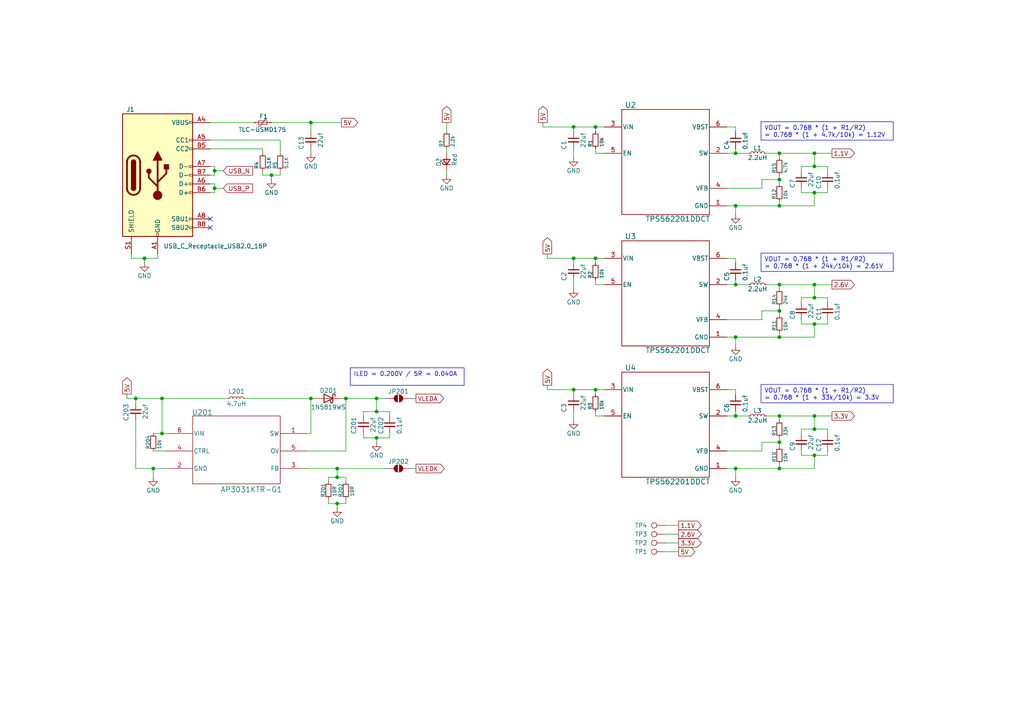
<source format=kicad_sch>
(kicad_sch
	(version 20250114)
	(generator "eeschema")
	(generator_version "9.0")
	(uuid "774f94cd-7975-4923-91fa-216f637bbd1f")
	(paper "A4")
	(lib_symbols
		(symbol "AP3031KTR_G1:AP3031KTR-G1"
			(pin_names
				(offset 0.254)
			)
			(exclude_from_sim no)
			(in_bom yes)
			(on_board yes)
			(property "Reference" "U"
				(at 20.32 10.16 0)
				(effects
					(font
						(size 1.524 1.524)
					)
				)
			)
			(property "Value" "AP3031KTR-G1"
				(at 20.32 7.62 0)
				(effects
					(font
						(size 1.524 1.524)
					)
				)
			)
			(property "Footprint" "SOT23-6_DIO"
				(at 0 0 0)
				(effects
					(font
						(size 1.27 1.27)
						(italic yes)
					)
					(hide yes)
				)
			)
			(property "Datasheet" "AP3031KTR-G1"
				(at 0 0 0)
				(effects
					(font
						(size 1.27 1.27)
						(italic yes)
					)
					(hide yes)
				)
			)
			(property "Description" ""
				(at 0 0 0)
				(effects
					(font
						(size 1.27 1.27)
					)
					(hide yes)
				)
			)
			(property "ki_locked" ""
				(at 0 0 0)
				(effects
					(font
						(size 1.27 1.27)
					)
				)
			)
			(property "ki_keywords" "AP3031KTR-G1"
				(at 0 0 0)
				(effects
					(font
						(size 1.27 1.27)
					)
					(hide yes)
				)
			)
			(property "ki_fp_filters" "SOT23-6_DIO"
				(at 0 0 0)
				(effects
					(font
						(size 1.27 1.27)
					)
					(hide yes)
				)
			)
			(symbol "AP3031KTR-G1_0_1"
				(rectangle
					(start 7.62 5.08)
					(end 33.02 -14.605)
					(stroke
						(width 0)
						(type default)
					)
					(fill
						(type none)
					)
				)
				(pin input line
					(at 0 0 0)
					(length 7.62)
					(name "VIN"
						(effects
							(font
								(size 1.27 1.27)
							)
						)
					)
					(number "6"
						(effects
							(font
								(size 1.27 1.27)
							)
						)
					)
				)
				(pin unspecified line
					(at 0 -5.08 0)
					(length 7.62)
					(name "CTRL"
						(effects
							(font
								(size 1.27 1.27)
							)
						)
					)
					(number "4"
						(effects
							(font
								(size 1.27 1.27)
							)
						)
					)
				)
				(pin power_in line
					(at 0 -10.16 0)
					(length 7.62)
					(name "GND"
						(effects
							(font
								(size 1.27 1.27)
							)
						)
					)
					(number "2"
						(effects
							(font
								(size 1.27 1.27)
							)
						)
					)
				)
				(pin output line
					(at 40.64 0 180)
					(length 7.62)
					(name "SW"
						(effects
							(font
								(size 1.27 1.27)
							)
						)
					)
					(number "1"
						(effects
							(font
								(size 1.27 1.27)
							)
						)
					)
				)
				(pin unspecified line
					(at 40.64 -5.08 180)
					(length 7.62)
					(name "OV"
						(effects
							(font
								(size 1.27 1.27)
							)
						)
					)
					(number "5"
						(effects
							(font
								(size 1.27 1.27)
							)
						)
					)
				)
				(pin output line
					(at 40.64 -10.16 180)
					(length 7.62)
					(name "FB"
						(effects
							(font
								(size 1.27 1.27)
							)
						)
					)
					(number "3"
						(effects
							(font
								(size 1.27 1.27)
							)
						)
					)
				)
			)
			(embedded_fonts no)
		)
		(symbol "Connector:TestPoint"
			(pin_numbers
				(hide yes)
			)
			(pin_names
				(offset 0.762)
				(hide yes)
			)
			(exclude_from_sim no)
			(in_bom yes)
			(on_board yes)
			(property "Reference" "TP"
				(at 0 6.858 0)
				(effects
					(font
						(size 1.27 1.27)
					)
				)
			)
			(property "Value" "TestPoint"
				(at 0 5.08 0)
				(effects
					(font
						(size 1.27 1.27)
					)
				)
			)
			(property "Footprint" ""
				(at 5.08 0 0)
				(effects
					(font
						(size 1.27 1.27)
					)
					(hide yes)
				)
			)
			(property "Datasheet" "~"
				(at 5.08 0 0)
				(effects
					(font
						(size 1.27 1.27)
					)
					(hide yes)
				)
			)
			(property "Description" "test point"
				(at 0 0 0)
				(effects
					(font
						(size 1.27 1.27)
					)
					(hide yes)
				)
			)
			(property "ki_keywords" "test point tp"
				(at 0 0 0)
				(effects
					(font
						(size 1.27 1.27)
					)
					(hide yes)
				)
			)
			(property "ki_fp_filters" "Pin* Test*"
				(at 0 0 0)
				(effects
					(font
						(size 1.27 1.27)
					)
					(hide yes)
				)
			)
			(symbol "TestPoint_0_1"
				(circle
					(center 0 3.302)
					(radius 0.762)
					(stroke
						(width 0)
						(type default)
					)
					(fill
						(type none)
					)
				)
			)
			(symbol "TestPoint_1_1"
				(pin passive line
					(at 0 0 90)
					(length 2.54)
					(name "1"
						(effects
							(font
								(size 1.27 1.27)
							)
						)
					)
					(number "1"
						(effects
							(font
								(size 1.27 1.27)
							)
						)
					)
				)
			)
			(embedded_fonts no)
		)
		(symbol "Connector:USB_C_Receptacle_USB2.0_16P"
			(pin_names
				(offset 1.016)
			)
			(exclude_from_sim no)
			(in_bom yes)
			(on_board yes)
			(property "Reference" "J"
				(at 0 22.225 0)
				(effects
					(font
						(size 1.27 1.27)
					)
				)
			)
			(property "Value" "USB_C_Receptacle_USB2.0_16P"
				(at 0 19.685 0)
				(effects
					(font
						(size 1.27 1.27)
					)
				)
			)
			(property "Footprint" ""
				(at 3.81 0 0)
				(effects
					(font
						(size 1.27 1.27)
					)
					(hide yes)
				)
			)
			(property "Datasheet" "https://www.usb.org/sites/default/files/documents/usb_type-c.zip"
				(at 3.81 0 0)
				(effects
					(font
						(size 1.27 1.27)
					)
					(hide yes)
				)
			)
			(property "Description" "USB 2.0-only 16P Type-C Receptacle connector"
				(at 0 0 0)
				(effects
					(font
						(size 1.27 1.27)
					)
					(hide yes)
				)
			)
			(property "ki_keywords" "usb universal serial bus type-C USB2.0"
				(at 0 0 0)
				(effects
					(font
						(size 1.27 1.27)
					)
					(hide yes)
				)
			)
			(property "ki_fp_filters" "USB*C*Receptacle*"
				(at 0 0 0)
				(effects
					(font
						(size 1.27 1.27)
					)
					(hide yes)
				)
			)
			(symbol "USB_C_Receptacle_USB2.0_16P_0_0"
				(rectangle
					(start -0.254 -17.78)
					(end 0.254 -16.764)
					(stroke
						(width 0)
						(type default)
					)
					(fill
						(type none)
					)
				)
				(rectangle
					(start 10.16 15.494)
					(end 9.144 14.986)
					(stroke
						(width 0)
						(type default)
					)
					(fill
						(type none)
					)
				)
				(rectangle
					(start 10.16 10.414)
					(end 9.144 9.906)
					(stroke
						(width 0)
						(type default)
					)
					(fill
						(type none)
					)
				)
				(rectangle
					(start 10.16 7.874)
					(end 9.144 7.366)
					(stroke
						(width 0)
						(type default)
					)
					(fill
						(type none)
					)
				)
				(rectangle
					(start 10.16 2.794)
					(end 9.144 2.286)
					(stroke
						(width 0)
						(type default)
					)
					(fill
						(type none)
					)
				)
				(rectangle
					(start 10.16 0.254)
					(end 9.144 -0.254)
					(stroke
						(width 0)
						(type default)
					)
					(fill
						(type none)
					)
				)
				(rectangle
					(start 10.16 -2.286)
					(end 9.144 -2.794)
					(stroke
						(width 0)
						(type default)
					)
					(fill
						(type none)
					)
				)
				(rectangle
					(start 10.16 -4.826)
					(end 9.144 -5.334)
					(stroke
						(width 0)
						(type default)
					)
					(fill
						(type none)
					)
				)
				(rectangle
					(start 10.16 -12.446)
					(end 9.144 -12.954)
					(stroke
						(width 0)
						(type default)
					)
					(fill
						(type none)
					)
				)
				(rectangle
					(start 10.16 -14.986)
					(end 9.144 -15.494)
					(stroke
						(width 0)
						(type default)
					)
					(fill
						(type none)
					)
				)
			)
			(symbol "USB_C_Receptacle_USB2.0_16P_0_1"
				(rectangle
					(start -10.16 17.78)
					(end 10.16 -17.78)
					(stroke
						(width 0.254)
						(type default)
					)
					(fill
						(type background)
					)
				)
				(polyline
					(pts
						(xy -8.89 -3.81) (xy -8.89 3.81)
					)
					(stroke
						(width 0.508)
						(type default)
					)
					(fill
						(type none)
					)
				)
				(rectangle
					(start -7.62 -3.81)
					(end -6.35 3.81)
					(stroke
						(width 0.254)
						(type default)
					)
					(fill
						(type outline)
					)
				)
				(arc
					(start -7.62 3.81)
					(mid -6.985 4.4423)
					(end -6.35 3.81)
					(stroke
						(width 0.254)
						(type default)
					)
					(fill
						(type none)
					)
				)
				(arc
					(start -7.62 3.81)
					(mid -6.985 4.4423)
					(end -6.35 3.81)
					(stroke
						(width 0.254)
						(type default)
					)
					(fill
						(type outline)
					)
				)
				(arc
					(start -8.89 3.81)
					(mid -6.985 5.7067)
					(end -5.08 3.81)
					(stroke
						(width 0.508)
						(type default)
					)
					(fill
						(type none)
					)
				)
				(arc
					(start -5.08 -3.81)
					(mid -6.985 -5.7067)
					(end -8.89 -3.81)
					(stroke
						(width 0.508)
						(type default)
					)
					(fill
						(type none)
					)
				)
				(arc
					(start -6.35 -3.81)
					(mid -6.985 -4.4423)
					(end -7.62 -3.81)
					(stroke
						(width 0.254)
						(type default)
					)
					(fill
						(type none)
					)
				)
				(arc
					(start -6.35 -3.81)
					(mid -6.985 -4.4423)
					(end -7.62 -3.81)
					(stroke
						(width 0.254)
						(type default)
					)
					(fill
						(type outline)
					)
				)
				(polyline
					(pts
						(xy -5.08 3.81) (xy -5.08 -3.81)
					)
					(stroke
						(width 0.508)
						(type default)
					)
					(fill
						(type none)
					)
				)
				(circle
					(center -2.54 1.143)
					(radius 0.635)
					(stroke
						(width 0.254)
						(type default)
					)
					(fill
						(type outline)
					)
				)
				(polyline
					(pts
						(xy -1.27 4.318) (xy 0 6.858) (xy 1.27 4.318) (xy -1.27 4.318)
					)
					(stroke
						(width 0.254)
						(type default)
					)
					(fill
						(type outline)
					)
				)
				(polyline
					(pts
						(xy 0 -2.032) (xy 2.54 0.508) (xy 2.54 1.778)
					)
					(stroke
						(width 0.508)
						(type default)
					)
					(fill
						(type none)
					)
				)
				(polyline
					(pts
						(xy 0 -3.302) (xy -2.54 -0.762) (xy -2.54 0.508)
					)
					(stroke
						(width 0.508)
						(type default)
					)
					(fill
						(type none)
					)
				)
				(polyline
					(pts
						(xy 0 -5.842) (xy 0 4.318)
					)
					(stroke
						(width 0.508)
						(type default)
					)
					(fill
						(type none)
					)
				)
				(circle
					(center 0 -5.842)
					(radius 1.27)
					(stroke
						(width 0)
						(type default)
					)
					(fill
						(type outline)
					)
				)
				(rectangle
					(start 1.905 1.778)
					(end 3.175 3.048)
					(stroke
						(width 0.254)
						(type default)
					)
					(fill
						(type outline)
					)
				)
			)
			(symbol "USB_C_Receptacle_USB2.0_16P_1_1"
				(pin passive line
					(at -7.62 -22.86 90)
					(length 5.08)
					(name "SHIELD"
						(effects
							(font
								(size 1.27 1.27)
							)
						)
					)
					(number "S1"
						(effects
							(font
								(size 1.27 1.27)
							)
						)
					)
				)
				(pin passive line
					(at 0 -22.86 90)
					(length 5.08)
					(name "GND"
						(effects
							(font
								(size 1.27 1.27)
							)
						)
					)
					(number "A1"
						(effects
							(font
								(size 1.27 1.27)
							)
						)
					)
				)
				(pin passive line
					(at 0 -22.86 90)
					(length 5.08)
					(hide yes)
					(name "GND"
						(effects
							(font
								(size 1.27 1.27)
							)
						)
					)
					(number "A12"
						(effects
							(font
								(size 1.27 1.27)
							)
						)
					)
				)
				(pin passive line
					(at 0 -22.86 90)
					(length 5.08)
					(hide yes)
					(name "GND"
						(effects
							(font
								(size 1.27 1.27)
							)
						)
					)
					(number "B1"
						(effects
							(font
								(size 1.27 1.27)
							)
						)
					)
				)
				(pin passive line
					(at 0 -22.86 90)
					(length 5.08)
					(hide yes)
					(name "GND"
						(effects
							(font
								(size 1.27 1.27)
							)
						)
					)
					(number "B12"
						(effects
							(font
								(size 1.27 1.27)
							)
						)
					)
				)
				(pin passive line
					(at 15.24 15.24 180)
					(length 5.08)
					(name "VBUS"
						(effects
							(font
								(size 1.27 1.27)
							)
						)
					)
					(number "A4"
						(effects
							(font
								(size 1.27 1.27)
							)
						)
					)
				)
				(pin passive line
					(at 15.24 15.24 180)
					(length 5.08)
					(hide yes)
					(name "VBUS"
						(effects
							(font
								(size 1.27 1.27)
							)
						)
					)
					(number "A9"
						(effects
							(font
								(size 1.27 1.27)
							)
						)
					)
				)
				(pin passive line
					(at 15.24 15.24 180)
					(length 5.08)
					(hide yes)
					(name "VBUS"
						(effects
							(font
								(size 1.27 1.27)
							)
						)
					)
					(number "B4"
						(effects
							(font
								(size 1.27 1.27)
							)
						)
					)
				)
				(pin passive line
					(at 15.24 15.24 180)
					(length 5.08)
					(hide yes)
					(name "VBUS"
						(effects
							(font
								(size 1.27 1.27)
							)
						)
					)
					(number "B9"
						(effects
							(font
								(size 1.27 1.27)
							)
						)
					)
				)
				(pin bidirectional line
					(at 15.24 10.16 180)
					(length 5.08)
					(name "CC1"
						(effects
							(font
								(size 1.27 1.27)
							)
						)
					)
					(number "A5"
						(effects
							(font
								(size 1.27 1.27)
							)
						)
					)
				)
				(pin bidirectional line
					(at 15.24 7.62 180)
					(length 5.08)
					(name "CC2"
						(effects
							(font
								(size 1.27 1.27)
							)
						)
					)
					(number "B5"
						(effects
							(font
								(size 1.27 1.27)
							)
						)
					)
				)
				(pin bidirectional line
					(at 15.24 2.54 180)
					(length 5.08)
					(name "D-"
						(effects
							(font
								(size 1.27 1.27)
							)
						)
					)
					(number "A7"
						(effects
							(font
								(size 1.27 1.27)
							)
						)
					)
				)
				(pin bidirectional line
					(at 15.24 0 180)
					(length 5.08)
					(name "D-"
						(effects
							(font
								(size 1.27 1.27)
							)
						)
					)
					(number "B7"
						(effects
							(font
								(size 1.27 1.27)
							)
						)
					)
				)
				(pin bidirectional line
					(at 15.24 -2.54 180)
					(length 5.08)
					(name "D+"
						(effects
							(font
								(size 1.27 1.27)
							)
						)
					)
					(number "A6"
						(effects
							(font
								(size 1.27 1.27)
							)
						)
					)
				)
				(pin bidirectional line
					(at 15.24 -5.08 180)
					(length 5.08)
					(name "D+"
						(effects
							(font
								(size 1.27 1.27)
							)
						)
					)
					(number "B6"
						(effects
							(font
								(size 1.27 1.27)
							)
						)
					)
				)
				(pin bidirectional line
					(at 15.24 -12.7 180)
					(length 5.08)
					(name "SBU1"
						(effects
							(font
								(size 1.27 1.27)
							)
						)
					)
					(number "A8"
						(effects
							(font
								(size 1.27 1.27)
							)
						)
					)
				)
				(pin bidirectional line
					(at 15.24 -15.24 180)
					(length 5.08)
					(name "SBU2"
						(effects
							(font
								(size 1.27 1.27)
							)
						)
					)
					(number "B8"
						(effects
							(font
								(size 1.27 1.27)
							)
						)
					)
				)
			)
			(embedded_fonts no)
		)
		(symbol "Device:C_Small"
			(pin_numbers
				(hide yes)
			)
			(pin_names
				(offset 0.254)
				(hide yes)
			)
			(exclude_from_sim no)
			(in_bom yes)
			(on_board yes)
			(property "Reference" "C"
				(at 0.254 1.778 0)
				(effects
					(font
						(size 1.27 1.27)
					)
					(justify left)
				)
			)
			(property "Value" "C_Small"
				(at 0.254 -2.032 0)
				(effects
					(font
						(size 1.27 1.27)
					)
					(justify left)
				)
			)
			(property "Footprint" ""
				(at 0 0 0)
				(effects
					(font
						(size 1.27 1.27)
					)
					(hide yes)
				)
			)
			(property "Datasheet" "~"
				(at 0 0 0)
				(effects
					(font
						(size 1.27 1.27)
					)
					(hide yes)
				)
			)
			(property "Description" "Unpolarized capacitor, small symbol"
				(at 0 0 0)
				(effects
					(font
						(size 1.27 1.27)
					)
					(hide yes)
				)
			)
			(property "ki_keywords" "capacitor cap"
				(at 0 0 0)
				(effects
					(font
						(size 1.27 1.27)
					)
					(hide yes)
				)
			)
			(property "ki_fp_filters" "C_*"
				(at 0 0 0)
				(effects
					(font
						(size 1.27 1.27)
					)
					(hide yes)
				)
			)
			(symbol "C_Small_0_1"
				(polyline
					(pts
						(xy -1.524 0.508) (xy 1.524 0.508)
					)
					(stroke
						(width 0.3048)
						(type default)
					)
					(fill
						(type none)
					)
				)
				(polyline
					(pts
						(xy -1.524 -0.508) (xy 1.524 -0.508)
					)
					(stroke
						(width 0.3302)
						(type default)
					)
					(fill
						(type none)
					)
				)
			)
			(symbol "C_Small_1_1"
				(pin passive line
					(at 0 2.54 270)
					(length 2.032)
					(name "~"
						(effects
							(font
								(size 1.27 1.27)
							)
						)
					)
					(number "1"
						(effects
							(font
								(size 1.27 1.27)
							)
						)
					)
				)
				(pin passive line
					(at 0 -2.54 90)
					(length 2.032)
					(name "~"
						(effects
							(font
								(size 1.27 1.27)
							)
						)
					)
					(number "2"
						(effects
							(font
								(size 1.27 1.27)
							)
						)
					)
				)
			)
			(embedded_fonts no)
		)
		(symbol "Device:LED_Small"
			(pin_numbers
				(hide yes)
			)
			(pin_names
				(offset 0.254)
				(hide yes)
			)
			(exclude_from_sim no)
			(in_bom yes)
			(on_board yes)
			(property "Reference" "D"
				(at -1.27 3.175 0)
				(effects
					(font
						(size 1.27 1.27)
					)
					(justify left)
				)
			)
			(property "Value" "LED_Small"
				(at -4.445 -2.54 0)
				(effects
					(font
						(size 1.27 1.27)
					)
					(justify left)
				)
			)
			(property "Footprint" ""
				(at 0 0 90)
				(effects
					(font
						(size 1.27 1.27)
					)
					(hide yes)
				)
			)
			(property "Datasheet" "~"
				(at 0 0 90)
				(effects
					(font
						(size 1.27 1.27)
					)
					(hide yes)
				)
			)
			(property "Description" "Light emitting diode, small symbol"
				(at 0 0 0)
				(effects
					(font
						(size 1.27 1.27)
					)
					(hide yes)
				)
			)
			(property "Sim.Pin" "1=K 2=A"
				(at 0 0 0)
				(effects
					(font
						(size 1.27 1.27)
					)
					(hide yes)
				)
			)
			(property "ki_keywords" "LED diode light-emitting-diode"
				(at 0 0 0)
				(effects
					(font
						(size 1.27 1.27)
					)
					(hide yes)
				)
			)
			(property "ki_fp_filters" "LED* LED_SMD:* LED_THT:*"
				(at 0 0 0)
				(effects
					(font
						(size 1.27 1.27)
					)
					(hide yes)
				)
			)
			(symbol "LED_Small_0_1"
				(polyline
					(pts
						(xy -0.762 -1.016) (xy -0.762 1.016)
					)
					(stroke
						(width 0.254)
						(type default)
					)
					(fill
						(type none)
					)
				)
				(polyline
					(pts
						(xy 0 0.762) (xy -0.508 1.27) (xy -0.254 1.27) (xy -0.508 1.27) (xy -0.508 1.016)
					)
					(stroke
						(width 0)
						(type default)
					)
					(fill
						(type none)
					)
				)
				(polyline
					(pts
						(xy 0.508 1.27) (xy 0 1.778) (xy 0.254 1.778) (xy 0 1.778) (xy 0 1.524)
					)
					(stroke
						(width 0)
						(type default)
					)
					(fill
						(type none)
					)
				)
				(polyline
					(pts
						(xy 0.762 -1.016) (xy -0.762 0) (xy 0.762 1.016) (xy 0.762 -1.016)
					)
					(stroke
						(width 0.254)
						(type default)
					)
					(fill
						(type none)
					)
				)
				(polyline
					(pts
						(xy 1.016 0) (xy -0.762 0)
					)
					(stroke
						(width 0)
						(type default)
					)
					(fill
						(type none)
					)
				)
			)
			(symbol "LED_Small_1_1"
				(pin passive line
					(at -2.54 0 0)
					(length 1.778)
					(name "K"
						(effects
							(font
								(size 1.27 1.27)
							)
						)
					)
					(number "1"
						(effects
							(font
								(size 1.27 1.27)
							)
						)
					)
				)
				(pin passive line
					(at 2.54 0 180)
					(length 1.778)
					(name "A"
						(effects
							(font
								(size 1.27 1.27)
							)
						)
					)
					(number "2"
						(effects
							(font
								(size 1.27 1.27)
							)
						)
					)
				)
			)
			(embedded_fonts no)
		)
		(symbol "Device:L_Small"
			(pin_numbers
				(hide yes)
			)
			(pin_names
				(offset 0.254)
				(hide yes)
			)
			(exclude_from_sim no)
			(in_bom yes)
			(on_board yes)
			(property "Reference" "L"
				(at 0.762 1.016 0)
				(effects
					(font
						(size 1.27 1.27)
					)
					(justify left)
				)
			)
			(property "Value" "L_Small"
				(at 0.762 -1.016 0)
				(effects
					(font
						(size 1.27 1.27)
					)
					(justify left)
				)
			)
			(property "Footprint" ""
				(at 0 0 0)
				(effects
					(font
						(size 1.27 1.27)
					)
					(hide yes)
				)
			)
			(property "Datasheet" "~"
				(at 0 0 0)
				(effects
					(font
						(size 1.27 1.27)
					)
					(hide yes)
				)
			)
			(property "Description" "Inductor, small symbol"
				(at 0 0 0)
				(effects
					(font
						(size 1.27 1.27)
					)
					(hide yes)
				)
			)
			(property "ki_keywords" "inductor choke coil reactor magnetic"
				(at 0 0 0)
				(effects
					(font
						(size 1.27 1.27)
					)
					(hide yes)
				)
			)
			(property "ki_fp_filters" "Choke_* *Coil* Inductor_* L_*"
				(at 0 0 0)
				(effects
					(font
						(size 1.27 1.27)
					)
					(hide yes)
				)
			)
			(symbol "L_Small_0_1"
				(arc
					(start 0 2.032)
					(mid 0.5058 1.524)
					(end 0 1.016)
					(stroke
						(width 0)
						(type default)
					)
					(fill
						(type none)
					)
				)
				(arc
					(start 0 1.016)
					(mid 0.5058 0.508)
					(end 0 0)
					(stroke
						(width 0)
						(type default)
					)
					(fill
						(type none)
					)
				)
				(arc
					(start 0 0)
					(mid 0.5058 -0.508)
					(end 0 -1.016)
					(stroke
						(width 0)
						(type default)
					)
					(fill
						(type none)
					)
				)
				(arc
					(start 0 -1.016)
					(mid 0.5058 -1.524)
					(end 0 -2.032)
					(stroke
						(width 0)
						(type default)
					)
					(fill
						(type none)
					)
				)
			)
			(symbol "L_Small_1_1"
				(pin passive line
					(at 0 2.54 270)
					(length 0.508)
					(name "~"
						(effects
							(font
								(size 1.27 1.27)
							)
						)
					)
					(number "1"
						(effects
							(font
								(size 1.27 1.27)
							)
						)
					)
				)
				(pin passive line
					(at 0 -2.54 90)
					(length 0.508)
					(name "~"
						(effects
							(font
								(size 1.27 1.27)
							)
						)
					)
					(number "2"
						(effects
							(font
								(size 1.27 1.27)
							)
						)
					)
				)
			)
			(embedded_fonts no)
		)
		(symbol "Device:Polyfuse_Small"
			(pin_numbers
				(hide yes)
			)
			(pin_names
				(offset 0)
			)
			(exclude_from_sim no)
			(in_bom yes)
			(on_board yes)
			(property "Reference" "F"
				(at -1.905 0 90)
				(effects
					(font
						(size 1.27 1.27)
					)
				)
			)
			(property "Value" "Polyfuse_Small"
				(at 1.905 0 90)
				(effects
					(font
						(size 1.27 1.27)
					)
				)
			)
			(property "Footprint" ""
				(at 1.27 -5.08 0)
				(effects
					(font
						(size 1.27 1.27)
					)
					(justify left)
					(hide yes)
				)
			)
			(property "Datasheet" "~"
				(at 0 0 0)
				(effects
					(font
						(size 1.27 1.27)
					)
					(hide yes)
				)
			)
			(property "Description" "Resettable fuse, polymeric positive temperature coefficient, small symbol"
				(at 0 0 0)
				(effects
					(font
						(size 1.27 1.27)
					)
					(hide yes)
				)
			)
			(property "ki_keywords" "resettable fuse PTC PPTC polyfuse polyswitch"
				(at 0 0 0)
				(effects
					(font
						(size 1.27 1.27)
					)
					(hide yes)
				)
			)
			(property "ki_fp_filters" "*polyfuse* *PTC*"
				(at 0 0 0)
				(effects
					(font
						(size 1.27 1.27)
					)
					(hide yes)
				)
			)
			(symbol "Polyfuse_Small_0_1"
				(polyline
					(pts
						(xy -1.016 1.27) (xy -1.016 0.762) (xy 1.016 -0.762) (xy 1.016 -1.27)
					)
					(stroke
						(width 0)
						(type default)
					)
					(fill
						(type none)
					)
				)
				(rectangle
					(start -0.508 1.27)
					(end 0.508 -1.27)
					(stroke
						(width 0)
						(type default)
					)
					(fill
						(type none)
					)
				)
				(polyline
					(pts
						(xy 0 2.54) (xy 0 -2.54)
					)
					(stroke
						(width 0)
						(type default)
					)
					(fill
						(type none)
					)
				)
			)
			(symbol "Polyfuse_Small_1_1"
				(pin passive line
					(at 0 2.54 270)
					(length 0.635)
					(name "~"
						(effects
							(font
								(size 1.27 1.27)
							)
						)
					)
					(number "1"
						(effects
							(font
								(size 1.27 1.27)
							)
						)
					)
				)
				(pin passive line
					(at 0 -2.54 90)
					(length 0.635)
					(name "~"
						(effects
							(font
								(size 1.27 1.27)
							)
						)
					)
					(number "2"
						(effects
							(font
								(size 1.27 1.27)
							)
						)
					)
				)
			)
			(embedded_fonts no)
		)
		(symbol "Device:R_Small"
			(pin_numbers
				(hide yes)
			)
			(pin_names
				(offset 0.254)
				(hide yes)
			)
			(exclude_from_sim no)
			(in_bom yes)
			(on_board yes)
			(property "Reference" "R"
				(at 0 0 90)
				(effects
					(font
						(size 1.016 1.016)
					)
				)
			)
			(property "Value" "R_Small"
				(at 1.778 0 90)
				(effects
					(font
						(size 1.27 1.27)
					)
				)
			)
			(property "Footprint" ""
				(at 0 0 0)
				(effects
					(font
						(size 1.27 1.27)
					)
					(hide yes)
				)
			)
			(property "Datasheet" "~"
				(at 0 0 0)
				(effects
					(font
						(size 1.27 1.27)
					)
					(hide yes)
				)
			)
			(property "Description" "Resistor, small symbol"
				(at 0 0 0)
				(effects
					(font
						(size 1.27 1.27)
					)
					(hide yes)
				)
			)
			(property "ki_keywords" "R resistor"
				(at 0 0 0)
				(effects
					(font
						(size 1.27 1.27)
					)
					(hide yes)
				)
			)
			(property "ki_fp_filters" "R_*"
				(at 0 0 0)
				(effects
					(font
						(size 1.27 1.27)
					)
					(hide yes)
				)
			)
			(symbol "R_Small_0_1"
				(rectangle
					(start -0.762 1.778)
					(end 0.762 -1.778)
					(stroke
						(width 0.2032)
						(type default)
					)
					(fill
						(type none)
					)
				)
			)
			(symbol "R_Small_1_1"
				(pin passive line
					(at 0 2.54 270)
					(length 0.762)
					(name "~"
						(effects
							(font
								(size 1.27 1.27)
							)
						)
					)
					(number "1"
						(effects
							(font
								(size 1.27 1.27)
							)
						)
					)
				)
				(pin passive line
					(at 0 -2.54 90)
					(length 0.762)
					(name "~"
						(effects
							(font
								(size 1.27 1.27)
							)
						)
					)
					(number "2"
						(effects
							(font
								(size 1.27 1.27)
							)
						)
					)
				)
			)
			(embedded_fonts no)
		)
		(symbol "Diode:1N5819WS"
			(pin_numbers
				(hide yes)
			)
			(pin_names
				(offset 1.016)
				(hide yes)
			)
			(exclude_from_sim no)
			(in_bom yes)
			(on_board yes)
			(property "Reference" "D"
				(at 0 2.54 0)
				(effects
					(font
						(size 1.27 1.27)
					)
				)
			)
			(property "Value" "1N5819WS"
				(at 0 -2.54 0)
				(effects
					(font
						(size 1.27 1.27)
					)
				)
			)
			(property "Footprint" "Diode_SMD:D_SOD-323"
				(at 0 -4.445 0)
				(effects
					(font
						(size 1.27 1.27)
					)
					(hide yes)
				)
			)
			(property "Datasheet" "https://datasheet.lcsc.com/lcsc/2204281430_Guangdong-Hottech-1N5819WS_C191023.pdf"
				(at 0 0 0)
				(effects
					(font
						(size 1.27 1.27)
					)
					(hide yes)
				)
			)
			(property "Description" "40V 600mV@1A 1A SOD-323 Schottky Barrier Diodes, SOD-323"
				(at 0 0 0)
				(effects
					(font
						(size 1.27 1.27)
					)
					(hide yes)
				)
			)
			(property "ki_keywords" "diode Schottky"
				(at 0 0 0)
				(effects
					(font
						(size 1.27 1.27)
					)
					(hide yes)
				)
			)
			(property "ki_fp_filters" "D*SOD?323*"
				(at 0 0 0)
				(effects
					(font
						(size 1.27 1.27)
					)
					(hide yes)
				)
			)
			(symbol "1N5819WS_0_1"
				(polyline
					(pts
						(xy -1.905 0.635) (xy -1.905 1.27) (xy -1.27 1.27) (xy -1.27 -1.27) (xy -0.635 -1.27) (xy -0.635 -0.635)
					)
					(stroke
						(width 0.254)
						(type default)
					)
					(fill
						(type none)
					)
				)
				(polyline
					(pts
						(xy 1.27 1.27) (xy 1.27 -1.27) (xy -1.27 0) (xy 1.27 1.27)
					)
					(stroke
						(width 0.254)
						(type default)
					)
					(fill
						(type none)
					)
				)
				(polyline
					(pts
						(xy 1.27 0) (xy -1.27 0)
					)
					(stroke
						(width 0)
						(type default)
					)
					(fill
						(type none)
					)
				)
			)
			(symbol "1N5819WS_1_1"
				(pin passive line
					(at -3.81 0 0)
					(length 2.54)
					(name "K"
						(effects
							(font
								(size 1.27 1.27)
							)
						)
					)
					(number "1"
						(effects
							(font
								(size 1.27 1.27)
							)
						)
					)
				)
				(pin passive line
					(at 3.81 0 180)
					(length 2.54)
					(name "A"
						(effects
							(font
								(size 1.27 1.27)
							)
						)
					)
					(number "2"
						(effects
							(font
								(size 1.27 1.27)
							)
						)
					)
				)
			)
			(embedded_fonts no)
		)
		(symbol "Jumper:SolderJumper_2_Open"
			(pin_numbers
				(hide yes)
			)
			(pin_names
				(offset 0)
				(hide yes)
			)
			(exclude_from_sim no)
			(in_bom no)
			(on_board yes)
			(property "Reference" "JP"
				(at 0 2.032 0)
				(effects
					(font
						(size 1.27 1.27)
					)
				)
			)
			(property "Value" "SolderJumper_2_Open"
				(at 0 -2.54 0)
				(effects
					(font
						(size 1.27 1.27)
					)
				)
			)
			(property "Footprint" ""
				(at 0 0 0)
				(effects
					(font
						(size 1.27 1.27)
					)
					(hide yes)
				)
			)
			(property "Datasheet" "~"
				(at 0 0 0)
				(effects
					(font
						(size 1.27 1.27)
					)
					(hide yes)
				)
			)
			(property "Description" "Solder Jumper, 2-pole, open"
				(at 0 0 0)
				(effects
					(font
						(size 1.27 1.27)
					)
					(hide yes)
				)
			)
			(property "ki_keywords" "solder jumper SPST"
				(at 0 0 0)
				(effects
					(font
						(size 1.27 1.27)
					)
					(hide yes)
				)
			)
			(property "ki_fp_filters" "SolderJumper*Open*"
				(at 0 0 0)
				(effects
					(font
						(size 1.27 1.27)
					)
					(hide yes)
				)
			)
			(symbol "SolderJumper_2_Open_0_1"
				(polyline
					(pts
						(xy -0.254 1.016) (xy -0.254 -1.016)
					)
					(stroke
						(width 0)
						(type default)
					)
					(fill
						(type none)
					)
				)
				(arc
					(start -0.254 -1.016)
					(mid -1.2656 0)
					(end -0.254 1.016)
					(stroke
						(width 0)
						(type default)
					)
					(fill
						(type none)
					)
				)
				(arc
					(start -0.254 -1.016)
					(mid -1.2656 0)
					(end -0.254 1.016)
					(stroke
						(width 0)
						(type default)
					)
					(fill
						(type outline)
					)
				)
				(arc
					(start 0.254 1.016)
					(mid 1.2656 0)
					(end 0.254 -1.016)
					(stroke
						(width 0)
						(type default)
					)
					(fill
						(type none)
					)
				)
				(arc
					(start 0.254 1.016)
					(mid 1.2656 0)
					(end 0.254 -1.016)
					(stroke
						(width 0)
						(type default)
					)
					(fill
						(type outline)
					)
				)
				(polyline
					(pts
						(xy 0.254 1.016) (xy 0.254 -1.016)
					)
					(stroke
						(width 0)
						(type default)
					)
					(fill
						(type none)
					)
				)
			)
			(symbol "SolderJumper_2_Open_1_1"
				(pin passive line
					(at -3.81 0 0)
					(length 2.54)
					(name "A"
						(effects
							(font
								(size 1.27 1.27)
							)
						)
					)
					(number "1"
						(effects
							(font
								(size 1.27 1.27)
							)
						)
					)
				)
				(pin passive line
					(at 3.81 0 180)
					(length 2.54)
					(name "B"
						(effects
							(font
								(size 1.27 1.27)
							)
						)
					)
					(number "2"
						(effects
							(font
								(size 1.27 1.27)
							)
						)
					)
				)
			)
			(embedded_fonts no)
		)
		(symbol "TPS562201DDCT:TPS562201DDCT"
			(pin_names
				(offset 0.254)
			)
			(exclude_from_sim no)
			(in_bom yes)
			(on_board yes)
			(property "Reference" "U"
				(at 0 2.54 0)
				(effects
					(font
						(size 1.524 1.524)
					)
				)
			)
			(property "Value" "TPS562201DDCT"
				(at 0 0 0)
				(effects
					(font
						(size 1.524 1.524)
					)
				)
			)
			(property "Footprint" "DDC0006A_N"
				(at 0 0 0)
				(effects
					(font
						(size 1.27 1.27)
						(italic yes)
					)
					(hide yes)
				)
			)
			(property "Datasheet" "TPS562201DDCT"
				(at 0 0 0)
				(effects
					(font
						(size 1.27 1.27)
						(italic yes)
					)
					(hide yes)
				)
			)
			(property "Description" ""
				(at 0 0 0)
				(effects
					(font
						(size 1.27 1.27)
					)
					(hide yes)
				)
			)
			(property "ki_locked" ""
				(at 0 0 0)
				(effects
					(font
						(size 1.27 1.27)
					)
				)
			)
			(property "ki_keywords" "TPS562201DDCT"
				(at 0 0 0)
				(effects
					(font
						(size 1.27 1.27)
					)
					(hide yes)
				)
			)
			(property "ki_fp_filters" "DDC0006A_N DDC0006A_M DDC0006A_L"
				(at 0 0 0)
				(effects
					(font
						(size 1.27 1.27)
					)
					(hide yes)
				)
			)
			(symbol "TPS562201DDCT_0_1"
				(polyline
					(pts
						(xy -12.7 15.24) (xy -12.7 -15.24)
					)
					(stroke
						(width 0.2032)
						(type default)
					)
					(fill
						(type none)
					)
				)
				(polyline
					(pts
						(xy -12.7 -15.24) (xy 12.7 -15.24)
					)
					(stroke
						(width 0.2032)
						(type default)
					)
					(fill
						(type none)
					)
				)
				(polyline
					(pts
						(xy 12.7 15.24) (xy -12.7 15.24)
					)
					(stroke
						(width 0.2032)
						(type default)
					)
					(fill
						(type none)
					)
				)
				(polyline
					(pts
						(xy 12.7 -15.24) (xy 12.7 15.24)
					)
					(stroke
						(width 0.2032)
						(type default)
					)
					(fill
						(type none)
					)
				)
				(pin power_in line
					(at -17.78 10.16 0)
					(length 5.08)
					(name "VIN"
						(effects
							(font
								(size 1.27 1.27)
							)
						)
					)
					(number "3"
						(effects
							(font
								(size 1.27 1.27)
							)
						)
					)
				)
				(pin input line
					(at -17.78 2.54 0)
					(length 5.08)
					(name "EN"
						(effects
							(font
								(size 1.27 1.27)
							)
						)
					)
					(number "5"
						(effects
							(font
								(size 1.27 1.27)
							)
						)
					)
				)
				(pin power_in line
					(at 17.78 10.16 180)
					(length 5.08)
					(name "VBST"
						(effects
							(font
								(size 1.27 1.27)
							)
						)
					)
					(number "6"
						(effects
							(font
								(size 1.27 1.27)
							)
						)
					)
				)
				(pin power_in line
					(at 17.78 2.54 180)
					(length 5.08)
					(name "SW"
						(effects
							(font
								(size 1.27 1.27)
							)
						)
					)
					(number "2"
						(effects
							(font
								(size 1.27 1.27)
							)
						)
					)
				)
				(pin input line
					(at 17.78 -7.62 180)
					(length 5.08)
					(name "VFB"
						(effects
							(font
								(size 1.27 1.27)
							)
						)
					)
					(number "4"
						(effects
							(font
								(size 1.27 1.27)
							)
						)
					)
				)
				(pin power_in line
					(at 17.78 -12.7 180)
					(length 5.08)
					(name "GND"
						(effects
							(font
								(size 1.27 1.27)
							)
						)
					)
					(number "1"
						(effects
							(font
								(size 1.27 1.27)
							)
						)
					)
				)
			)
			(embedded_fonts no)
		)
		(symbol "power:GND"
			(power)
			(pin_numbers
				(hide yes)
			)
			(pin_names
				(offset 0)
				(hide yes)
			)
			(exclude_from_sim no)
			(in_bom yes)
			(on_board yes)
			(property "Reference" "#PWR"
				(at 0 -6.35 0)
				(effects
					(font
						(size 1.27 1.27)
					)
					(hide yes)
				)
			)
			(property "Value" "GND"
				(at 0 -3.81 0)
				(effects
					(font
						(size 1.27 1.27)
					)
				)
			)
			(property "Footprint" ""
				(at 0 0 0)
				(effects
					(font
						(size 1.27 1.27)
					)
					(hide yes)
				)
			)
			(property "Datasheet" ""
				(at 0 0 0)
				(effects
					(font
						(size 1.27 1.27)
					)
					(hide yes)
				)
			)
			(property "Description" "Power symbol creates a global label with name \"GND\" , ground"
				(at 0 0 0)
				(effects
					(font
						(size 1.27 1.27)
					)
					(hide yes)
				)
			)
			(property "ki_keywords" "global power"
				(at 0 0 0)
				(effects
					(font
						(size 1.27 1.27)
					)
					(hide yes)
				)
			)
			(symbol "GND_0_1"
				(polyline
					(pts
						(xy 0 0) (xy 0 -1.27) (xy 1.27 -1.27) (xy 0 -2.54) (xy -1.27 -1.27) (xy 0 -1.27)
					)
					(stroke
						(width 0)
						(type default)
					)
					(fill
						(type none)
					)
				)
			)
			(symbol "GND_1_1"
				(pin power_in line
					(at 0 0 270)
					(length 0)
					(name "~"
						(effects
							(font
								(size 1.27 1.27)
							)
						)
					)
					(number "1"
						(effects
							(font
								(size 1.27 1.27)
							)
						)
					)
				)
			)
			(embedded_fonts no)
		)
	)
	(text_box "ILED = 0.200V / 5R = 0.040A\n"
		(exclude_from_sim no)
		(at 101.6 106.68 0)
		(size 33.02 5.08)
		(margins 0.9525 0.9525 0.9525 0.9525)
		(stroke
			(width 0)
			(type solid)
		)
		(fill
			(type none)
		)
		(effects
			(font
				(size 1.27 1.27)
			)
			(justify left top)
		)
		(uuid "50c35258-b72a-4062-bca3-5e9ab3a18837")
	)
	(text_box "VOUT = 0.768 * (1 + R1/R2)\n= 0.768 * (1 + 4.7k/10k) = 1.12V"
		(exclude_from_sim no)
		(at 220.726 35.306 0)
		(size 38.354 5.334)
		(margins 0.9525 0.9525 0.9525 0.9525)
		(stroke
			(width 0)
			(type solid)
		)
		(fill
			(type none)
		)
		(effects
			(font
				(size 1.27 1.27)
			)
			(justify left top)
		)
		(uuid "85114652-6a2e-4079-83eb-29b791ee1cc0")
	)
	(text_box "VOUT = 0.768 * (1 + R1/R2)\n= 0.768 * (1 + 24k/10k) = 2.61V"
		(exclude_from_sim no)
		(at 220.726 73.406 0)
		(size 38.354 5.334)
		(margins 0.9525 0.9525 0.9525 0.9525)
		(stroke
			(width 0)
			(type solid)
		)
		(fill
			(type none)
		)
		(effects
			(font
				(size 1.27 1.27)
			)
			(justify left top)
		)
		(uuid "8862af1e-9d0b-4672-bb9c-7dc1e05945ff")
	)
	(text_box "VOUT = 0.768 * (1 + R1/R2)\n= 0.768 * (1 + 33k/10k) = 3.3V"
		(exclude_from_sim no)
		(at 220.726 111.506 0)
		(size 38.354 5.334)
		(margins 0.9525 0.9525 0.9525 0.9525)
		(stroke
			(width 0)
			(type solid)
		)
		(fill
			(type none)
		)
		(effects
			(font
				(size 1.27 1.27)
			)
			(justify left top)
		)
		(uuid "f8c2b29a-02a9-49e5-8a43-fe2d3d696247")
	)
	(junction
		(at 100.33 115.57)
		(diameter 0)
		(color 0 0 0 0)
		(uuid "026468d3-2605-472b-a5f8-ec39e1c73677")
	)
	(junction
		(at 213.36 97.79)
		(diameter 0)
		(color 0 0 0 0)
		(uuid "039dba00-63b3-498f-b36e-8b06a98d7e2d")
	)
	(junction
		(at 78.74 50.8)
		(diameter 0)
		(color 0 0 0 0)
		(uuid "03bce226-4318-4dd7-92e3-2e7603faa3af")
	)
	(junction
		(at 62.23 54.61)
		(diameter 0)
		(color 0 0 0 0)
		(uuid "05a55d56-cd3a-4393-b203-5dd48452899a")
	)
	(junction
		(at 213.36 59.69)
		(diameter 0)
		(color 0 0 0 0)
		(uuid "087502cd-04a6-41b0-8063-e85864b36cd0")
	)
	(junction
		(at 172.72 36.83)
		(diameter 0)
		(color 0 0 0 0)
		(uuid "29170edf-f58a-4a60-a290-9ab09f86c916")
	)
	(junction
		(at 236.22 132.08)
		(diameter 0)
		(color 0 0 0 0)
		(uuid "31437090-4774-499a-9d8a-263f8015f348")
	)
	(junction
		(at 213.36 120.65)
		(diameter 0)
		(color 0 0 0 0)
		(uuid "314d861a-b6d5-4df2-93bc-ff4bb6baec80")
	)
	(junction
		(at 46.99 115.57)
		(diameter 0)
		(color 0 0 0 0)
		(uuid "33db1feb-4b44-4d9d-9a86-9f1408e01211")
	)
	(junction
		(at 213.36 82.55)
		(diameter 0)
		(color 0 0 0 0)
		(uuid "3c2cced9-363d-45aa-8a0c-dd13f91f97cd")
	)
	(junction
		(at 226.06 135.89)
		(diameter 0)
		(color 0 0 0 0)
		(uuid "46ac3436-0307-47cf-8dd9-577d0acabdff")
	)
	(junction
		(at 236.22 93.98)
		(diameter 0)
		(color 0 0 0 0)
		(uuid "48a0942b-ac1e-496a-aedb-e07b99497f30")
	)
	(junction
		(at 236.22 124.46)
		(diameter 0)
		(color 0 0 0 0)
		(uuid "498ab5cf-e0c9-4f1b-a3d0-bd1c39fe8e32")
	)
	(junction
		(at 226.06 59.69)
		(diameter 0)
		(color 0 0 0 0)
		(uuid "49b3aaba-9f03-4c15-8582-e9aa7594aa72")
	)
	(junction
		(at 226.06 82.55)
		(diameter 0)
		(color 0 0 0 0)
		(uuid "4c746de5-d5a1-4d0e-b5a0-b28f9d5685ec")
	)
	(junction
		(at 46.99 125.73)
		(diameter 0)
		(color 0 0 0 0)
		(uuid "4f95f5e7-da73-4c52-9a7c-091c88b53587")
	)
	(junction
		(at 226.06 128.27)
		(diameter 0)
		(color 0 0 0 0)
		(uuid "51abccb0-9a23-4a3c-a076-0736d47a734f")
	)
	(junction
		(at 236.22 82.55)
		(diameter 0)
		(color 0 0 0 0)
		(uuid "52936f85-985b-42e9-8552-047af0c4f834")
	)
	(junction
		(at 213.36 135.89)
		(diameter 0)
		(color 0 0 0 0)
		(uuid "5504668c-6a2f-49d4-b76b-be41f679b9ff")
	)
	(junction
		(at 166.37 113.03)
		(diameter 0)
		(color 0 0 0 0)
		(uuid "550c81dd-93c2-483f-9261-54148a9f2687")
	)
	(junction
		(at 236.22 55.88)
		(diameter 0)
		(color 0 0 0 0)
		(uuid "55aec5a0-f263-4a09-967f-77b824ce9f0b")
	)
	(junction
		(at 41.91 74.93)
		(diameter 0)
		(color 0 0 0 0)
		(uuid "58bb3a1b-ca91-4504-b41e-61f12c5991a2")
	)
	(junction
		(at 236.22 44.45)
		(diameter 0)
		(color 0 0 0 0)
		(uuid "616a3190-257a-43a8-ba97-8d75937e94b6")
	)
	(junction
		(at 226.06 90.17)
		(diameter 0)
		(color 0 0 0 0)
		(uuid "6860806c-15c2-4b4f-a6d1-b5086b4b2538")
	)
	(junction
		(at 166.37 36.83)
		(diameter 0)
		(color 0 0 0 0)
		(uuid "77596d48-23a9-4c21-8850-bb62a6c15b5c")
	)
	(junction
		(at 226.06 52.07)
		(diameter 0)
		(color 0 0 0 0)
		(uuid "782be305-66e0-4e6d-a415-42822157bad0")
	)
	(junction
		(at 97.79 135.89)
		(diameter 0)
		(color 0 0 0 0)
		(uuid "7f62c0e7-302a-489f-9646-0062ed3b3e56")
	)
	(junction
		(at 236.22 120.65)
		(diameter 0)
		(color 0 0 0 0)
		(uuid "8f689d41-e3bd-4803-a627-6e69ed48a263")
	)
	(junction
		(at 166.37 74.93)
		(diameter 0)
		(color 0 0 0 0)
		(uuid "8f9548b1-143a-405c-b6a2-c2e3eb5bc378")
	)
	(junction
		(at 109.22 127)
		(diameter 0)
		(color 0 0 0 0)
		(uuid "9a5e4fe1-2a06-4f5c-b0b4-5e340b24a65e")
	)
	(junction
		(at 236.22 48.26)
		(diameter 0)
		(color 0 0 0 0)
		(uuid "9cfb1ea3-5f7b-496e-bbcc-445ddacfc507")
	)
	(junction
		(at 236.22 86.36)
		(diameter 0)
		(color 0 0 0 0)
		(uuid "9d71fd7d-9488-4c12-ad21-a53e6885b248")
	)
	(junction
		(at 213.36 44.45)
		(diameter 0)
		(color 0 0 0 0)
		(uuid "a0ca59f2-f3d4-46ae-9b90-362e7951d9c6")
	)
	(junction
		(at 90.17 115.57)
		(diameter 0)
		(color 0 0 0 0)
		(uuid "a72d3a01-e0a1-466b-99a3-17371e8b7cc1")
	)
	(junction
		(at 62.23 49.53)
		(diameter 0)
		(color 0 0 0 0)
		(uuid "ac89b829-2e9a-4afc-a91c-39287300669f")
	)
	(junction
		(at 226.06 120.65)
		(diameter 0)
		(color 0 0 0 0)
		(uuid "b1995da7-a6b0-4266-a00f-12b8ed035562")
	)
	(junction
		(at 109.22 119.38)
		(diameter 0)
		(color 0 0 0 0)
		(uuid "b5799cb1-1cad-4439-ad56-b7a0738acb66")
	)
	(junction
		(at 97.79 146.05)
		(diameter 0)
		(color 0 0 0 0)
		(uuid "c59c5441-b97f-46a6-a946-7e8fe9cad71d")
	)
	(junction
		(at 172.72 74.93)
		(diameter 0)
		(color 0 0 0 0)
		(uuid "ca4ca3d5-a1ae-4309-b4a6-a4dad09f2641")
	)
	(junction
		(at 109.22 115.57)
		(diameter 0)
		(color 0 0 0 0)
		(uuid "ce76995e-802d-42d8-a2f4-7f8b38b01b7f")
	)
	(junction
		(at 44.45 135.89)
		(diameter 0)
		(color 0 0 0 0)
		(uuid "d88ee16f-426e-460e-8848-23e01179d0ba")
	)
	(junction
		(at 226.06 44.45)
		(diameter 0)
		(color 0 0 0 0)
		(uuid "d962bde8-00c2-4837-8a4c-9cb96ce0a591")
	)
	(junction
		(at 226.06 97.79)
		(diameter 0)
		(color 0 0 0 0)
		(uuid "d9d166a0-902e-4d9c-808e-6f5623e5bf9f")
	)
	(junction
		(at 39.37 115.57)
		(diameter 0)
		(color 0 0 0 0)
		(uuid "e3725ffb-6c74-44d9-96bf-e168b6b6ec48")
	)
	(junction
		(at 172.72 113.03)
		(diameter 0)
		(color 0 0 0 0)
		(uuid "e51708be-1855-477b-99e1-4ff1a1e27b8a")
	)
	(junction
		(at 90.17 35.56)
		(diameter 0)
		(color 0 0 0 0)
		(uuid "ee312243-45bc-476c-a352-59c4361bdf48")
	)
	(junction
		(at 97.79 138.43)
		(diameter 0)
		(color 0 0 0 0)
		(uuid "fb15f626-a542-48c8-9807-b91dbb583306")
	)
	(no_connect
		(at 60.96 66.04)
		(uuid "05a8e638-6456-411e-b534-abd32aa93548")
	)
	(no_connect
		(at 60.96 63.5)
		(uuid "25060ad1-3c34-45eb-94f2-27000101c6ce")
	)
	(wire
		(pts
			(xy 213.36 59.69) (xy 213.36 62.23)
		)
		(stroke
			(width 0)
			(type default)
		)
		(uuid "010c2d28-a2af-491d-81ef-cfdaa8b47504")
	)
	(wire
		(pts
			(xy 236.22 82.55) (xy 236.22 86.36)
		)
		(stroke
			(width 0)
			(type default)
		)
		(uuid "0215417c-f247-45e7-a4b0-c7f613d3096a")
	)
	(wire
		(pts
			(xy 172.72 119.38) (xy 172.72 120.65)
		)
		(stroke
			(width 0)
			(type default)
		)
		(uuid "043ce590-60aa-4e33-a110-879eee38bc8e")
	)
	(wire
		(pts
			(xy 60.96 43.18) (xy 76.2 43.18)
		)
		(stroke
			(width 0)
			(type default)
		)
		(uuid "05c9dda0-d62b-4de9-814f-c9eabd8f0819")
	)
	(wire
		(pts
			(xy 222.25 82.55) (xy 226.06 82.55)
		)
		(stroke
			(width 0)
			(type default)
		)
		(uuid "0710eeb3-be61-4dc2-bb7f-87401b91dd33")
	)
	(wire
		(pts
			(xy 166.37 113.03) (xy 172.72 113.03)
		)
		(stroke
			(width 0)
			(type default)
		)
		(uuid "07bdd6a5-971f-483a-bb17-2a668f12d432")
	)
	(wire
		(pts
			(xy 226.06 96.52) (xy 226.06 97.79)
		)
		(stroke
			(width 0)
			(type default)
		)
		(uuid "096dc5c2-5510-41e4-a846-246026b82fb1")
	)
	(wire
		(pts
			(xy 210.82 74.93) (xy 213.36 74.93)
		)
		(stroke
			(width 0)
			(type default)
		)
		(uuid "0c9d20b5-753f-4a8f-a717-ea7ea2010cab")
	)
	(wire
		(pts
			(xy 172.72 113.03) (xy 175.26 113.03)
		)
		(stroke
			(width 0)
			(type default)
		)
		(uuid "0e3795e3-8cc2-4de9-9dc3-51c56d68e427")
	)
	(wire
		(pts
			(xy 193.04 152.4) (xy 196.85 152.4)
		)
		(stroke
			(width 0)
			(type default)
		)
		(uuid "0e37f695-6d6a-4a7f-881a-e41e571906ad")
	)
	(wire
		(pts
			(xy 109.22 127) (xy 113.03 127)
		)
		(stroke
			(width 0)
			(type default)
		)
		(uuid "10bc3fdf-d4dd-4212-831d-6e3a7a159406")
	)
	(wire
		(pts
			(xy 39.37 115.57) (xy 39.37 116.84)
		)
		(stroke
			(width 0)
			(type default)
		)
		(uuid "118dd6ce-4ac0-4d37-a9f0-a9c8fce54bb7")
	)
	(wire
		(pts
			(xy 158.75 113.03) (xy 166.37 113.03)
		)
		(stroke
			(width 0)
			(type default)
		)
		(uuid "1302a488-9a12-4c9e-80ce-d6e9928d38a4")
	)
	(wire
		(pts
			(xy 193.04 160.02) (xy 196.85 160.02)
		)
		(stroke
			(width 0)
			(type default)
		)
		(uuid "13cdcd68-15c5-4e83-8ca7-1d4a1d55ff31")
	)
	(wire
		(pts
			(xy 81.28 40.64) (xy 81.28 44.45)
		)
		(stroke
			(width 0)
			(type default)
		)
		(uuid "13e6d317-6ac3-423c-9403-60fce20f2294")
	)
	(wire
		(pts
			(xy 166.37 43.18) (xy 166.37 45.72)
		)
		(stroke
			(width 0)
			(type default)
		)
		(uuid "1595af4e-ef51-4cf8-bdbb-85507c8aea17")
	)
	(wire
		(pts
			(xy 36.83 115.57) (xy 39.37 115.57)
		)
		(stroke
			(width 0)
			(type default)
		)
		(uuid "16ac57df-706e-43c5-bd3e-982ffd210b06")
	)
	(wire
		(pts
			(xy 81.28 50.8) (xy 81.28 49.53)
		)
		(stroke
			(width 0)
			(type default)
		)
		(uuid "17955360-7f16-46a6-847d-0130fcb010f2")
	)
	(wire
		(pts
			(xy 88.9 135.89) (xy 97.79 135.89)
		)
		(stroke
			(width 0)
			(type default)
		)
		(uuid "1880b850-c192-48cf-a9c0-5fb9dfb602f5")
	)
	(wire
		(pts
			(xy 232.41 130.81) (xy 232.41 132.08)
		)
		(stroke
			(width 0)
			(type default)
		)
		(uuid "1919fb43-4776-40f2-b993-1605c91350a0")
	)
	(wire
		(pts
			(xy 39.37 115.57) (xy 46.99 115.57)
		)
		(stroke
			(width 0)
			(type default)
		)
		(uuid "1925c43b-a9f2-4cf2-a01d-b8f2dddf697f")
	)
	(wire
		(pts
			(xy 213.36 74.93) (xy 213.36 76.2)
		)
		(stroke
			(width 0)
			(type default)
		)
		(uuid "19ee3c0d-b119-4416-9f57-46d2fc35a892")
	)
	(wire
		(pts
			(xy 210.82 92.71) (xy 220.98 92.71)
		)
		(stroke
			(width 0)
			(type default)
		)
		(uuid "1a15a68b-6ba1-4673-9f48-04feb75f55f1")
	)
	(wire
		(pts
			(xy 226.06 120.65) (xy 226.06 121.92)
		)
		(stroke
			(width 0)
			(type default)
		)
		(uuid "1a40e588-4a47-4829-8b7e-b0403b1c226b")
	)
	(wire
		(pts
			(xy 240.03 132.08) (xy 240.03 130.81)
		)
		(stroke
			(width 0)
			(type default)
		)
		(uuid "1b07897b-5a08-4f16-9800-37244ebe07b3")
	)
	(wire
		(pts
			(xy 213.36 82.55) (xy 210.82 82.55)
		)
		(stroke
			(width 0)
			(type default)
		)
		(uuid "1c2a1b6e-3e97-4480-9fd3-8e45576bb27b")
	)
	(wire
		(pts
			(xy 44.45 135.89) (xy 44.45 138.43)
		)
		(stroke
			(width 0)
			(type default)
		)
		(uuid "1d6008b3-c720-4cdf-bcd2-36e467caf492")
	)
	(wire
		(pts
			(xy 100.33 115.57) (xy 109.22 115.57)
		)
		(stroke
			(width 0)
			(type default)
		)
		(uuid "1f3cbee5-5070-463e-8317-807c68a5e938")
	)
	(wire
		(pts
			(xy 166.37 81.28) (xy 166.37 83.82)
		)
		(stroke
			(width 0)
			(type default)
		)
		(uuid "2073883a-3803-4563-9354-16d247c993ea")
	)
	(wire
		(pts
			(xy 95.25 138.43) (xy 97.79 138.43)
		)
		(stroke
			(width 0)
			(type default)
		)
		(uuid "215de493-edbb-42b6-a17f-b444c5f6773b")
	)
	(wire
		(pts
			(xy 232.41 54.61) (xy 232.41 55.88)
		)
		(stroke
			(width 0)
			(type default)
		)
		(uuid "22693405-7c05-4d79-95b8-4db1a404927d")
	)
	(wire
		(pts
			(xy 119.38 115.57) (xy 120.65 115.57)
		)
		(stroke
			(width 0)
			(type default)
		)
		(uuid "2651314e-9962-4002-a835-fefae73835f1")
	)
	(wire
		(pts
			(xy 213.36 119.38) (xy 213.36 120.65)
		)
		(stroke
			(width 0)
			(type default)
		)
		(uuid "26ead427-5359-4b51-89a4-d2109c456d2c")
	)
	(wire
		(pts
			(xy 232.41 93.98) (xy 236.22 93.98)
		)
		(stroke
			(width 0)
			(type default)
		)
		(uuid "29be82c1-4fc6-49bc-a257-4573423b5a4a")
	)
	(wire
		(pts
			(xy 60.96 35.56) (xy 73.66 35.56)
		)
		(stroke
			(width 0)
			(type default)
		)
		(uuid "29d7f2b0-2fd0-4a45-9b67-4c51b2264a63")
	)
	(wire
		(pts
			(xy 226.06 52.07) (xy 226.06 50.8)
		)
		(stroke
			(width 0)
			(type default)
		)
		(uuid "29de25d6-d066-4689-b790-1fd51ed82072")
	)
	(wire
		(pts
			(xy 236.22 93.98) (xy 236.22 97.79)
		)
		(stroke
			(width 0)
			(type default)
		)
		(uuid "2b540aef-d3f3-4d2c-ae59-b569e5c1c78c")
	)
	(wire
		(pts
			(xy 100.33 146.05) (xy 100.33 144.78)
		)
		(stroke
			(width 0)
			(type default)
		)
		(uuid "31d4aff7-8154-4762-af79-0fdd8fceab4d")
	)
	(wire
		(pts
			(xy 210.82 54.61) (xy 220.98 54.61)
		)
		(stroke
			(width 0)
			(type default)
		)
		(uuid "3304ecb8-cec4-40f8-aced-ea8a98a98a6c")
	)
	(wire
		(pts
			(xy 213.36 120.65) (xy 210.82 120.65)
		)
		(stroke
			(width 0)
			(type default)
		)
		(uuid "3376731b-8641-4b64-9f34-7c6017833f44")
	)
	(wire
		(pts
			(xy 226.06 90.17) (xy 226.06 88.9)
		)
		(stroke
			(width 0)
			(type default)
		)
		(uuid "34e8b8a3-9d26-4de6-8214-ecea4db0bb82")
	)
	(wire
		(pts
			(xy 157.48 35.56) (xy 157.48 36.83)
		)
		(stroke
			(width 0)
			(type default)
		)
		(uuid "3529cafe-279f-4401-bd0a-35c41e591893")
	)
	(wire
		(pts
			(xy 226.06 44.45) (xy 226.06 45.72)
		)
		(stroke
			(width 0)
			(type default)
		)
		(uuid "37501ed3-a367-4628-8c59-2914749dda13")
	)
	(wire
		(pts
			(xy 105.41 119.38) (xy 109.22 119.38)
		)
		(stroke
			(width 0)
			(type default)
		)
		(uuid "37bea5e9-092d-4b79-88ce-157e8101fddf")
	)
	(wire
		(pts
			(xy 226.06 128.27) (xy 226.06 129.54)
		)
		(stroke
			(width 0)
			(type default)
		)
		(uuid "3838aa1e-f769-4cdc-a3cc-fbd9c09693dc")
	)
	(wire
		(pts
			(xy 39.37 135.89) (xy 44.45 135.89)
		)
		(stroke
			(width 0)
			(type default)
		)
		(uuid "391357d6-c901-42fb-b8e1-0e76f2b44fa0")
	)
	(wire
		(pts
			(xy 95.25 139.7) (xy 95.25 138.43)
		)
		(stroke
			(width 0)
			(type default)
		)
		(uuid "3c10c387-64e3-4321-b0f7-e7312498e4ec")
	)
	(wire
		(pts
			(xy 236.22 120.65) (xy 236.22 124.46)
		)
		(stroke
			(width 0)
			(type default)
		)
		(uuid "3c274e06-0b6d-4010-9e81-6dc887f63b6a")
	)
	(wire
		(pts
			(xy 213.36 59.69) (xy 226.06 59.69)
		)
		(stroke
			(width 0)
			(type default)
		)
		(uuid "3c66b902-cb86-44fa-abef-f8feeaf4b812")
	)
	(wire
		(pts
			(xy 193.04 157.48) (xy 196.85 157.48)
		)
		(stroke
			(width 0)
			(type default)
		)
		(uuid "3e7d0d1a-0278-4a08-830e-e150c043bad1")
	)
	(wire
		(pts
			(xy 210.82 59.69) (xy 213.36 59.69)
		)
		(stroke
			(width 0)
			(type default)
		)
		(uuid "43e121a2-754c-4fd6-9e43-58a0fe77cb54")
	)
	(wire
		(pts
			(xy 62.23 49.53) (xy 64.77 49.53)
		)
		(stroke
			(width 0)
			(type default)
		)
		(uuid "453d40bf-be9b-4bb5-a1fb-d9bcff949caf")
	)
	(wire
		(pts
			(xy 166.37 74.93) (xy 166.37 76.2)
		)
		(stroke
			(width 0)
			(type default)
		)
		(uuid "457f029a-41e2-4d67-8325-df8d2cdac3f4")
	)
	(wire
		(pts
			(xy 236.22 82.55) (xy 241.3 82.55)
		)
		(stroke
			(width 0)
			(type default)
		)
		(uuid "4a21893d-13e1-4d67-8ae6-f1dfb283cf4a")
	)
	(wire
		(pts
			(xy 38.1 74.93) (xy 41.91 74.93)
		)
		(stroke
			(width 0)
			(type default)
		)
		(uuid "4aeb4144-8fad-4207-910f-1158804bd5df")
	)
	(wire
		(pts
			(xy 240.03 124.46) (xy 240.03 125.73)
		)
		(stroke
			(width 0)
			(type default)
		)
		(uuid "4bbca0b0-816f-48ea-9c32-59f0143b5b6e")
	)
	(wire
		(pts
			(xy 210.82 36.83) (xy 213.36 36.83)
		)
		(stroke
			(width 0)
			(type default)
		)
		(uuid "4ca81d3e-987b-4c9b-a664-9f972d3b2fd0")
	)
	(wire
		(pts
			(xy 46.99 125.73) (xy 48.26 125.73)
		)
		(stroke
			(width 0)
			(type default)
		)
		(uuid "4eeb3857-6cf7-4fe9-95a3-e4993902eebc")
	)
	(wire
		(pts
			(xy 172.72 74.93) (xy 172.72 76.2)
		)
		(stroke
			(width 0)
			(type default)
		)
		(uuid "4fa5a2fb-7bbe-4b89-ba0e-ca13ac736d40")
	)
	(wire
		(pts
			(xy 213.36 113.03) (xy 213.36 114.3)
		)
		(stroke
			(width 0)
			(type default)
		)
		(uuid "513f92a3-9f3f-494f-9aa7-31f7e76ad4ee")
	)
	(wire
		(pts
			(xy 220.98 90.17) (xy 226.06 90.17)
		)
		(stroke
			(width 0)
			(type default)
		)
		(uuid "51b473ce-9cd7-4f27-9a8e-de43fbc26b55")
	)
	(wire
		(pts
			(xy 166.37 119.38) (xy 166.37 121.92)
		)
		(stroke
			(width 0)
			(type default)
		)
		(uuid "52611dd6-24bc-4a53-b4b8-6f1332659621")
	)
	(wire
		(pts
			(xy 60.96 53.34) (xy 62.23 53.34)
		)
		(stroke
			(width 0)
			(type default)
		)
		(uuid "53a714d5-eab7-4292-98f0-b6603a7bbe48")
	)
	(wire
		(pts
			(xy 78.74 50.8) (xy 81.28 50.8)
		)
		(stroke
			(width 0)
			(type default)
		)
		(uuid "53b23a4f-0572-4062-b4d0-7307e99e309a")
	)
	(wire
		(pts
			(xy 166.37 113.03) (xy 166.37 114.3)
		)
		(stroke
			(width 0)
			(type default)
		)
		(uuid "581fbb5f-5ae0-4571-b0da-79cef5fa59d7")
	)
	(wire
		(pts
			(xy 172.72 36.83) (xy 172.72 38.1)
		)
		(stroke
			(width 0)
			(type default)
		)
		(uuid "5ba3d989-875f-4951-906b-c76921d3edfe")
	)
	(wire
		(pts
			(xy 210.82 97.79) (xy 213.36 97.79)
		)
		(stroke
			(width 0)
			(type default)
		)
		(uuid "5d4d494b-97fc-426d-8d52-af49748507d2")
	)
	(wire
		(pts
			(xy 97.79 138.43) (xy 100.33 138.43)
		)
		(stroke
			(width 0)
			(type default)
		)
		(uuid "61f08f87-67f8-42b0-82de-ae99228cf042")
	)
	(wire
		(pts
			(xy 91.44 115.57) (xy 90.17 115.57)
		)
		(stroke
			(width 0)
			(type default)
		)
		(uuid "63935000-554e-42fd-94db-30e037054dda")
	)
	(wire
		(pts
			(xy 226.06 90.17) (xy 226.06 91.44)
		)
		(stroke
			(width 0)
			(type default)
		)
		(uuid "6a0f9079-5672-4c97-861a-072179633b7f")
	)
	(wire
		(pts
			(xy 213.36 44.45) (xy 210.82 44.45)
		)
		(stroke
			(width 0)
			(type default)
		)
		(uuid "6ac5c66d-7852-4b3f-bff4-358b20921c62")
	)
	(wire
		(pts
			(xy 226.06 135.89) (xy 236.22 135.89)
		)
		(stroke
			(width 0)
			(type default)
		)
		(uuid "6f5955d1-e7b1-44bc-9dfa-deb8ccdee91d")
	)
	(wire
		(pts
			(xy 41.91 74.93) (xy 45.72 74.93)
		)
		(stroke
			(width 0)
			(type default)
		)
		(uuid "6f938ef6-a96f-4c4f-a71b-3f9b4050699f")
	)
	(wire
		(pts
			(xy 97.79 135.89) (xy 111.76 135.89)
		)
		(stroke
			(width 0)
			(type default)
		)
		(uuid "700fa5df-1afc-4f66-92ea-86d7efc87f9c")
	)
	(wire
		(pts
			(xy 220.98 130.81) (xy 220.98 128.27)
		)
		(stroke
			(width 0)
			(type default)
		)
		(uuid "7020c159-65b2-4850-9d19-fa5753c833a5")
	)
	(wire
		(pts
			(xy 60.96 40.64) (xy 81.28 40.64)
		)
		(stroke
			(width 0)
			(type default)
		)
		(uuid "71bc963a-1471-4f4c-8a17-958fecc5c202")
	)
	(wire
		(pts
			(xy 158.75 73.66) (xy 158.75 74.93)
		)
		(stroke
			(width 0)
			(type default)
		)
		(uuid "71e7e6a8-ae30-40d1-9a45-ab7a4c1b1624")
	)
	(wire
		(pts
			(xy 172.72 44.45) (xy 175.26 44.45)
		)
		(stroke
			(width 0)
			(type default)
		)
		(uuid "72a0b346-9cee-48e0-a8fe-546ba0e1673d")
	)
	(wire
		(pts
			(xy 226.06 82.55) (xy 236.22 82.55)
		)
		(stroke
			(width 0)
			(type default)
		)
		(uuid "73a4811a-9716-49bb-87f0-ba7c1632c0c2")
	)
	(wire
		(pts
			(xy 240.03 86.36) (xy 240.03 87.63)
		)
		(stroke
			(width 0)
			(type default)
		)
		(uuid "73fa5e58-9a78-45fe-9714-577ea3d38dc1")
	)
	(wire
		(pts
			(xy 226.06 134.62) (xy 226.06 135.89)
		)
		(stroke
			(width 0)
			(type default)
		)
		(uuid "74fd3293-0d1a-458c-a5c3-47cb25594615")
	)
	(wire
		(pts
			(xy 97.79 146.05) (xy 97.79 147.32)
		)
		(stroke
			(width 0)
			(type default)
		)
		(uuid "75bcda0e-c6d3-45be-a693-428d739eefd1")
	)
	(wire
		(pts
			(xy 232.41 125.73) (xy 232.41 124.46)
		)
		(stroke
			(width 0)
			(type default)
		)
		(uuid "776f8cd7-8392-4a05-8d14-8fe00ead1624")
	)
	(wire
		(pts
			(xy 210.82 130.81) (xy 220.98 130.81)
		)
		(stroke
			(width 0)
			(type default)
		)
		(uuid "77f77b46-491a-49dd-9416-e33a52a1e045")
	)
	(wire
		(pts
			(xy 71.12 115.57) (xy 90.17 115.57)
		)
		(stroke
			(width 0)
			(type default)
		)
		(uuid "78173807-b7e1-4f1b-8f42-5dd5af6cf922")
	)
	(wire
		(pts
			(xy 48.26 130.81) (xy 44.45 130.81)
		)
		(stroke
			(width 0)
			(type default)
		)
		(uuid "7ab4fce3-327d-422a-b847-ed4340907549")
	)
	(wire
		(pts
			(xy 129.54 43.18) (xy 129.54 44.45)
		)
		(stroke
			(width 0)
			(type default)
		)
		(uuid "7ad468f8-cf21-41af-be3a-bdaad9806d99")
	)
	(wire
		(pts
			(xy 100.33 138.43) (xy 100.33 139.7)
		)
		(stroke
			(width 0)
			(type default)
		)
		(uuid "7aef6394-8392-497a-9bd1-5d02dccf5970")
	)
	(wire
		(pts
			(xy 76.2 43.18) (xy 76.2 44.45)
		)
		(stroke
			(width 0)
			(type default)
		)
		(uuid "7cd85ff5-41cf-41b7-a07b-28fec376c3f0")
	)
	(wire
		(pts
			(xy 166.37 74.93) (xy 172.72 74.93)
		)
		(stroke
			(width 0)
			(type default)
		)
		(uuid "7d546850-1371-46bf-8e1a-0c4d444cecab")
	)
	(wire
		(pts
			(xy 95.25 146.05) (xy 97.79 146.05)
		)
		(stroke
			(width 0)
			(type default)
		)
		(uuid "80413d22-ba85-4380-bd07-e756a4021d9f")
	)
	(wire
		(pts
			(xy 213.36 82.55) (xy 217.17 82.55)
		)
		(stroke
			(width 0)
			(type default)
		)
		(uuid "80f50c3b-9e04-4dd7-9c61-020714722eb2")
	)
	(wire
		(pts
			(xy 232.41 86.36) (xy 236.22 86.36)
		)
		(stroke
			(width 0)
			(type default)
		)
		(uuid "81901853-01f5-4188-84be-5700b62ec62e")
	)
	(wire
		(pts
			(xy 236.22 93.98) (xy 240.03 93.98)
		)
		(stroke
			(width 0)
			(type default)
		)
		(uuid "81b7f4a8-0d66-444e-a2bb-a309cae3147a")
	)
	(wire
		(pts
			(xy 100.33 115.57) (xy 100.33 130.81)
		)
		(stroke
			(width 0)
			(type default)
		)
		(uuid "843e85da-ea61-444a-8f83-ceed372a8180")
	)
	(wire
		(pts
			(xy 236.22 55.88) (xy 240.03 55.88)
		)
		(stroke
			(width 0)
			(type default)
		)
		(uuid "84b85c73-2881-4bcd-bcd3-35e35eaf9987")
	)
	(wire
		(pts
			(xy 38.1 74.93) (xy 38.1 73.66)
		)
		(stroke
			(width 0)
			(type default)
		)
		(uuid "85d7eb2f-e574-4a69-bdd1-ec3e314d8dc7")
	)
	(wire
		(pts
			(xy 220.98 128.27) (xy 226.06 128.27)
		)
		(stroke
			(width 0)
			(type default)
		)
		(uuid "86077db0-f727-4e5e-9324-b3f6b3b07d53")
	)
	(wire
		(pts
			(xy 44.45 125.73) (xy 46.99 125.73)
		)
		(stroke
			(width 0)
			(type default)
		)
		(uuid "8644b8cb-bf37-4368-9281-ca6ffb760a81")
	)
	(wire
		(pts
			(xy 226.06 58.42) (xy 226.06 59.69)
		)
		(stroke
			(width 0)
			(type default)
		)
		(uuid "87118f0e-7e1e-45d1-b0af-b3856cc9ecd5")
	)
	(wire
		(pts
			(xy 97.79 135.89) (xy 97.79 138.43)
		)
		(stroke
			(width 0)
			(type default)
		)
		(uuid "873b53b1-662a-4ab5-960c-dfa1b3f58843")
	)
	(wire
		(pts
			(xy 44.45 135.89) (xy 48.26 135.89)
		)
		(stroke
			(width 0)
			(type default)
		)
		(uuid "89d9dd8d-957d-46f2-b3c8-ab96aa537dd9")
	)
	(wire
		(pts
			(xy 109.22 127) (xy 109.22 128.27)
		)
		(stroke
			(width 0)
			(type default)
		)
		(uuid "8b4788c8-d0bf-4ad5-af81-3fb7d7f88518")
	)
	(wire
		(pts
			(xy 46.99 125.73) (xy 46.99 115.57)
		)
		(stroke
			(width 0)
			(type default)
		)
		(uuid "8bc4f116-a73a-49a8-aade-e845837ac5b2")
	)
	(wire
		(pts
			(xy 213.36 81.28) (xy 213.36 82.55)
		)
		(stroke
			(width 0)
			(type default)
		)
		(uuid "8e53b5d7-3a81-41d7-a300-91b6c5f61b34")
	)
	(wire
		(pts
			(xy 232.41 124.46) (xy 236.22 124.46)
		)
		(stroke
			(width 0)
			(type default)
		)
		(uuid "906f41f7-dc4f-4d46-a627-ba30198c9ba4")
	)
	(wire
		(pts
			(xy 45.72 74.93) (xy 45.72 73.66)
		)
		(stroke
			(width 0)
			(type default)
		)
		(uuid "93fad6fe-72d8-4e49-94de-b308040ae3dd")
	)
	(wire
		(pts
			(xy 172.72 81.28) (xy 172.72 82.55)
		)
		(stroke
			(width 0)
			(type default)
		)
		(uuid "950104ad-ec81-457e-84fb-5c719b0a142b")
	)
	(wire
		(pts
			(xy 236.22 44.45) (xy 236.22 48.26)
		)
		(stroke
			(width 0)
			(type default)
		)
		(uuid "95c5ffe9-b9d0-47d7-891f-495de53badf7")
	)
	(wire
		(pts
			(xy 213.36 97.79) (xy 213.36 100.33)
		)
		(stroke
			(width 0)
			(type default)
		)
		(uuid "95e936d9-d077-48b1-aea0-b10b9b65d0ba")
	)
	(wire
		(pts
			(xy 62.23 49.53) (xy 62.23 48.26)
		)
		(stroke
			(width 0)
			(type default)
		)
		(uuid "965eb912-a65c-475d-9703-9e16827d5db9")
	)
	(wire
		(pts
			(xy 213.36 135.89) (xy 213.36 138.43)
		)
		(stroke
			(width 0)
			(type default)
		)
		(uuid "9b36ba85-8914-4b27-99db-c4d115e39c16")
	)
	(wire
		(pts
			(xy 172.72 74.93) (xy 175.26 74.93)
		)
		(stroke
			(width 0)
			(type default)
		)
		(uuid "9d8a4679-020b-4324-ae9f-41c924254375")
	)
	(wire
		(pts
			(xy 78.74 50.8) (xy 78.74 52.07)
		)
		(stroke
			(width 0)
			(type default)
		)
		(uuid "9dfa3366-10cc-4c06-898c-707695a41442")
	)
	(wire
		(pts
			(xy 172.72 113.03) (xy 172.72 114.3)
		)
		(stroke
			(width 0)
			(type default)
		)
		(uuid "9ec90a75-1fbc-4fd4-a96d-dfb36c45e99a")
	)
	(wire
		(pts
			(xy 232.41 87.63) (xy 232.41 86.36)
		)
		(stroke
			(width 0)
			(type default)
		)
		(uuid "9ef511a2-3801-4a98-af17-eb18b78ef948")
	)
	(wire
		(pts
			(xy 236.22 120.65) (xy 241.3 120.65)
		)
		(stroke
			(width 0)
			(type default)
		)
		(uuid "a09bd904-09b8-481a-9656-dad374fe7d9c")
	)
	(wire
		(pts
			(xy 105.41 127) (xy 109.22 127)
		)
		(stroke
			(width 0)
			(type default)
		)
		(uuid "a0b73491-0f8f-4aa5-b0fa-f4ae80de5f71")
	)
	(wire
		(pts
			(xy 232.41 49.53) (xy 232.41 48.26)
		)
		(stroke
			(width 0)
			(type default)
		)
		(uuid "a372fc61-8588-478e-a77a-a79711bf41de")
	)
	(wire
		(pts
			(xy 172.72 36.83) (xy 175.26 36.83)
		)
		(stroke
			(width 0)
			(type default)
		)
		(uuid "a3920c23-f9e4-40b4-8a2a-3fb8655bebed")
	)
	(wire
		(pts
			(xy 90.17 43.18) (xy 90.17 44.45)
		)
		(stroke
			(width 0)
			(type default)
		)
		(uuid "a504a024-a220-4eb8-b440-41f7d590e61a")
	)
	(wire
		(pts
			(xy 172.72 120.65) (xy 175.26 120.65)
		)
		(stroke
			(width 0)
			(type default)
		)
		(uuid "a5942c2d-dec7-4b9b-bff0-3ff50bcf3ad5")
	)
	(wire
		(pts
			(xy 158.75 74.93) (xy 166.37 74.93)
		)
		(stroke
			(width 0)
			(type default)
		)
		(uuid "a60794e2-1989-4a6b-934c-eeef6fd8366f")
	)
	(wire
		(pts
			(xy 172.72 82.55) (xy 175.26 82.55)
		)
		(stroke
			(width 0)
			(type default)
		)
		(uuid "a62c64f2-cbf4-44fa-b552-4b66822b2e0d")
	)
	(wire
		(pts
			(xy 78.74 35.56) (xy 90.17 35.56)
		)
		(stroke
			(width 0)
			(type default)
		)
		(uuid "a78691b3-e7c0-44de-9375-ae7586bc9191")
	)
	(wire
		(pts
			(xy 236.22 44.45) (xy 241.3 44.45)
		)
		(stroke
			(width 0)
			(type default)
		)
		(uuid "a8b40e89-c32f-4483-b299-d359e790eb1c")
	)
	(wire
		(pts
			(xy 222.25 44.45) (xy 226.06 44.45)
		)
		(stroke
			(width 0)
			(type default)
		)
		(uuid "aa439b0d-0112-4a16-a7c8-876c62a4a991")
	)
	(wire
		(pts
			(xy 226.06 52.07) (xy 226.06 53.34)
		)
		(stroke
			(width 0)
			(type default)
		)
		(uuid "aa69d5bc-d7e6-494b-be8e-df286e348742")
	)
	(wire
		(pts
			(xy 46.99 115.57) (xy 66.04 115.57)
		)
		(stroke
			(width 0)
			(type default)
		)
		(uuid "aa76cdd9-a1d8-4bf8-ba52-803a3cbeccf4")
	)
	(wire
		(pts
			(xy 236.22 48.26) (xy 240.03 48.26)
		)
		(stroke
			(width 0)
			(type default)
		)
		(uuid "ab79c3a3-d56d-47cf-b33b-6f6f33031268")
	)
	(wire
		(pts
			(xy 232.41 92.71) (xy 232.41 93.98)
		)
		(stroke
			(width 0)
			(type default)
		)
		(uuid "ababd475-af25-4b98-b982-abcdbe070dfa")
	)
	(wire
		(pts
			(xy 240.03 93.98) (xy 240.03 92.71)
		)
		(stroke
			(width 0)
			(type default)
		)
		(uuid "abf26707-812c-4a2e-aa55-588eb0938d3f")
	)
	(wire
		(pts
			(xy 213.36 135.89) (xy 226.06 135.89)
		)
		(stroke
			(width 0)
			(type default)
		)
		(uuid "ac5a8a40-4c57-4197-afa3-3b1fb3ef06a0")
	)
	(wire
		(pts
			(xy 213.36 36.83) (xy 213.36 38.1)
		)
		(stroke
			(width 0)
			(type default)
		)
		(uuid "ae5178ae-5160-4eaa-8568-98248b65cd2b")
	)
	(wire
		(pts
			(xy 97.79 146.05) (xy 100.33 146.05)
		)
		(stroke
			(width 0)
			(type default)
		)
		(uuid "af299ee7-7919-4f6d-bdd3-3442038179e2")
	)
	(wire
		(pts
			(xy 129.54 49.53) (xy 129.54 50.8)
		)
		(stroke
			(width 0)
			(type default)
		)
		(uuid "b0a706d9-e3a8-47d8-ac1d-d1e3e5e35aa1")
	)
	(wire
		(pts
			(xy 62.23 48.26) (xy 60.96 48.26)
		)
		(stroke
			(width 0)
			(type default)
		)
		(uuid "b4c5d5f8-84d7-4422-9368-33d071cb8027")
	)
	(wire
		(pts
			(xy 41.91 74.93) (xy 41.91 76.2)
		)
		(stroke
			(width 0)
			(type default)
		)
		(uuid "b71c1d83-9c35-4fda-8989-0e6112693f1a")
	)
	(wire
		(pts
			(xy 213.36 120.65) (xy 217.17 120.65)
		)
		(stroke
			(width 0)
			(type default)
		)
		(uuid "b8ee8321-9d2d-46bf-bbaf-1d73c31a4475")
	)
	(wire
		(pts
			(xy 62.23 50.8) (xy 62.23 49.53)
		)
		(stroke
			(width 0)
			(type default)
		)
		(uuid "b901a692-a2f2-4906-834d-08be05b08339")
	)
	(wire
		(pts
			(xy 90.17 35.56) (xy 99.06 35.56)
		)
		(stroke
			(width 0)
			(type default)
		)
		(uuid "baf7f765-5e64-41a8-9daa-8034dbf45375")
	)
	(wire
		(pts
			(xy 240.03 48.26) (xy 240.03 49.53)
		)
		(stroke
			(width 0)
			(type default)
		)
		(uuid "bd11a377-bb23-4ebd-b3e7-a7480162c420")
	)
	(wire
		(pts
			(xy 95.25 144.78) (xy 95.25 146.05)
		)
		(stroke
			(width 0)
			(type default)
		)
		(uuid "bd2c92fa-2a07-4c56-85f2-9223ceb52239")
	)
	(wire
		(pts
			(xy 99.06 115.57) (xy 100.33 115.57)
		)
		(stroke
			(width 0)
			(type default)
		)
		(uuid "bda20e2b-1e67-40bd-b25f-bd0be23162b1")
	)
	(wire
		(pts
			(xy 76.2 50.8) (xy 78.74 50.8)
		)
		(stroke
			(width 0)
			(type default)
		)
		(uuid "be037d18-d1ea-4887-ae14-83f6a24fcea0")
	)
	(wire
		(pts
			(xy 226.06 120.65) (xy 236.22 120.65)
		)
		(stroke
			(width 0)
			(type default)
		)
		(uuid "be92d871-9647-471e-8b45-043669572237")
	)
	(wire
		(pts
			(xy 213.36 44.45) (xy 217.17 44.45)
		)
		(stroke
			(width 0)
			(type default)
		)
		(uuid "bea1de8c-fd78-4b9f-acaa-bfeddc0b1a06")
	)
	(wire
		(pts
			(xy 236.22 55.88) (xy 236.22 59.69)
		)
		(stroke
			(width 0)
			(type default)
		)
		(uuid "c08e8f72-1f0b-41bb-8a7f-eb366ded7ba8")
	)
	(wire
		(pts
			(xy 210.82 135.89) (xy 213.36 135.89)
		)
		(stroke
			(width 0)
			(type default)
		)
		(uuid "c249673e-7bde-4311-8e33-a581da369224")
	)
	(wire
		(pts
			(xy 129.54 35.56) (xy 129.54 38.1)
		)
		(stroke
			(width 0)
			(type default)
		)
		(uuid "c2f5fb20-7c9b-4dfb-9579-33d72ab128ff")
	)
	(wire
		(pts
			(xy 232.41 48.26) (xy 236.22 48.26)
		)
		(stroke
			(width 0)
			(type default)
		)
		(uuid "c389c69e-0977-4154-b1e0-888fc38bab25")
	)
	(wire
		(pts
			(xy 240.03 55.88) (xy 240.03 54.61)
		)
		(stroke
			(width 0)
			(type default)
		)
		(uuid "c7643721-7945-4d80-9226-69355156e89b")
	)
	(wire
		(pts
			(xy 158.75 111.76) (xy 158.75 113.03)
		)
		(stroke
			(width 0)
			(type default)
		)
		(uuid "c7afac17-f086-4866-a49a-594d08b5596d")
	)
	(wire
		(pts
			(xy 220.98 92.71) (xy 220.98 90.17)
		)
		(stroke
			(width 0)
			(type default)
		)
		(uuid "c9a22b64-41ab-44bc-8a90-47526ff7b2b9")
	)
	(wire
		(pts
			(xy 60.96 50.8) (xy 62.23 50.8)
		)
		(stroke
			(width 0)
			(type default)
		)
		(uuid "c9df99c3-17eb-42de-aeaa-69c608651e1e")
	)
	(wire
		(pts
			(xy 236.22 124.46) (xy 240.03 124.46)
		)
		(stroke
			(width 0)
			(type default)
		)
		(uuid "cb774bd5-7446-4f05-bf22-9e8cdc37e767")
	)
	(wire
		(pts
			(xy 109.22 119.38) (xy 113.03 119.38)
		)
		(stroke
			(width 0)
			(type default)
		)
		(uuid "cd4c3f05-dcc1-4580-b694-3ab4427d9431")
	)
	(wire
		(pts
			(xy 100.33 130.81) (xy 88.9 130.81)
		)
		(stroke
			(width 0)
			(type default)
		)
		(uuid "d3806473-a24e-43f8-bbab-c5dd2518a102")
	)
	(wire
		(pts
			(xy 220.98 54.61) (xy 220.98 52.07)
		)
		(stroke
			(width 0)
			(type default)
		)
		(uuid "d441387f-0e26-4198-b080-f9e09f96263f")
	)
	(wire
		(pts
			(xy 90.17 115.57) (xy 90.17 125.73)
		)
		(stroke
			(width 0)
			(type default)
		)
		(uuid "d52e7a28-af63-436e-a975-946d6a126b20")
	)
	(wire
		(pts
			(xy 236.22 132.08) (xy 236.22 135.89)
		)
		(stroke
			(width 0)
			(type default)
		)
		(uuid "d75601e4-5ee8-48f0-97d6-3b579c232513")
	)
	(wire
		(pts
			(xy 226.06 97.79) (xy 236.22 97.79)
		)
		(stroke
			(width 0)
			(type default)
		)
		(uuid "db6d281e-2453-41e3-a2db-4e1bbd3ccddb")
	)
	(wire
		(pts
			(xy 76.2 49.53) (xy 76.2 50.8)
		)
		(stroke
			(width 0)
			(type default)
		)
		(uuid "dc429c7a-afed-48f0-a954-e15b58f5f1ee")
	)
	(wire
		(pts
			(xy 213.36 43.18) (xy 213.36 44.45)
		)
		(stroke
			(width 0)
			(type default)
		)
		(uuid "dd26e22b-0d6d-4a44-8e71-46b36c98319b")
	)
	(wire
		(pts
			(xy 109.22 115.57) (xy 109.22 119.38)
		)
		(stroke
			(width 0)
			(type default)
		)
		(uuid "de5ea218-8c08-4b2b-94ab-2da5ddc28148")
	)
	(wire
		(pts
			(xy 90.17 125.73) (xy 88.9 125.73)
		)
		(stroke
			(width 0)
			(type default)
		)
		(uuid "df61ca39-8add-4321-991d-a1730210515a")
	)
	(wire
		(pts
			(xy 166.37 36.83) (xy 172.72 36.83)
		)
		(stroke
			(width 0)
			(type default)
		)
		(uuid "e0bbb7d0-fa2d-43e7-a0b1-1c3a7c4ebf0e")
	)
	(wire
		(pts
			(xy 226.06 59.69) (xy 236.22 59.69)
		)
		(stroke
			(width 0)
			(type default)
		)
		(uuid "e0fbd8e9-2dfa-4029-8787-e1a71af2d03f")
	)
	(wire
		(pts
			(xy 105.41 120.65) (xy 105.41 119.38)
		)
		(stroke
			(width 0)
			(type default)
		)
		(uuid "e0fece18-fe44-49db-8b67-4cc1636dda56")
	)
	(wire
		(pts
			(xy 109.22 115.57) (xy 111.76 115.57)
		)
		(stroke
			(width 0)
			(type default)
		)
		(uuid "e25b2645-b2ca-47eb-aa78-08122094279d")
	)
	(wire
		(pts
			(xy 226.06 44.45) (xy 236.22 44.45)
		)
		(stroke
			(width 0)
			(type default)
		)
		(uuid "e26d6011-63ed-4807-bd66-608c70839bf7")
	)
	(wire
		(pts
			(xy 193.04 154.94) (xy 196.85 154.94)
		)
		(stroke
			(width 0)
			(type default)
		)
		(uuid "e2726c15-e620-424f-960f-71ae6572dce1")
	)
	(wire
		(pts
			(xy 166.37 36.83) (xy 166.37 38.1)
		)
		(stroke
			(width 0)
			(type default)
		)
		(uuid "e32ae85c-07a0-44a9-b3b3-f681798e27cb")
	)
	(wire
		(pts
			(xy 119.38 135.89) (xy 120.65 135.89)
		)
		(stroke
			(width 0)
			(type default)
		)
		(uuid "e42441ad-e72c-4391-996d-db07aaa91998")
	)
	(wire
		(pts
			(xy 62.23 54.61) (xy 64.77 54.61)
		)
		(stroke
			(width 0)
			(type default)
		)
		(uuid "e5235d5d-8f54-4545-b1bd-b0aa64584da3")
	)
	(wire
		(pts
			(xy 36.83 114.3) (xy 36.83 115.57)
		)
		(stroke
			(width 0)
			(type default)
		)
		(uuid "e6e573d6-0699-4206-86ea-301e8d918924")
	)
	(wire
		(pts
			(xy 226.06 82.55) (xy 226.06 83.82)
		)
		(stroke
			(width 0)
			(type default)
		)
		(uuid "e8c8725b-e5f4-46a8-8917-ef19143e5be4")
	)
	(wire
		(pts
			(xy 232.41 132.08) (xy 236.22 132.08)
		)
		(stroke
			(width 0)
			(type default)
		)
		(uuid "e9002a4e-3076-45aa-8b31-ffc93580b8cf")
	)
	(wire
		(pts
			(xy 105.41 125.73) (xy 105.41 127)
		)
		(stroke
			(width 0)
			(type default)
		)
		(uuid "ea7fc61b-d052-47b9-bc28-4473e8e644c9")
	)
	(wire
		(pts
			(xy 236.22 86.36) (xy 240.03 86.36)
		)
		(stroke
			(width 0)
			(type default)
		)
		(uuid "ee6397c5-b89e-4237-bcbd-f25de76729a2")
	)
	(wire
		(pts
			(xy 62.23 53.34) (xy 62.23 54.61)
		)
		(stroke
			(width 0)
			(type default)
		)
		(uuid "eee8019e-f1ea-4055-967c-f4f044d302c4")
	)
	(wire
		(pts
			(xy 90.17 35.56) (xy 90.17 38.1)
		)
		(stroke
			(width 0)
			(type default)
		)
		(uuid "ef877bf2-b6cd-4924-ad54-0b4aab0aec76")
	)
	(wire
		(pts
			(xy 62.23 54.61) (xy 62.23 55.88)
		)
		(stroke
			(width 0)
			(type default)
		)
		(uuid "f0040fe9-351b-4d2a-8806-706821d90588")
	)
	(wire
		(pts
			(xy 113.03 119.38) (xy 113.03 120.65)
		)
		(stroke
			(width 0)
			(type default)
		)
		(uuid "f127a3c2-da41-4226-b04c-916277dda8f4")
	)
	(wire
		(pts
			(xy 236.22 132.08) (xy 240.03 132.08)
		)
		(stroke
			(width 0)
			(type default)
		)
		(uuid "f220121e-ed9b-4a92-8a03-64d1170388a8")
	)
	(wire
		(pts
			(xy 226.06 128.27) (xy 226.06 127)
		)
		(stroke
			(width 0)
			(type default)
		)
		(uuid "f2e0ba4b-d779-4157-bf74-d5910d048908")
	)
	(wire
		(pts
			(xy 210.82 113.03) (xy 213.36 113.03)
		)
		(stroke
			(width 0)
			(type default)
		)
		(uuid "f4bc62b0-3cc9-49a5-8599-c7f85525194d")
	)
	(wire
		(pts
			(xy 213.36 97.79) (xy 226.06 97.79)
		)
		(stroke
			(width 0)
			(type default)
		)
		(uuid "f79ba0b8-bb88-4644-b30b-1fdeda547a18")
	)
	(wire
		(pts
			(xy 62.23 55.88) (xy 60.96 55.88)
		)
		(stroke
			(width 0)
			(type default)
		)
		(uuid "f90822b1-2e45-47ef-a570-39888f1148f1")
	)
	(wire
		(pts
			(xy 113.03 127) (xy 113.03 125.73)
		)
		(stroke
			(width 0)
			(type default)
		)
		(uuid "fa835997-735e-4b63-b4e6-eaea74eb0684")
	)
	(wire
		(pts
			(xy 39.37 121.92) (xy 39.37 135.89)
		)
		(stroke
			(width 0)
			(type default)
		)
		(uuid "fb879e51-3125-459f-a9c4-fca5a3e4cc27")
	)
	(wire
		(pts
			(xy 232.41 55.88) (xy 236.22 55.88)
		)
		(stroke
			(width 0)
			(type default)
		)
		(uuid "fe1c809d-a839-4c67-8ff1-bafed6d7d705")
	)
	(wire
		(pts
			(xy 172.72 43.18) (xy 172.72 44.45)
		)
		(stroke
			(width 0)
			(type default)
		)
		(uuid "fe5679da-ef3a-41f0-a2f1-6c5fff006c19")
	)
	(wire
		(pts
			(xy 220.98 52.07) (xy 226.06 52.07)
		)
		(stroke
			(width 0)
			(type default)
		)
		(uuid "fe8b69c5-9863-4177-aecf-38bdac2dac70")
	)
	(wire
		(pts
			(xy 222.25 120.65) (xy 226.06 120.65)
		)
		(stroke
			(width 0)
			(type default)
		)
		(uuid "ffac38cf-fcd4-4497-8b7d-0bae5a61354b")
	)
	(wire
		(pts
			(xy 157.48 36.83) (xy 166.37 36.83)
		)
		(stroke
			(width 0)
			(type default)
		)
		(uuid "fff6b529-f949-45f6-bab4-b0433b0ad523")
	)
	(global_label "5V"
		(shape output)
		(at 129.54 35.56 90)
		(fields_autoplaced yes)
		(effects
			(font
				(size 1.27 1.27)
			)
			(justify left)
		)
		(uuid "003f6155-dec3-4510-93c6-386c7b156af4")
		(property "Intersheetrefs" "${INTERSHEET_REFS}"
			(at 129.54 30.2767 90)
			(effects
				(font
					(size 1.27 1.27)
				)
				(justify left)
				(hide yes)
			)
		)
	)
	(global_label "VLEDK"
		(shape output)
		(at 120.65 135.89 0)
		(fields_autoplaced yes)
		(effects
			(font
				(size 1.27 1.27)
			)
			(justify left)
		)
		(uuid "26b661e1-45fd-4458-bc23-b598197b739b")
		(property "Intersheetrefs" "${INTERSHEET_REFS}"
			(at 129.4409 135.89 0)
			(effects
				(font
					(size 1.27 1.27)
				)
				(justify left)
				(hide yes)
			)
		)
	)
	(global_label "1.1V"
		(shape output)
		(at 196.85 152.4 0)
		(fields_autoplaced yes)
		(effects
			(font
				(size 1.27 1.27)
			)
			(justify left)
		)
		(uuid "28239c28-4ccf-4251-9b7f-d5850b458583")
		(property "Intersheetrefs" "${INTERSHEET_REFS}"
			(at 203.9476 152.4 0)
			(effects
				(font
					(size 1.27 1.27)
				)
				(justify left)
				(hide yes)
			)
		)
	)
	(global_label "3.3V"
		(shape output)
		(at 196.85 157.48 0)
		(fields_autoplaced yes)
		(effects
			(font
				(size 1.27 1.27)
			)
			(justify left)
		)
		(uuid "58d31ece-4c5a-4073-a6d9-c1c1b97adcbb")
		(property "Intersheetrefs" "${INTERSHEET_REFS}"
			(at 203.9476 157.48 0)
			(effects
				(font
					(size 1.27 1.27)
				)
				(justify left)
				(hide yes)
			)
		)
	)
	(global_label "USB_N"
		(shape input)
		(at 64.77 49.53 0)
		(fields_autoplaced yes)
		(effects
			(font
				(size 1.27 1.27)
			)
			(justify left)
		)
		(uuid "6582e779-56d4-4bd5-a4e6-e5c7bb8e2251")
		(property "Intersheetrefs" "${INTERSHEET_REFS}"
			(at 73.8633 49.53 0)
			(effects
				(font
					(size 1.27 1.27)
				)
				(justify left)
				(hide yes)
			)
		)
	)
	(global_label "VLEDA"
		(shape output)
		(at 120.65 115.57 0)
		(fields_autoplaced yes)
		(effects
			(font
				(size 1.27 1.27)
			)
			(justify left)
		)
		(uuid "8064529f-5bc9-4ce6-9042-6a45accabf2c")
		(property "Intersheetrefs" "${INTERSHEET_REFS}"
			(at 129.2595 115.57 0)
			(effects
				(font
					(size 1.27 1.27)
				)
				(justify left)
				(hide yes)
			)
		)
	)
	(global_label "5V"
		(shape output)
		(at 157.48 35.56 90)
		(fields_autoplaced yes)
		(effects
			(font
				(size 1.27 1.27)
			)
			(justify left)
		)
		(uuid "94859e1c-e4e3-4e74-afbe-6e55faf320cb")
		(property "Intersheetrefs" "${INTERSHEET_REFS}"
			(at 157.48 30.2767 90)
			(effects
				(font
					(size 1.27 1.27)
				)
				(justify left)
				(hide yes)
			)
		)
	)
	(global_label "3.3V"
		(shape output)
		(at 241.3 120.65 0)
		(fields_autoplaced yes)
		(effects
			(font
				(size 1.27 1.27)
			)
			(justify left)
		)
		(uuid "ac0432a8-35ca-40a7-bc0a-9295f061cd66")
		(property "Intersheetrefs" "${INTERSHEET_REFS}"
			(at 248.3976 120.65 0)
			(effects
				(font
					(size 1.27 1.27)
				)
				(justify left)
				(hide yes)
			)
		)
	)
	(global_label "5V"
		(shape output)
		(at 99.06 35.56 0)
		(fields_autoplaced yes)
		(effects
			(font
				(size 1.27 1.27)
			)
			(justify left)
		)
		(uuid "c6f25cdc-900f-46e2-bc9d-6d70f6d1437c")
		(property "Intersheetrefs" "${INTERSHEET_REFS}"
			(at 104.3433 35.56 0)
			(effects
				(font
					(size 1.27 1.27)
				)
				(justify left)
				(hide yes)
			)
		)
	)
	(global_label "2.6V"
		(shape output)
		(at 241.3 82.55 0)
		(fields_autoplaced yes)
		(effects
			(font
				(size 1.27 1.27)
			)
			(justify left)
		)
		(uuid "cbce93b6-17d0-4e52-bd04-fa9c5dd593a8")
		(property "Intersheetrefs" "${INTERSHEET_REFS}"
			(at 248.3976 82.55 0)
			(effects
				(font
					(size 1.27 1.27)
				)
				(justify left)
				(hide yes)
			)
		)
	)
	(global_label "5V"
		(shape output)
		(at 158.75 111.76 90)
		(fields_autoplaced yes)
		(effects
			(font
				(size 1.27 1.27)
			)
			(justify left)
		)
		(uuid "d9e34bc2-15f6-4937-b22f-342aedb303c5")
		(property "Intersheetrefs" "${INTERSHEET_REFS}"
			(at 158.75 106.4767 90)
			(effects
				(font
					(size 1.27 1.27)
				)
				(justify left)
				(hide yes)
			)
		)
	)
	(global_label "5V"
		(shape output)
		(at 196.85 160.02 0)
		(fields_autoplaced yes)
		(effects
			(font
				(size 1.27 1.27)
			)
			(justify left)
		)
		(uuid "e07a8ac9-30bb-4a27-acd9-78d20259b573")
		(property "Intersheetrefs" "${INTERSHEET_REFS}"
			(at 202.1333 160.02 0)
			(effects
				(font
					(size 1.27 1.27)
				)
				(justify left)
				(hide yes)
			)
		)
	)
	(global_label "USB_P"
		(shape input)
		(at 64.77 54.61 0)
		(fields_autoplaced yes)
		(effects
			(font
				(size 1.27 1.27)
			)
			(justify left)
		)
		(uuid "e64b612a-aa0d-4c6b-8ed9-3d68c530ecf4")
		(property "Intersheetrefs" "${INTERSHEET_REFS}"
			(at 73.8028 54.61 0)
			(effects
				(font
					(size 1.27 1.27)
				)
				(justify left)
				(hide yes)
			)
		)
	)
	(global_label "1.1V"
		(shape output)
		(at 241.3 44.45 0)
		(fields_autoplaced yes)
		(effects
			(font
				(size 1.27 1.27)
			)
			(justify left)
		)
		(uuid "ea53beea-8292-4a66-b9bd-ee647a8aee45")
		(property "Intersheetrefs" "${INTERSHEET_REFS}"
			(at 248.3976 44.45 0)
			(effects
				(font
					(size 1.27 1.27)
				)
				(justify left)
				(hide yes)
			)
		)
	)
	(global_label "5V"
		(shape output)
		(at 36.83 114.3 90)
		(fields_autoplaced yes)
		(effects
			(font
				(size 1.27 1.27)
			)
			(justify left)
		)
		(uuid "f3e15146-81c9-4b85-995d-f32158479040")
		(property "Intersheetrefs" "${INTERSHEET_REFS}"
			(at 36.83 109.0167 90)
			(effects
				(font
					(size 1.27 1.27)
				)
				(justify left)
				(hide yes)
			)
		)
	)
	(global_label "5V"
		(shape output)
		(at 158.75 73.66 90)
		(fields_autoplaced yes)
		(effects
			(font
				(size 1.27 1.27)
			)
			(justify left)
		)
		(uuid "f69bf851-9c44-4b9c-982c-946126561b90")
		(property "Intersheetrefs" "${INTERSHEET_REFS}"
			(at 158.75 68.3767 90)
			(effects
				(font
					(size 1.27 1.27)
				)
				(justify left)
				(hide yes)
			)
		)
	)
	(global_label "2.6V"
		(shape output)
		(at 196.85 154.94 0)
		(fields_autoplaced yes)
		(effects
			(font
				(size 1.27 1.27)
			)
			(justify left)
		)
		(uuid "f951dcef-eaec-4893-b033-c6c0454f0a61")
		(property "Intersheetrefs" "${INTERSHEET_REFS}"
			(at 203.9476 154.94 0)
			(effects
				(font
					(size 1.27 1.27)
				)
				(justify left)
				(hide yes)
			)
		)
	)
	(symbol
		(lib_id "Device:C_Small")
		(at 113.03 123.19 0)
		(unit 1)
		(exclude_from_sim no)
		(in_bom yes)
		(on_board yes)
		(dnp no)
		(uuid "06b4b8e0-3e26-4144-a6ad-a0d265e52413")
		(property "Reference" "C202"
			(at 110.49 125.984 90)
			(effects
				(font
					(size 1.27 1.27)
				)
				(justify left)
			)
		)
		(property "Value" "0.1uf"
			(at 115.824 125.984 90)
			(effects
				(font
					(size 1.27 1.27)
				)
				(justify left)
			)
		)
		(property "Footprint" "Capacitor_SMD:C_0603_1608Metric_Pad1.08x0.95mm_HandSolder"
			(at 113.03 123.19 0)
			(effects
				(font
					(size 1.27 1.27)
				)
				(hide yes)
			)
		)
		(property "Datasheet" "~"
			(at 113.03 123.19 0)
			(effects
				(font
					(size 1.27 1.27)
				)
				(hide yes)
			)
		)
		(property "Description" "Unpolarized capacitor, small symbol"
			(at 113.03 123.19 0)
			(effects
				(font
					(size 1.27 1.27)
				)
				(hide yes)
			)
		)
		(pin "2"
			(uuid "d5169408-7f5f-480a-8370-c0131eb2303b")
		)
		(pin "1"
			(uuid "78491a54-2dd7-4e5d-ae31-9da844b41c38")
		)
		(instances
			(project "DevBoard_F1C100s_Rev2"
				(path "/81339d15-d32b-4b34-8cbb-6d2605dbd826/3586a0d9-1c7d-45fb-915c-bfb9d522de57"
					(reference "C202")
					(unit 1)
				)
			)
		)
	)
	(symbol
		(lib_id "Device:R_Small")
		(at 172.72 78.74 0)
		(unit 1)
		(exclude_from_sim no)
		(in_bom yes)
		(on_board yes)
		(dnp no)
		(uuid "07556c9d-fda6-4c75-a096-1698a79b4e20")
		(property "Reference" "R2"
			(at 171.196 80.772 90)
			(effects
				(font
					(size 1.016 1.016)
				)
				(justify left)
			)
		)
		(property "Value" "10k"
			(at 174.498 80.772 90)
			(effects
				(font
					(size 1 1)
				)
				(justify left)
			)
		)
		(property "Footprint" "Resistor_SMD:R_0603_1608Metric_Pad0.98x0.95mm_HandSolder"
			(at 172.72 78.74 0)
			(effects
				(font
					(size 1.27 1.27)
				)
				(hide yes)
			)
		)
		(property "Datasheet" "~"
			(at 172.72 78.74 0)
			(effects
				(font
					(size 1.27 1.27)
				)
				(hide yes)
			)
		)
		(property "Description" "Resistor, small symbol"
			(at 172.72 78.74 0)
			(effects
				(font
					(size 1.27 1.27)
				)
				(hide yes)
			)
		)
		(pin "2"
			(uuid "3f1ff3dd-88fc-40c1-bb9e-e09a1547d347")
		)
		(pin "1"
			(uuid "012238bb-7a11-4210-a83f-cd9cdebef210")
		)
		(instances
			(project "DevBoard_F1C100s_Rev2"
				(path "/81339d15-d32b-4b34-8cbb-6d2605dbd826/3586a0d9-1c7d-45fb-915c-bfb9d522de57"
					(reference "R2")
					(unit 1)
				)
			)
		)
	)
	(symbol
		(lib_id "Device:R_Small")
		(at 172.72 116.84 0)
		(unit 1)
		(exclude_from_sim no)
		(in_bom yes)
		(on_board yes)
		(dnp no)
		(uuid "07fb97aa-0b53-45d0-9cfe-59220b199192")
		(property "Reference" "R3"
			(at 171.196 118.872 90)
			(effects
				(font
					(size 1.016 1.016)
				)
				(justify left)
			)
		)
		(property "Value" "10k"
			(at 174.498 118.872 90)
			(effects
				(font
					(size 1 1)
				)
				(justify left)
			)
		)
		(property "Footprint" "Resistor_SMD:R_0603_1608Metric_Pad0.98x0.95mm_HandSolder"
			(at 172.72 116.84 0)
			(effects
				(font
					(size 1.27 1.27)
				)
				(hide yes)
			)
		)
		(property "Datasheet" "~"
			(at 172.72 116.84 0)
			(effects
				(font
					(size 1.27 1.27)
				)
				(hide yes)
			)
		)
		(property "Description" "Resistor, small symbol"
			(at 172.72 116.84 0)
			(effects
				(font
					(size 1.27 1.27)
				)
				(hide yes)
			)
		)
		(pin "2"
			(uuid "c7c547cb-7737-4bc5-835c-8a90aa7dce0f")
		)
		(pin "1"
			(uuid "a46681b4-a120-4692-abf2-2be30ef85688")
		)
		(instances
			(project "DevBoard_F1C100s_Rev2"
				(path "/81339d15-d32b-4b34-8cbb-6d2605dbd826/3586a0d9-1c7d-45fb-915c-bfb9d522de57"
					(reference "R3")
					(unit 1)
				)
			)
		)
	)
	(symbol
		(lib_id "power:GND")
		(at 109.22 128.27 0)
		(unit 1)
		(exclude_from_sim no)
		(in_bom yes)
		(on_board yes)
		(dnp no)
		(uuid "19475397-e41a-4370-9383-242d516db3ed")
		(property "Reference" "#PWR0201"
			(at 109.22 134.62 0)
			(effects
				(font
					(size 1.27 1.27)
				)
				(hide yes)
			)
		)
		(property "Value" "GND"
			(at 109.22 132.08 0)
			(effects
				(font
					(size 1.27 1.27)
				)
			)
		)
		(property "Footprint" ""
			(at 109.22 128.27 0)
			(effects
				(font
					(size 1.27 1.27)
				)
				(hide yes)
			)
		)
		(property "Datasheet" ""
			(at 109.22 128.27 0)
			(effects
				(font
					(size 1.27 1.27)
				)
				(hide yes)
			)
		)
		(property "Description" "Power symbol creates a global label with name \"GND\" , ground"
			(at 109.22 128.27 0)
			(effects
				(font
					(size 1.27 1.27)
				)
				(hide yes)
			)
		)
		(pin "1"
			(uuid "99589aad-eee7-4eab-a771-18fc377f2f75")
		)
		(instances
			(project "DevBoard_F1C100s_Rev2"
				(path "/81339d15-d32b-4b34-8cbb-6d2605dbd826/3586a0d9-1c7d-45fb-915c-bfb9d522de57"
					(reference "#PWR0201")
					(unit 1)
				)
			)
		)
	)
	(symbol
		(lib_id "power:GND")
		(at 129.54 50.8 0)
		(unit 1)
		(exclude_from_sim no)
		(in_bom yes)
		(on_board yes)
		(dnp no)
		(uuid "19c4af66-c483-4b72-bf7d-c5d34ea769f9")
		(property "Reference" "#PWR022"
			(at 129.54 57.15 0)
			(effects
				(font
					(size 1.27 1.27)
				)
				(hide yes)
			)
		)
		(property "Value" "GND"
			(at 129.54 54.61 0)
			(effects
				(font
					(size 1.27 1.27)
				)
			)
		)
		(property "Footprint" ""
			(at 129.54 50.8 0)
			(effects
				(font
					(size 1.27 1.27)
				)
				(hide yes)
			)
		)
		(property "Datasheet" ""
			(at 129.54 50.8 0)
			(effects
				(font
					(size 1.27 1.27)
				)
				(hide yes)
			)
		)
		(property "Description" "Power symbol creates a global label with name \"GND\" , ground"
			(at 129.54 50.8 0)
			(effects
				(font
					(size 1.27 1.27)
				)
				(hide yes)
			)
		)
		(pin "1"
			(uuid "089ae900-358b-4da5-b028-889be79d4a09")
		)
		(instances
			(project "DevBoard_F1C100s_Rev2"
				(path "/81339d15-d32b-4b34-8cbb-6d2605dbd826/3586a0d9-1c7d-45fb-915c-bfb9d522de57"
					(reference "#PWR022")
					(unit 1)
				)
			)
		)
	)
	(symbol
		(lib_id "Device:C_Small")
		(at 213.36 78.74 0)
		(unit 1)
		(exclude_from_sim no)
		(in_bom yes)
		(on_board yes)
		(dnp no)
		(uuid "1c1f9bf0-c3e1-4185-a9de-d57cf2859446")
		(property "Reference" "C5"
			(at 210.82 81.534 90)
			(effects
				(font
					(size 1.27 1.27)
				)
				(justify left)
			)
		)
		(property "Value" "0.1uf"
			(at 216.154 81.534 90)
			(effects
				(font
					(size 1.27 1.27)
				)
				(justify left)
			)
		)
		(property "Footprint" "Capacitor_SMD:C_0603_1608Metric_Pad1.08x0.95mm_HandSolder"
			(at 213.36 78.74 0)
			(effects
				(font
					(size 1.27 1.27)
				)
				(hide yes)
			)
		)
		(property "Datasheet" "~"
			(at 213.36 78.74 0)
			(effects
				(font
					(size 1.27 1.27)
				)
				(hide yes)
			)
		)
		(property "Description" "Unpolarized capacitor, small symbol"
			(at 213.36 78.74 0)
			(effects
				(font
					(size 1.27 1.27)
				)
				(hide yes)
			)
		)
		(pin "2"
			(uuid "d0977094-caea-4a74-b4e5-210339e4968d")
		)
		(pin "1"
			(uuid "bdfe2143-0a30-44f3-88c8-6d8dce69a12b")
		)
		(instances
			(project "DevBoard_F1C100s_Rev2"
				(path "/81339d15-d32b-4b34-8cbb-6d2605dbd826/3586a0d9-1c7d-45fb-915c-bfb9d522de57"
					(reference "C5")
					(unit 1)
				)
			)
		)
	)
	(symbol
		(lib_id "power:GND")
		(at 213.36 138.43 0)
		(unit 1)
		(exclude_from_sim no)
		(in_bom yes)
		(on_board yes)
		(dnp no)
		(uuid "1fdacc2d-819a-4882-9bf2-b30472074b45")
		(property "Reference" "#PWR06"
			(at 213.36 144.78 0)
			(effects
				(font
					(size 1.27 1.27)
				)
				(hide yes)
			)
		)
		(property "Value" "GND"
			(at 213.36 142.24 0)
			(effects
				(font
					(size 1.27 1.27)
				)
			)
		)
		(property "Footprint" ""
			(at 213.36 138.43 0)
			(effects
				(font
					(size 1.27 1.27)
				)
				(hide yes)
			)
		)
		(property "Datasheet" ""
			(at 213.36 138.43 0)
			(effects
				(font
					(size 1.27 1.27)
				)
				(hide yes)
			)
		)
		(property "Description" "Power symbol creates a global label with name \"GND\" , ground"
			(at 213.36 138.43 0)
			(effects
				(font
					(size 1.27 1.27)
				)
				(hide yes)
			)
		)
		(pin "1"
			(uuid "93693f39-3479-48f0-a79d-84c2a9149c6d")
		)
		(instances
			(project "DevBoard_F1C100s_Rev2"
				(path "/81339d15-d32b-4b34-8cbb-6d2605dbd826/3586a0d9-1c7d-45fb-915c-bfb9d522de57"
					(reference "#PWR06")
					(unit 1)
				)
			)
		)
	)
	(symbol
		(lib_id "Device:R_Small")
		(at 44.45 128.27 0)
		(unit 1)
		(exclude_from_sim no)
		(in_bom yes)
		(on_board yes)
		(dnp no)
		(uuid "20e7f839-ba7c-4143-9770-676761887990")
		(property "Reference" "R204"
			(at 42.926 130.302 90)
			(effects
				(font
					(size 1.016 1.016)
				)
				(justify left)
			)
		)
		(property "Value" "10k"
			(at 46.228 130.302 90)
			(effects
				(font
					(size 1 1)
				)
				(justify left)
			)
		)
		(property "Footprint" "Resistor_SMD:R_0603_1608Metric_Pad0.98x0.95mm_HandSolder"
			(at 44.45 128.27 0)
			(effects
				(font
					(size 1.27 1.27)
				)
				(hide yes)
			)
		)
		(property "Datasheet" "~"
			(at 44.45 128.27 0)
			(effects
				(font
					(size 1.27 1.27)
				)
				(hide yes)
			)
		)
		(property "Description" "Resistor, small symbol"
			(at 44.45 128.27 0)
			(effects
				(font
					(size 1.27 1.27)
				)
				(hide yes)
			)
		)
		(pin "2"
			(uuid "9053a213-50e9-41c5-857c-d959fc2191e8")
		)
		(pin "1"
			(uuid "1ed89031-daea-477a-b001-fb7bdc76944d")
		)
		(instances
			(project "DevBoard_F1C100s_Rev2"
				(path "/81339d15-d32b-4b34-8cbb-6d2605dbd826/3586a0d9-1c7d-45fb-915c-bfb9d522de57"
					(reference "R204")
					(unit 1)
				)
			)
		)
	)
	(symbol
		(lib_id "TPS562201DDCT:TPS562201DDCT")
		(at 193.04 123.19 0)
		(unit 1)
		(exclude_from_sim no)
		(in_bom yes)
		(on_board yes)
		(dnp no)
		(uuid "21b72f90-3c6c-466e-9f31-12c45b444fce")
		(property "Reference" "U4"
			(at 182.88 106.68 0)
			(effects
				(font
					(size 1.524 1.524)
				)
			)
		)
		(property "Value" "TPS562201DDCT"
			(at 196.596 139.7 0)
			(effects
				(font
					(size 1.524 1.524)
				)
			)
		)
		(property "Footprint" "TPS562201DDCT:DDC0006A_N"
			(at 193.04 123.19 0)
			(effects
				(font
					(size 1.27 1.27)
					(italic yes)
				)
				(hide yes)
			)
		)
		(property "Datasheet" "TPS562201DDCT"
			(at 193.04 123.19 0)
			(effects
				(font
					(size 1.27 1.27)
					(italic yes)
				)
				(hide yes)
			)
		)
		(property "Description" ""
			(at 193.04 123.19 0)
			(effects
				(font
					(size 1.27 1.27)
				)
				(hide yes)
			)
		)
		(pin "6"
			(uuid "9e058454-e2a1-4466-ae05-762760830e2f")
		)
		(pin "1"
			(uuid "e0ba2c48-5475-4427-90e2-208ac0aafdce")
		)
		(pin "2"
			(uuid "7f452645-17ea-48c1-8963-953625f8c0ab")
		)
		(pin "4"
			(uuid "8c6c5448-986d-4573-9574-f7e1fed16ff6")
		)
		(pin "5"
			(uuid "7b5e7dc8-afee-4583-bfe0-a7d516c49163")
		)
		(pin "3"
			(uuid "d7eca265-5ddd-4afb-86bc-b6849b083c6c")
		)
		(instances
			(project "DevBoard_F1C100s_Rev2"
				(path "/81339d15-d32b-4b34-8cbb-6d2605dbd826/3586a0d9-1c7d-45fb-915c-bfb9d522de57"
					(reference "U4")
					(unit 1)
				)
			)
		)
	)
	(symbol
		(lib_id "Jumper:SolderJumper_2_Open")
		(at 115.57 135.89 0)
		(unit 1)
		(exclude_from_sim no)
		(in_bom no)
		(on_board yes)
		(dnp no)
		(uuid "22223cf2-664b-4e22-9a45-037742484951")
		(property "Reference" "JP202"
			(at 115.57 133.858 0)
			(effects
				(font
					(size 1.27 1.27)
				)
			)
		)
		(property "Value" "SolderJumper_2_Open"
			(at 115.57 132.08 0)
			(effects
				(font
					(size 1.27 1.27)
				)
				(hide yes)
			)
		)
		(property "Footprint" "Jumper:SolderJumper-2_P1.3mm_Open_Pad1.0x1.5mm"
			(at 115.57 135.89 0)
			(effects
				(font
					(size 1.27 1.27)
				)
				(hide yes)
			)
		)
		(property "Datasheet" "~"
			(at 115.57 135.89 0)
			(effects
				(font
					(size 1.27 1.27)
				)
				(hide yes)
			)
		)
		(property "Description" "Solder Jumper, 2-pole, open"
			(at 115.57 135.89 0)
			(effects
				(font
					(size 1.27 1.27)
				)
				(hide yes)
			)
		)
		(pin "2"
			(uuid "b4f16606-cb2b-4053-9537-29b1a48b121f")
		)
		(pin "1"
			(uuid "265dba0c-14d8-4881-b58c-c309c38a5038")
		)
		(instances
			(project "DevBoard_F1C100s_Rev2"
				(path "/81339d15-d32b-4b34-8cbb-6d2605dbd826/3586a0d9-1c7d-45fb-915c-bfb9d522de57"
					(reference "JP202")
					(unit 1)
				)
			)
		)
	)
	(symbol
		(lib_id "Device:R_Small")
		(at 81.28 46.99 0)
		(unit 1)
		(exclude_from_sim no)
		(in_bom yes)
		(on_board yes)
		(dnp no)
		(uuid "27b2e6fb-0402-4ada-80eb-cec8a7115284")
		(property "Reference" "R5"
			(at 79.756 49.022 90)
			(effects
				(font
					(size 1.016 1.016)
				)
				(justify left)
			)
		)
		(property "Value" "5.1K"
			(at 83.058 49.022 90)
			(effects
				(font
					(size 1 1)
				)
				(justify left)
			)
		)
		(property "Footprint" "Resistor_SMD:R_0603_1608Metric_Pad0.98x0.95mm_HandSolder"
			(at 81.28 46.99 0)
			(effects
				(font
					(size 1.27 1.27)
				)
				(hide yes)
			)
		)
		(property "Datasheet" "~"
			(at 81.28 46.99 0)
			(effects
				(font
					(size 1.27 1.27)
				)
				(hide yes)
			)
		)
		(property "Description" "Resistor, small symbol"
			(at 81.28 46.99 0)
			(effects
				(font
					(size 1.27 1.27)
				)
				(hide yes)
			)
		)
		(pin "2"
			(uuid "846f2f3b-20f0-4900-9756-b523667bffca")
		)
		(pin "1"
			(uuid "9934f0b5-c0b4-42ad-8099-f1a068b5cb50")
		)
		(instances
			(project "DevBoard_F1C100s_Rev2"
				(path "/81339d15-d32b-4b34-8cbb-6d2605dbd826/3586a0d9-1c7d-45fb-915c-bfb9d522de57"
					(reference "R5")
					(unit 1)
				)
			)
		)
	)
	(symbol
		(lib_id "Jumper:SolderJumper_2_Open")
		(at 115.57 115.57 0)
		(unit 1)
		(exclude_from_sim no)
		(in_bom no)
		(on_board yes)
		(dnp no)
		(uuid "28fea4f5-9d51-4e22-9e87-25e50496e474")
		(property "Reference" "JP201"
			(at 115.57 113.538 0)
			(effects
				(font
					(size 1.27 1.27)
				)
			)
		)
		(property "Value" "SolderJumper_2_Open"
			(at 115.57 111.76 0)
			(effects
				(font
					(size 1.27 1.27)
				)
				(hide yes)
			)
		)
		(property "Footprint" "Jumper:SolderJumper-2_P1.3mm_Open_Pad1.0x1.5mm"
			(at 115.57 115.57 0)
			(effects
				(font
					(size 1.27 1.27)
				)
				(hide yes)
			)
		)
		(property "Datasheet" "~"
			(at 115.57 115.57 0)
			(effects
				(font
					(size 1.27 1.27)
				)
				(hide yes)
			)
		)
		(property "Description" "Solder Jumper, 2-pole, open"
			(at 115.57 115.57 0)
			(effects
				(font
					(size 1.27 1.27)
				)
				(hide yes)
			)
		)
		(pin "2"
			(uuid "f51a148d-2868-4007-b4f7-12b81f4571cc")
		)
		(pin "1"
			(uuid "34d6559d-3b02-427e-87e6-108e1f86a078")
		)
		(instances
			(project ""
				(path "/81339d15-d32b-4b34-8cbb-6d2605dbd826/3586a0d9-1c7d-45fb-915c-bfb9d522de57"
					(reference "JP201")
					(unit 1)
				)
			)
		)
	)
	(symbol
		(lib_id "Device:LED_Small")
		(at 129.54 46.99 90)
		(unit 1)
		(exclude_from_sim no)
		(in_bom yes)
		(on_board yes)
		(dnp no)
		(uuid "30483791-3eda-4507-bbc6-8f8fe52b3a32")
		(property "Reference" "D?"
			(at 127.254 45.72 0)
			(effects
				(font
					(size 1.27 1.27)
				)
				(justify right)
			)
		)
		(property "Value" "Red"
			(at 131.826 44.45 0)
			(effects
				(font
					(size 1.27 1.27)
				)
				(justify right)
			)
		)
		(property "Footprint" ""
			(at 129.54 46.99 90)
			(effects
				(font
					(size 1.27 1.27)
				)
				(hide yes)
			)
		)
		(property "Datasheet" "~"
			(at 129.54 46.99 90)
			(effects
				(font
					(size 1.27 1.27)
				)
				(hide yes)
			)
		)
		(property "Description" "Light emitting diode, small symbol"
			(at 129.54 46.99 0)
			(effects
				(font
					(size 1.27 1.27)
				)
				(hide yes)
			)
		)
		(property "Sim.Pin" "1=K 2=A"
			(at 129.54 46.99 0)
			(effects
				(font
					(size 1.27 1.27)
				)
				(hide yes)
			)
		)
		(pin "1"
			(uuid "d575e8f9-09b4-4a14-9a25-9e8e42b0f5cb")
		)
		(pin "2"
			(uuid "45e7276c-3d26-44f5-8df7-9b105eee3087")
		)
		(instances
			(project ""
				(path "/81339d15-d32b-4b34-8cbb-6d2605dbd826/3586a0d9-1c7d-45fb-915c-bfb9d522de57"
					(reference "D?")
					(unit 1)
				)
			)
		)
	)
	(symbol
		(lib_id "power:GND")
		(at 213.36 100.33 0)
		(unit 1)
		(exclude_from_sim no)
		(in_bom yes)
		(on_board yes)
		(dnp no)
		(uuid "341d7db1-0251-4fc6-96dd-6f32a1cd4699")
		(property "Reference" "#PWR05"
			(at 213.36 106.68 0)
			(effects
				(font
					(size 1.27 1.27)
				)
				(hide yes)
			)
		)
		(property "Value" "GND"
			(at 213.36 104.14 0)
			(effects
				(font
					(size 1.27 1.27)
				)
			)
		)
		(property "Footprint" ""
			(at 213.36 100.33 0)
			(effects
				(font
					(size 1.27 1.27)
				)
				(hide yes)
			)
		)
		(property "Datasheet" ""
			(at 213.36 100.33 0)
			(effects
				(font
					(size 1.27 1.27)
				)
				(hide yes)
			)
		)
		(property "Description" "Power symbol creates a global label with name \"GND\" , ground"
			(at 213.36 100.33 0)
			(effects
				(font
					(size 1.27 1.27)
				)
				(hide yes)
			)
		)
		(pin "1"
			(uuid "346d7b2f-c49c-44dc-87db-b59fc42b25f6")
		)
		(instances
			(project "DevBoard_F1C100s_Rev2"
				(path "/81339d15-d32b-4b34-8cbb-6d2605dbd826/3586a0d9-1c7d-45fb-915c-bfb9d522de57"
					(reference "#PWR05")
					(unit 1)
				)
			)
		)
	)
	(symbol
		(lib_id "AP3031KTR_G1:AP3031KTR-G1")
		(at 48.26 125.73 0)
		(unit 1)
		(exclude_from_sim no)
		(in_bom yes)
		(on_board yes)
		(dnp no)
		(uuid "35a1be89-cbd0-42a7-9d3a-52a3a18e6978")
		(property "Reference" "U201"
			(at 58.674 119.634 0)
			(effects
				(font
					(size 1.524 1.524)
				)
			)
		)
		(property "Value" "AP3031KTR-G1"
			(at 72.898 141.986 0)
			(effects
				(font
					(size 1.524 1.524)
				)
			)
		)
		(property "Footprint" "SOT23-6_DIO"
			(at 48.26 125.73 0)
			(effects
				(font
					(size 1.27 1.27)
					(italic yes)
				)
				(hide yes)
			)
		)
		(property "Datasheet" "AP3031KTR-G1"
			(at 48.26 125.73 0)
			(effects
				(font
					(size 1.27 1.27)
					(italic yes)
				)
				(hide yes)
			)
		)
		(property "Description" ""
			(at 48.26 125.73 0)
			(effects
				(font
					(size 1.27 1.27)
				)
				(hide yes)
			)
		)
		(pin "5"
			(uuid "e1e9f743-5525-41b8-878d-f5a565112a64")
		)
		(pin "1"
			(uuid "a952286a-67df-4661-8c3f-6684ef6e6c59")
		)
		(pin "6"
			(uuid "8213ec8e-3dc5-45a2-ac87-e69574b49982")
		)
		(pin "2"
			(uuid "01d46cbb-b935-47af-94e8-3b68b2cbd79d")
		)
		(pin "4"
			(uuid "606c5ac8-277c-43d5-aec6-3d3f1f7eb4a7")
		)
		(pin "3"
			(uuid "a35c54b6-d584-4a9d-b079-7064e618e462")
		)
		(instances
			(project ""
				(path "/81339d15-d32b-4b34-8cbb-6d2605dbd826/3586a0d9-1c7d-45fb-915c-bfb9d522de57"
					(reference "U201")
					(unit 1)
				)
			)
		)
	)
	(symbol
		(lib_id "power:GND")
		(at 166.37 121.92 0)
		(unit 1)
		(exclude_from_sim no)
		(in_bom yes)
		(on_board yes)
		(dnp no)
		(uuid "3efb276c-1a24-4a99-abb1-d699b857bb62")
		(property "Reference" "#PWR03"
			(at 166.37 128.27 0)
			(effects
				(font
					(size 1.27 1.27)
				)
				(hide yes)
			)
		)
		(property "Value" "GND"
			(at 166.37 125.73 0)
			(effects
				(font
					(size 1.27 1.27)
				)
			)
		)
		(property "Footprint" ""
			(at 166.37 121.92 0)
			(effects
				(font
					(size 1.27 1.27)
				)
				(hide yes)
			)
		)
		(property "Datasheet" ""
			(at 166.37 121.92 0)
			(effects
				(font
					(size 1.27 1.27)
				)
				(hide yes)
			)
		)
		(property "Description" "Power symbol creates a global label with name \"GND\" , ground"
			(at 166.37 121.92 0)
			(effects
				(font
					(size 1.27 1.27)
				)
				(hide yes)
			)
		)
		(pin "1"
			(uuid "93c3fafd-1594-4f88-b326-fd00945c6ee5")
		)
		(instances
			(project "DevBoard_F1C100s_Rev2"
				(path "/81339d15-d32b-4b34-8cbb-6d2605dbd826/3586a0d9-1c7d-45fb-915c-bfb9d522de57"
					(reference "#PWR03")
					(unit 1)
				)
			)
		)
	)
	(symbol
		(lib_id "Connector:USB_C_Receptacle_USB2.0_16P")
		(at 45.72 50.8 0)
		(unit 1)
		(exclude_from_sim no)
		(in_bom yes)
		(on_board yes)
		(dnp no)
		(uuid "41ad44c9-fb03-432a-bca2-c37d0ddcf11d")
		(property "Reference" "J1"
			(at 37.846 31.75 0)
			(effects
				(font
					(size 1.27 1.27)
				)
			)
		)
		(property "Value" "USB_C_Receptacle_USB2.0_16P"
			(at 62.484 71.374 0)
			(effects
				(font
					(size 1.27 1.27)
				)
			)
		)
		(property "Footprint" "Connector_USB:USB_C_Receptacle_HRO_TYPE-C-31-M-12"
			(at 49.53 50.8 0)
			(effects
				(font
					(size 1.27 1.27)
				)
				(hide yes)
			)
		)
		(property "Datasheet" "https://www.usb.org/sites/default/files/documents/usb_type-c.zip"
			(at 49.53 50.8 0)
			(effects
				(font
					(size 1.27 1.27)
				)
				(hide yes)
			)
		)
		(property "Description" "USB 2.0-only 16P Type-C Receptacle connector"
			(at 45.72 50.8 0)
			(effects
				(font
					(size 1.27 1.27)
				)
				(hide yes)
			)
		)
		(pin "A8"
			(uuid "3e97fd53-178d-426b-acb5-886a9c7c9974")
		)
		(pin "B7"
			(uuid "9e0cf6d9-9d13-4d43-9a04-8f008a977ea5")
		)
		(pin "A7"
			(uuid "721e745b-edf3-42d3-9925-1bd5172d2d5e")
		)
		(pin "B12"
			(uuid "30b64f0a-f8c3-4ce0-8da5-243caca61905")
		)
		(pin "B1"
			(uuid "cceae5a0-1fef-4669-a6ec-672bfda4724f")
		)
		(pin "B9"
			(uuid "aeb90003-9b65-4703-92c3-56c739fd3448")
		)
		(pin "S1"
			(uuid "3acd1c77-c0a9-4ee2-8727-e8fa1f34c0c2")
		)
		(pin "B5"
			(uuid "718f4131-7746-473a-9c62-32cc56f1376f")
		)
		(pin "A4"
			(uuid "269a4e4e-e85e-4041-9d96-420886a82079")
		)
		(pin "B6"
			(uuid "8070f2fa-a1bc-4ea9-b5cb-091a88135d97")
		)
		(pin "A1"
			(uuid "a264d362-144e-49ec-92fd-335cb3305072")
		)
		(pin "A6"
			(uuid "2149fcee-1724-4e25-a6d0-f57eebe63d2a")
		)
		(pin "B4"
			(uuid "e7702f87-e21f-4066-bc1d-8cf7594e4346")
		)
		(pin "A9"
			(uuid "a576a605-a960-4210-b001-864edd2429a9")
		)
		(pin "A12"
			(uuid "51b9d52a-7197-4a85-9854-568f26005f03")
		)
		(pin "A5"
			(uuid "ae5478fd-592c-4c8c-a12d-3d49b7ebfe5b")
		)
		(pin "B8"
			(uuid "92c86d47-d39c-4bf5-802b-cfc3e08b49b7")
		)
		(instances
			(project "DevBoard_F1C100s_Rev2"
				(path "/81339d15-d32b-4b34-8cbb-6d2605dbd826/3586a0d9-1c7d-45fb-915c-bfb9d522de57"
					(reference "J1")
					(unit 1)
				)
			)
		)
	)
	(symbol
		(lib_id "Device:R_Small")
		(at 100.33 142.24 0)
		(unit 1)
		(exclude_from_sim no)
		(in_bom yes)
		(on_board yes)
		(dnp no)
		(uuid "4234a52f-54a8-4d29-beab-1b49e5f2ad08")
		(property "Reference" "R202"
			(at 98.806 144.272 90)
			(effects
				(font
					(size 1.016 1.016)
				)
				(justify left)
			)
		)
		(property "Value" "10R"
			(at 102.108 144.018 90)
			(effects
				(font
					(size 1 1)
				)
				(justify left)
			)
		)
		(property "Footprint" "Resistor_SMD:R_0603_1608Metric_Pad0.98x0.95mm_HandSolder"
			(at 100.33 142.24 0)
			(effects
				(font
					(size 1.27 1.27)
				)
				(hide yes)
			)
		)
		(property "Datasheet" "~"
			(at 100.33 142.24 0)
			(effects
				(font
					(size 1.27 1.27)
				)
				(hide yes)
			)
		)
		(property "Description" "Resistor, small symbol"
			(at 100.33 142.24 0)
			(effects
				(font
					(size 1.27 1.27)
				)
				(hide yes)
			)
		)
		(pin "2"
			(uuid "2827cb4a-8442-4279-9fc9-46b47abf1de7")
		)
		(pin "1"
			(uuid "2ee2c414-f635-45d9-b08e-646671940063")
		)
		(instances
			(project "DevBoard_F1C100s_Rev2"
				(path "/81339d15-d32b-4b34-8cbb-6d2605dbd826/3586a0d9-1c7d-45fb-915c-bfb9d522de57"
					(reference "R202")
					(unit 1)
				)
			)
		)
	)
	(symbol
		(lib_id "Diode:1N5819WS")
		(at 95.25 115.57 0)
		(mirror y)
		(unit 1)
		(exclude_from_sim no)
		(in_bom yes)
		(on_board yes)
		(dnp no)
		(uuid "42841edc-2022-4c22-ab35-f2b1b982359b")
		(property "Reference" "D201"
			(at 95.25 113.284 0)
			(effects
				(font
					(size 1.27 1.27)
				)
			)
		)
		(property "Value" "1N5819WS"
			(at 95.25 118.11 0)
			(effects
				(font
					(size 1.27 1.27)
				)
			)
		)
		(property "Footprint" "Diode_SMD:D_SOD-523"
			(at 95.25 120.015 0)
			(effects
				(font
					(size 1.27 1.27)
				)
				(hide yes)
			)
		)
		(property "Datasheet" "https://datasheet.lcsc.com/lcsc/2204281430_Guangdong-Hottech-1N5819WS_C191023.pdf"
			(at 95.25 115.57 0)
			(effects
				(font
					(size 1.27 1.27)
				)
				(hide yes)
			)
		)
		(property "Description" "40V 600mV@1A 1A SOD-323 Schottky Barrier Diodes, SOD-323"
			(at 95.25 115.57 0)
			(effects
				(font
					(size 1.27 1.27)
				)
				(hide yes)
			)
		)
		(pin "2"
			(uuid "99512d3e-59c4-4a14-8878-bcf2eeafe81c")
		)
		(pin "1"
			(uuid "0e7bda84-9415-4461-9a99-cf624af9c4f8")
		)
		(instances
			(project ""
				(path "/81339d15-d32b-4b34-8cbb-6d2605dbd826/3586a0d9-1c7d-45fb-915c-bfb9d522de57"
					(reference "D201")
					(unit 1)
				)
			)
		)
	)
	(symbol
		(lib_id "Device:R_Small")
		(at 95.25 142.24 0)
		(unit 1)
		(exclude_from_sim no)
		(in_bom yes)
		(on_board yes)
		(dnp no)
		(uuid "45f9be07-ac0d-4caf-b988-2f4a82f3bbe9")
		(property "Reference" "R201"
			(at 93.726 144.272 90)
			(effects
				(font
					(size 1.016 1.016)
				)
				(justify left)
			)
		)
		(property "Value" "10R"
			(at 97.028 144.018 90)
			(effects
				(font
					(size 1 1)
				)
				(justify left)
			)
		)
		(property "Footprint" "Resistor_SMD:R_0603_1608Metric_Pad0.98x0.95mm_HandSolder"
			(at 95.25 142.24 0)
			(effects
				(font
					(size 1.27 1.27)
				)
				(hide yes)
			)
		)
		(property "Datasheet" "~"
			(at 95.25 142.24 0)
			(effects
				(font
					(size 1.27 1.27)
				)
				(hide yes)
			)
		)
		(property "Description" "Resistor, small symbol"
			(at 95.25 142.24 0)
			(effects
				(font
					(size 1.27 1.27)
				)
				(hide yes)
			)
		)
		(pin "2"
			(uuid "48c2dc1f-14e0-4d98-8398-f82d1082d1d9")
		)
		(pin "1"
			(uuid "6043c761-601b-4c6e-ada9-88a1c2a98676")
		)
		(instances
			(project "DevBoard_F1C100s_Rev2"
				(path "/81339d15-d32b-4b34-8cbb-6d2605dbd826/3586a0d9-1c7d-45fb-915c-bfb9d522de57"
					(reference "R201")
					(unit 1)
				)
			)
		)
	)
	(symbol
		(lib_id "Device:R_Small")
		(at 226.06 86.36 0)
		(unit 1)
		(exclude_from_sim no)
		(in_bom yes)
		(on_board yes)
		(dnp no)
		(uuid "47df07b6-90ef-4dd3-94e2-004759d77052")
		(property "Reference" "R14"
			(at 224.536 88.392 90)
			(effects
				(font
					(size 1.016 1.016)
				)
				(justify left)
			)
		)
		(property "Value" "24k"
			(at 227.838 88.392 90)
			(effects
				(font
					(size 1 1)
				)
				(justify left)
			)
		)
		(property "Footprint" "Resistor_SMD:R_0603_1608Metric_Pad0.98x0.95mm_HandSolder"
			(at 226.06 86.36 0)
			(effects
				(font
					(size 1.27 1.27)
				)
				(hide yes)
			)
		)
		(property "Datasheet" "~"
			(at 226.06 86.36 0)
			(effects
				(font
					(size 1.27 1.27)
				)
				(hide yes)
			)
		)
		(property "Description" "Resistor, small symbol"
			(at 226.06 86.36 0)
			(effects
				(font
					(size 1.27 1.27)
				)
				(hide yes)
			)
		)
		(pin "2"
			(uuid "df5c1a9d-7c9f-4565-ae42-9c0040d18e85")
		)
		(pin "1"
			(uuid "2f83cc64-4d43-46aa-9af9-d61fc8f5ef27")
		)
		(instances
			(project "DevBoard_F1C100s_Rev2"
				(path "/81339d15-d32b-4b34-8cbb-6d2605dbd826/3586a0d9-1c7d-45fb-915c-bfb9d522de57"
					(reference "R14")
					(unit 1)
				)
			)
		)
	)
	(symbol
		(lib_id "Device:L_Small")
		(at 219.71 82.55 90)
		(unit 1)
		(exclude_from_sim no)
		(in_bom yes)
		(on_board yes)
		(dnp no)
		(uuid "4b1db21b-02f8-4b48-8aea-a6c1a10ef422")
		(property "Reference" "L2"
			(at 219.71 81.026 90)
			(effects
				(font
					(size 1.27 1.27)
				)
			)
		)
		(property "Value" "2.2uH"
			(at 219.71 83.82 90)
			(effects
				(font
					(size 1.27 1.27)
				)
			)
		)
		(property "Footprint" "Inductor_SMD:L_APV_ANR252012"
			(at 219.71 82.55 0)
			(effects
				(font
					(size 1.27 1.27)
				)
				(hide yes)
			)
		)
		(property "Datasheet" "~"
			(at 219.71 82.55 0)
			(effects
				(font
					(size 1.27 1.27)
				)
				(hide yes)
			)
		)
		(property "Description" "Inductor, small symbol"
			(at 219.71 82.55 0)
			(effects
				(font
					(size 1.27 1.27)
				)
				(hide yes)
			)
		)
		(pin "1"
			(uuid "a97ef2c5-33d5-4116-be00-962f3c55ae14")
		)
		(pin "2"
			(uuid "6383d900-d952-4934-a8ae-9ee8485546f7")
		)
		(instances
			(project "DevBoard_F1C100s_Rev2"
				(path "/81339d15-d32b-4b34-8cbb-6d2605dbd826/3586a0d9-1c7d-45fb-915c-bfb9d522de57"
					(reference "L2")
					(unit 1)
				)
			)
		)
	)
	(symbol
		(lib_id "Connector:TestPoint")
		(at 193.04 157.48 90)
		(unit 1)
		(exclude_from_sim no)
		(in_bom yes)
		(on_board yes)
		(dnp no)
		(uuid "5057f9fa-a738-4415-b95e-502722611d8b")
		(property "Reference" "TP2"
			(at 185.928 157.48 90)
			(effects
				(font
					(size 1.27 1.27)
				)
			)
		)
		(property "Value" "TestPoint"
			(at 189.738 154.94 90)
			(effects
				(font
					(size 1.27 1.27)
				)
				(hide yes)
			)
		)
		(property "Footprint" "TestPoint:TestPoint_Pad_D1.0mm"
			(at 193.04 152.4 0)
			(effects
				(font
					(size 1.27 1.27)
				)
				(hide yes)
			)
		)
		(property "Datasheet" "~"
			(at 193.04 152.4 0)
			(effects
				(font
					(size 1.27 1.27)
				)
				(hide yes)
			)
		)
		(property "Description" "test point"
			(at 193.04 157.48 0)
			(effects
				(font
					(size 1.27 1.27)
				)
				(hide yes)
			)
		)
		(pin "1"
			(uuid "7c38ccf9-d8e3-4e45-878b-eb65232bda11")
		)
		(instances
			(project "DevBoard_F1C100s_Rev2"
				(path "/81339d15-d32b-4b34-8cbb-6d2605dbd826/3586a0d9-1c7d-45fb-915c-bfb9d522de57"
					(reference "TP2")
					(unit 1)
				)
			)
		)
	)
	(symbol
		(lib_id "Device:R_Small")
		(at 129.54 40.64 0)
		(unit 1)
		(exclude_from_sim no)
		(in_bom yes)
		(on_board yes)
		(dnp no)
		(uuid "506384a1-03c3-4f9f-992e-134e87116861")
		(property "Reference" "R?"
			(at 128.016 42.672 90)
			(effects
				(font
					(size 1.016 1.016)
				)
				(justify left)
			)
		)
		(property "Value" "2.2k"
			(at 131.318 42.672 90)
			(effects
				(font
					(size 1 1)
				)
				(justify left)
			)
		)
		(property "Footprint" "Resistor_SMD:R_0603_1608Metric_Pad0.98x0.95mm_HandSolder"
			(at 129.54 40.64 0)
			(effects
				(font
					(size 1.27 1.27)
				)
				(hide yes)
			)
		)
		(property "Datasheet" "~"
			(at 129.54 40.64 0)
			(effects
				(font
					(size 1.27 1.27)
				)
				(hide yes)
			)
		)
		(property "Description" "Resistor, small symbol"
			(at 129.54 40.64 0)
			(effects
				(font
					(size 1.27 1.27)
				)
				(hide yes)
			)
		)
		(pin "2"
			(uuid "ce80f17f-cac4-47f7-8305-661e4ab27dc3")
		)
		(pin "1"
			(uuid "be8811bc-a7e0-45af-a812-f74086f1e291")
		)
		(instances
			(project "DevBoard_F1C100s_Rev2"
				(path "/81339d15-d32b-4b34-8cbb-6d2605dbd826/3586a0d9-1c7d-45fb-915c-bfb9d522de57"
					(reference "R?")
					(unit 1)
				)
			)
		)
	)
	(symbol
		(lib_id "Device:C_Small")
		(at 90.17 40.64 0)
		(unit 1)
		(exclude_from_sim no)
		(in_bom yes)
		(on_board yes)
		(dnp no)
		(uuid "537be745-2bec-4bd3-8951-b28afe920702")
		(property "Reference" "C13"
			(at 87.376 43.434 90)
			(effects
				(font
					(size 1.27 1.27)
				)
				(justify left)
			)
		)
		(property "Value" "22uf"
			(at 92.964 42.926 90)
			(effects
				(font
					(size 1.27 1.27)
				)
				(justify left)
			)
		)
		(property "Footprint" "Capacitor_SMD:C_0603_1608Metric_Pad1.08x0.95mm_HandSolder"
			(at 90.17 40.64 0)
			(effects
				(font
					(size 1.27 1.27)
				)
				(hide yes)
			)
		)
		(property "Datasheet" "~"
			(at 90.17 40.64 0)
			(effects
				(font
					(size 1.27 1.27)
				)
				(hide yes)
			)
		)
		(property "Description" "Unpolarized capacitor, small symbol"
			(at 90.17 40.64 0)
			(effects
				(font
					(size 1.27 1.27)
				)
				(hide yes)
			)
		)
		(pin "2"
			(uuid "591782ac-1c4b-4bd8-8d5f-0de3ab132315")
		)
		(pin "1"
			(uuid "0947b2b6-8444-438b-9e94-9451c9451c55")
		)
		(instances
			(project "DevBoard_F1C100s_Rev2"
				(path "/81339d15-d32b-4b34-8cbb-6d2605dbd826/3586a0d9-1c7d-45fb-915c-bfb9d522de57"
					(reference "C13")
					(unit 1)
				)
			)
		)
	)
	(symbol
		(lib_id "Device:C_Small")
		(at 240.03 128.27 0)
		(unit 1)
		(exclude_from_sim no)
		(in_bom yes)
		(on_board yes)
		(dnp no)
		(uuid "5474f661-e30a-408b-95a3-36f1ae5b4387")
		(property "Reference" "C12"
			(at 237.49 131.064 90)
			(effects
				(font
					(size 1.27 1.27)
				)
				(justify left)
			)
		)
		(property "Value" "0.1uf"
			(at 242.824 131.064 90)
			(effects
				(font
					(size 1.27 1.27)
				)
				(justify left)
			)
		)
		(property "Footprint" "Capacitor_SMD:C_0603_1608Metric_Pad1.08x0.95mm_HandSolder"
			(at 240.03 128.27 0)
			(effects
				(font
					(size 1.27 1.27)
				)
				(hide yes)
			)
		)
		(property "Datasheet" "~"
			(at 240.03 128.27 0)
			(effects
				(font
					(size 1.27 1.27)
				)
				(hide yes)
			)
		)
		(property "Description" "Unpolarized capacitor, small symbol"
			(at 240.03 128.27 0)
			(effects
				(font
					(size 1.27 1.27)
				)
				(hide yes)
			)
		)
		(pin "2"
			(uuid "151dd106-3618-4bbc-a85c-58ee169048c4")
		)
		(pin "1"
			(uuid "90411a03-e1e7-4f7f-b572-ea37cb5bd220")
		)
		(instances
			(project "DevBoard_F1C100s_Rev2"
				(path "/81339d15-d32b-4b34-8cbb-6d2605dbd826/3586a0d9-1c7d-45fb-915c-bfb9d522de57"
					(reference "C12")
					(unit 1)
				)
			)
		)
	)
	(symbol
		(lib_id "Device:C_Small")
		(at 166.37 78.74 0)
		(unit 1)
		(exclude_from_sim no)
		(in_bom yes)
		(on_board yes)
		(dnp no)
		(uuid "547879c1-7513-4554-8ddb-bb1f0b281285")
		(property "Reference" "C2"
			(at 163.576 81.534 90)
			(effects
				(font
					(size 1.27 1.27)
				)
				(justify left)
			)
		)
		(property "Value" "22uf"
			(at 169.164 81.026 90)
			(effects
				(font
					(size 1.27 1.27)
				)
				(justify left)
			)
		)
		(property "Footprint" "Capacitor_SMD:C_0603_1608Metric_Pad1.08x0.95mm_HandSolder"
			(at 166.37 78.74 0)
			(effects
				(font
					(size 1.27 1.27)
				)
				(hide yes)
			)
		)
		(property "Datasheet" "~"
			(at 166.37 78.74 0)
			(effects
				(font
					(size 1.27 1.27)
				)
				(hide yes)
			)
		)
		(property "Description" "Unpolarized capacitor, small symbol"
			(at 166.37 78.74 0)
			(effects
				(font
					(size 1.27 1.27)
				)
				(hide yes)
			)
		)
		(pin "2"
			(uuid "8f081b67-56e4-4e9e-9ce5-51f5216fee73")
		)
		(pin "1"
			(uuid "2ccba53b-cd72-4725-a84b-2889d08223c3")
		)
		(instances
			(project "DevBoard_F1C100s_Rev2"
				(path "/81339d15-d32b-4b34-8cbb-6d2605dbd826/3586a0d9-1c7d-45fb-915c-bfb9d522de57"
					(reference "C2")
					(unit 1)
				)
			)
		)
	)
	(symbol
		(lib_id "power:GND")
		(at 97.79 147.32 0)
		(unit 1)
		(exclude_from_sim no)
		(in_bom yes)
		(on_board yes)
		(dnp no)
		(uuid "61e220d8-791d-47e8-b819-458d51bf3b59")
		(property "Reference" "#PWR0202"
			(at 97.79 153.67 0)
			(effects
				(font
					(size 1.27 1.27)
				)
				(hide yes)
			)
		)
		(property "Value" "GND"
			(at 97.79 151.13 0)
			(effects
				(font
					(size 1.27 1.27)
				)
			)
		)
		(property "Footprint" ""
			(at 97.79 147.32 0)
			(effects
				(font
					(size 1.27 1.27)
				)
				(hide yes)
			)
		)
		(property "Datasheet" ""
			(at 97.79 147.32 0)
			(effects
				(font
					(size 1.27 1.27)
				)
				(hide yes)
			)
		)
		(property "Description" "Power symbol creates a global label with name \"GND\" , ground"
			(at 97.79 147.32 0)
			(effects
				(font
					(size 1.27 1.27)
				)
				(hide yes)
			)
		)
		(pin "1"
			(uuid "52788eec-9fba-4164-9207-7fe2aea3847a")
		)
		(instances
			(project "DevBoard_F1C100s_Rev2"
				(path "/81339d15-d32b-4b34-8cbb-6d2605dbd826/3586a0d9-1c7d-45fb-915c-bfb9d522de57"
					(reference "#PWR0202")
					(unit 1)
				)
			)
		)
	)
	(symbol
		(lib_id "Device:C_Small")
		(at 166.37 116.84 0)
		(unit 1)
		(exclude_from_sim no)
		(in_bom yes)
		(on_board yes)
		(dnp no)
		(uuid "6baf0467-af77-4fc8-81fd-5cd4f8a8a564")
		(property "Reference" "C3"
			(at 163.576 119.634 90)
			(effects
				(font
					(size 1.27 1.27)
				)
				(justify left)
			)
		)
		(property "Value" "22uf"
			(at 169.164 119.126 90)
			(effects
				(font
					(size 1.27 1.27)
				)
				(justify left)
			)
		)
		(property "Footprint" "Capacitor_SMD:C_0603_1608Metric_Pad1.08x0.95mm_HandSolder"
			(at 166.37 116.84 0)
			(effects
				(font
					(size 1.27 1.27)
				)
				(hide yes)
			)
		)
		(property "Datasheet" "~"
			(at 166.37 116.84 0)
			(effects
				(font
					(size 1.27 1.27)
				)
				(hide yes)
			)
		)
		(property "Description" "Unpolarized capacitor, small symbol"
			(at 166.37 116.84 0)
			(effects
				(font
					(size 1.27 1.27)
				)
				(hide yes)
			)
		)
		(pin "2"
			(uuid "0d202cb8-5ad2-434b-bc01-ac04e309d18c")
		)
		(pin "1"
			(uuid "8970d3ac-068d-4564-9d18-4c571b3ffe91")
		)
		(instances
			(project "DevBoard_F1C100s_Rev2"
				(path "/81339d15-d32b-4b34-8cbb-6d2605dbd826/3586a0d9-1c7d-45fb-915c-bfb9d522de57"
					(reference "C3")
					(unit 1)
				)
			)
		)
	)
	(symbol
		(lib_id "power:GND")
		(at 90.17 44.45 0)
		(unit 1)
		(exclude_from_sim no)
		(in_bom yes)
		(on_board yes)
		(dnp no)
		(uuid "772dda98-e83b-4c67-b559-82cb556fc032")
		(property "Reference" "#PWR08"
			(at 90.17 50.8 0)
			(effects
				(font
					(size 1.27 1.27)
				)
				(hide yes)
			)
		)
		(property "Value" "GND"
			(at 90.17 48.26 0)
			(effects
				(font
					(size 1.27 1.27)
				)
			)
		)
		(property "Footprint" ""
			(at 90.17 44.45 0)
			(effects
				(font
					(size 1.27 1.27)
				)
				(hide yes)
			)
		)
		(property "Datasheet" ""
			(at 90.17 44.45 0)
			(effects
				(font
					(size 1.27 1.27)
				)
				(hide yes)
			)
		)
		(property "Description" "Power symbol creates a global label with name \"GND\" , ground"
			(at 90.17 44.45 0)
			(effects
				(font
					(size 1.27 1.27)
				)
				(hide yes)
			)
		)
		(pin "1"
			(uuid "26796ca6-732a-4a0a-90d5-c83a7c12bd60")
		)
		(instances
			(project "DevBoard_F1C100s_Rev2"
				(path "/81339d15-d32b-4b34-8cbb-6d2605dbd826/3586a0d9-1c7d-45fb-915c-bfb9d522de57"
					(reference "#PWR08")
					(unit 1)
				)
			)
		)
	)
	(symbol
		(lib_id "Device:C_Small")
		(at 105.41 123.19 0)
		(unit 1)
		(exclude_from_sim no)
		(in_bom yes)
		(on_board yes)
		(dnp no)
		(uuid "7d698965-59fc-4e61-8037-29024d534bd0")
		(property "Reference" "C201"
			(at 102.616 125.984 90)
			(effects
				(font
					(size 1.27 1.27)
				)
				(justify left)
			)
		)
		(property "Value" "22uf"
			(at 108.204 125.476 90)
			(effects
				(font
					(size 1.27 1.27)
				)
				(justify left)
			)
		)
		(property "Footprint" "Capacitor_SMD:C_0603_1608Metric_Pad1.08x0.95mm_HandSolder"
			(at 105.41 123.19 0)
			(effects
				(font
					(size 1.27 1.27)
				)
				(hide yes)
			)
		)
		(property "Datasheet" "~"
			(at 105.41 123.19 0)
			(effects
				(font
					(size 1.27 1.27)
				)
				(hide yes)
			)
		)
		(property "Description" "Unpolarized capacitor, small symbol"
			(at 105.41 123.19 0)
			(effects
				(font
					(size 1.27 1.27)
				)
				(hide yes)
			)
		)
		(pin "2"
			(uuid "6b43e64e-4fc7-46ec-aebf-d414dd11892e")
		)
		(pin "1"
			(uuid "66bf39a2-c2a8-4ef3-bd68-819e1ddb9371")
		)
		(instances
			(project "DevBoard_F1C100s_Rev2"
				(path "/81339d15-d32b-4b34-8cbb-6d2605dbd826/3586a0d9-1c7d-45fb-915c-bfb9d522de57"
					(reference "C201")
					(unit 1)
				)
			)
		)
	)
	(symbol
		(lib_id "power:GND")
		(at 41.91 76.2 0)
		(unit 1)
		(exclude_from_sim no)
		(in_bom yes)
		(on_board yes)
		(dnp no)
		(uuid "813b9681-8b9d-4a8a-a791-f5a62b6164e5")
		(property "Reference" "#PWR07"
			(at 41.91 82.55 0)
			(effects
				(font
					(size 1.27 1.27)
				)
				(hide yes)
			)
		)
		(property "Value" "GND"
			(at 41.91 80.01 0)
			(effects
				(font
					(size 1.27 1.27)
				)
			)
		)
		(property "Footprint" ""
			(at 41.91 76.2 0)
			(effects
				(font
					(size 1.27 1.27)
				)
				(hide yes)
			)
		)
		(property "Datasheet" ""
			(at 41.91 76.2 0)
			(effects
				(font
					(size 1.27 1.27)
				)
				(hide yes)
			)
		)
		(property "Description" "Power symbol creates a global label with name \"GND\" , ground"
			(at 41.91 76.2 0)
			(effects
				(font
					(size 1.27 1.27)
				)
				(hide yes)
			)
		)
		(pin "1"
			(uuid "28abef25-2eb2-4309-95f0-4a7243aa495a")
		)
		(instances
			(project "DevBoard_F1C100s_Rev2"
				(path "/81339d15-d32b-4b34-8cbb-6d2605dbd826/3586a0d9-1c7d-45fb-915c-bfb9d522de57"
					(reference "#PWR07")
					(unit 1)
				)
			)
		)
	)
	(symbol
		(lib_id "Device:R_Small")
		(at 226.06 124.46 0)
		(unit 1)
		(exclude_from_sim no)
		(in_bom yes)
		(on_board yes)
		(dnp no)
		(uuid "825e6773-790c-470d-abfd-0b004f010def")
		(property "Reference" "R13"
			(at 224.536 126.492 90)
			(effects
				(font
					(size 1.016 1.016)
				)
				(justify left)
			)
		)
		(property "Value" "33k"
			(at 227.838 126.492 90)
			(effects
				(font
					(size 1 1)
				)
				(justify left)
			)
		)
		(property "Footprint" "Resistor_SMD:R_0603_1608Metric_Pad0.98x0.95mm_HandSolder"
			(at 226.06 124.46 0)
			(effects
				(font
					(size 1.27 1.27)
				)
				(hide yes)
			)
		)
		(property "Datasheet" "~"
			(at 226.06 124.46 0)
			(effects
				(font
					(size 1.27 1.27)
				)
				(hide yes)
			)
		)
		(property "Description" "Resistor, small symbol"
			(at 226.06 124.46 0)
			(effects
				(font
					(size 1.27 1.27)
				)
				(hide yes)
			)
		)
		(pin "2"
			(uuid "c215bb93-51a9-4eb1-8169-e6112ecd49bd")
		)
		(pin "1"
			(uuid "14bd50cd-65f6-4113-8b37-6a5fc2d18faf")
		)
		(instances
			(project "DevBoard_F1C100s_Rev2"
				(path "/81339d15-d32b-4b34-8cbb-6d2605dbd826/3586a0d9-1c7d-45fb-915c-bfb9d522de57"
					(reference "R13")
					(unit 1)
				)
			)
		)
	)
	(symbol
		(lib_id "Device:R_Small")
		(at 172.72 40.64 0)
		(unit 1)
		(exclude_from_sim no)
		(in_bom yes)
		(on_board yes)
		(dnp no)
		(uuid "8defac6f-5291-478f-a6f0-7d36a7b4ce5f")
		(property "Reference" "R1"
			(at 171.196 42.672 90)
			(effects
				(font
					(size 1.016 1.016)
				)
				(justify left)
			)
		)
		(property "Value" "10k"
			(at 174.498 42.672 90)
			(effects
				(font
					(size 1 1)
				)
				(justify left)
			)
		)
		(property "Footprint" "Resistor_SMD:R_0603_1608Metric_Pad0.98x0.95mm_HandSolder"
			(at 172.72 40.64 0)
			(effects
				(font
					(size 1.27 1.27)
				)
				(hide yes)
			)
		)
		(property "Datasheet" "~"
			(at 172.72 40.64 0)
			(effects
				(font
					(size 1.27 1.27)
				)
				(hide yes)
			)
		)
		(property "Description" "Resistor, small symbol"
			(at 172.72 40.64 0)
			(effects
				(font
					(size 1.27 1.27)
				)
				(hide yes)
			)
		)
		(pin "2"
			(uuid "11aa8215-c380-4f1a-8644-71e85296d386")
		)
		(pin "1"
			(uuid "8894aebe-9b2b-4185-8fae-884c85e27a95")
		)
		(instances
			(project "DevBoard_F1C100s_Rev2"
				(path "/81339d15-d32b-4b34-8cbb-6d2605dbd826/3586a0d9-1c7d-45fb-915c-bfb9d522de57"
					(reference "R1")
					(unit 1)
				)
			)
		)
	)
	(symbol
		(lib_id "Device:Polyfuse_Small")
		(at 76.2 35.56 270)
		(unit 1)
		(exclude_from_sim no)
		(in_bom yes)
		(on_board yes)
		(dnp no)
		(uuid "90ec7e6a-c17e-441f-b0a5-f98ca37fb784")
		(property "Reference" "F1"
			(at 75.184 33.782 90)
			(effects
				(font
					(size 1.27 1.27)
				)
				(justify left)
			)
		)
		(property "Value" "TLC-USMD175"
			(at 69.088 37.592 90)
			(effects
				(font
					(size 1.27 1.27)
				)
				(justify left)
			)
		)
		(property "Footprint" ""
			(at 71.12 36.83 0)
			(effects
				(font
					(size 1.27 1.27)
				)
				(justify left)
				(hide yes)
			)
		)
		(property "Datasheet" "~"
			(at 76.2 35.56 0)
			(effects
				(font
					(size 1.27 1.27)
				)
				(hide yes)
			)
		)
		(property "Description" "Resettable fuse, polymeric positive temperature coefficient, small symbol"
			(at 76.2 35.56 0)
			(effects
				(font
					(size 1.27 1.27)
				)
				(hide yes)
			)
		)
		(pin "2"
			(uuid "95bccedc-67a9-4f9d-b602-2c37e2897fa9")
		)
		(pin "1"
			(uuid "d43f8c3b-5653-44db-b85d-f882d42abb4e")
		)
		(instances
			(project "DevBoard_F1C100s_Rev2"
				(path "/81339d15-d32b-4b34-8cbb-6d2605dbd826/3586a0d9-1c7d-45fb-915c-bfb9d522de57"
					(reference "F1")
					(unit 1)
				)
			)
		)
	)
	(symbol
		(lib_id "TPS562201DDCT:TPS562201DDCT")
		(at 193.04 46.99 0)
		(unit 1)
		(exclude_from_sim no)
		(in_bom yes)
		(on_board yes)
		(dnp no)
		(uuid "a371102a-aba3-43e3-9eec-5c53402e444f")
		(property "Reference" "U2"
			(at 182.88 30.48 0)
			(effects
				(font
					(size 1.524 1.524)
				)
			)
		)
		(property "Value" "TPS562201DDCT"
			(at 196.596 63.5 0)
			(effects
				(font
					(size 1.524 1.524)
				)
			)
		)
		(property "Footprint" "TPS562201DDCT:DDC0006A_N"
			(at 193.04 46.99 0)
			(effects
				(font
					(size 1.27 1.27)
					(italic yes)
				)
				(hide yes)
			)
		)
		(property "Datasheet" "TPS562201DDCT"
			(at 193.04 46.99 0)
			(effects
				(font
					(size 1.27 1.27)
					(italic yes)
				)
				(hide yes)
			)
		)
		(property "Description" ""
			(at 193.04 46.99 0)
			(effects
				(font
					(size 1.27 1.27)
				)
				(hide yes)
			)
		)
		(pin "6"
			(uuid "2fc62383-e2a2-4f3a-b125-89ef41a30a96")
		)
		(pin "1"
			(uuid "3d20498c-a6b4-4aab-893e-a78251b1e020")
		)
		(pin "2"
			(uuid "e1544700-31f5-4bb0-a727-650271d810c4")
		)
		(pin "4"
			(uuid "002f196c-413a-495a-814e-5b5457062171")
		)
		(pin "5"
			(uuid "d99360f8-8a1a-459c-9d64-c76f87ddda8c")
		)
		(pin "3"
			(uuid "7d600369-788f-4ea7-82f7-b260a6601c93")
		)
		(instances
			(project "DevBoard_F1C100s_Rev2"
				(path "/81339d15-d32b-4b34-8cbb-6d2605dbd826/3586a0d9-1c7d-45fb-915c-bfb9d522de57"
					(reference "U2")
					(unit 1)
				)
			)
		)
	)
	(symbol
		(lib_id "Device:C_Small")
		(at 213.36 40.64 0)
		(unit 1)
		(exclude_from_sim no)
		(in_bom yes)
		(on_board yes)
		(dnp no)
		(uuid "a95f0462-1aab-49c7-b93b-18e539e3533a")
		(property "Reference" "C4"
			(at 210.82 43.434 90)
			(effects
				(font
					(size 1.27 1.27)
				)
				(justify left)
			)
		)
		(property "Value" "0.1uf"
			(at 216.154 43.434 90)
			(effects
				(font
					(size 1.27 1.27)
				)
				(justify left)
			)
		)
		(property "Footprint" "Capacitor_SMD:C_0603_1608Metric_Pad1.08x0.95mm_HandSolder"
			(at 213.36 40.64 0)
			(effects
				(font
					(size 1.27 1.27)
				)
				(hide yes)
			)
		)
		(property "Datasheet" "~"
			(at 213.36 40.64 0)
			(effects
				(font
					(size 1.27 1.27)
				)
				(hide yes)
			)
		)
		(property "Description" "Unpolarized capacitor, small symbol"
			(at 213.36 40.64 0)
			(effects
				(font
					(size 1.27 1.27)
				)
				(hide yes)
			)
		)
		(pin "2"
			(uuid "29f940bf-4264-43e9-9588-8e43a0db3dea")
		)
		(pin "1"
			(uuid "f04f61e9-978c-41b7-9c68-313f9b07d177")
		)
		(instances
			(project "DevBoard_F1C100s_Rev2"
				(path "/81339d15-d32b-4b34-8cbb-6d2605dbd826/3586a0d9-1c7d-45fb-915c-bfb9d522de57"
					(reference "C4")
					(unit 1)
				)
			)
		)
	)
	(symbol
		(lib_id "Device:C_Small")
		(at 166.37 40.64 0)
		(unit 1)
		(exclude_from_sim no)
		(in_bom yes)
		(on_board yes)
		(dnp no)
		(uuid "b18a2783-79d7-4bb7-9e17-1c4935ddf752")
		(property "Reference" "C1"
			(at 163.576 43.434 90)
			(effects
				(font
					(size 1.27 1.27)
				)
				(justify left)
			)
		)
		(property "Value" "22uf"
			(at 169.164 42.926 90)
			(effects
				(font
					(size 1.27 1.27)
				)
				(justify left)
			)
		)
		(property "Footprint" "Capacitor_SMD:C_0603_1608Metric_Pad1.08x0.95mm_HandSolder"
			(at 166.37 40.64 0)
			(effects
				(font
					(size 1.27 1.27)
				)
				(hide yes)
			)
		)
		(property "Datasheet" "~"
			(at 166.37 40.64 0)
			(effects
				(font
					(size 1.27 1.27)
				)
				(hide yes)
			)
		)
		(property "Description" "Unpolarized capacitor, small symbol"
			(at 166.37 40.64 0)
			(effects
				(font
					(size 1.27 1.27)
				)
				(hide yes)
			)
		)
		(pin "2"
			(uuid "27b9392f-afa4-4ee0-bb6a-917eee021a0f")
		)
		(pin "1"
			(uuid "ee8f5bd4-9eee-4105-96a7-cb8f2a8cff37")
		)
		(instances
			(project "DevBoard_F1C100s_Rev2"
				(path "/81339d15-d32b-4b34-8cbb-6d2605dbd826/3586a0d9-1c7d-45fb-915c-bfb9d522de57"
					(reference "C1")
					(unit 1)
				)
			)
		)
	)
	(symbol
		(lib_id "Device:R_Small")
		(at 76.2 46.99 0)
		(unit 1)
		(exclude_from_sim no)
		(in_bom yes)
		(on_board yes)
		(dnp no)
		(uuid "b445e80a-db3a-4b10-9b03-133b96625b3b")
		(property "Reference" "R4"
			(at 74.422 49.022 90)
			(effects
				(font
					(size 1.016 1.016)
				)
				(justify left)
			)
		)
		(property "Value" "5.1K"
			(at 77.978 49.022 90)
			(effects
				(font
					(size 1 1)
				)
				(justify left)
			)
		)
		(property "Footprint" "Resistor_SMD:R_0603_1608Metric_Pad0.98x0.95mm_HandSolder"
			(at 76.2 46.99 0)
			(effects
				(font
					(size 1.27 1.27)
				)
				(hide yes)
			)
		)
		(property "Datasheet" "~"
			(at 76.2 46.99 0)
			(effects
				(font
					(size 1.27 1.27)
				)
				(hide yes)
			)
		)
		(property "Description" "Resistor, small symbol"
			(at 76.2 46.99 0)
			(effects
				(font
					(size 1.27 1.27)
				)
				(hide yes)
			)
		)
		(pin "2"
			(uuid "41ee0407-1e1c-4e67-b840-e605a37793bf")
		)
		(pin "1"
			(uuid "af6dca84-006f-4e0c-a06e-8f8544969986")
		)
		(instances
			(project "DevBoard_F1C100s_Rev2"
				(path "/81339d15-d32b-4b34-8cbb-6d2605dbd826/3586a0d9-1c7d-45fb-915c-bfb9d522de57"
					(reference "R4")
					(unit 1)
				)
			)
		)
	)
	(symbol
		(lib_id "TPS562201DDCT:TPS562201DDCT")
		(at 193.04 85.09 0)
		(unit 1)
		(exclude_from_sim no)
		(in_bom yes)
		(on_board yes)
		(dnp no)
		(uuid "ba17a768-6117-4d58-a938-5b49d8d0f02d")
		(property "Reference" "U3"
			(at 182.88 68.58 0)
			(effects
				(font
					(size 1.524 1.524)
				)
			)
		)
		(property "Value" "TPS562201DDCT"
			(at 196.596 101.6 0)
			(effects
				(font
					(size 1.524 1.524)
				)
			)
		)
		(property "Footprint" "TPS562201DDCT:DDC0006A_N"
			(at 193.04 85.09 0)
			(effects
				(font
					(size 1.27 1.27)
					(italic yes)
				)
				(hide yes)
			)
		)
		(property "Datasheet" "TPS562201DDCT"
			(at 193.04 85.09 0)
			(effects
				(font
					(size 1.27 1.27)
					(italic yes)
				)
				(hide yes)
			)
		)
		(property "Description" ""
			(at 193.04 85.09 0)
			(effects
				(font
					(size 1.27 1.27)
				)
				(hide yes)
			)
		)
		(pin "6"
			(uuid "99cb6a81-55b4-4e16-96f0-7d9c94604020")
		)
		(pin "1"
			(uuid "c15e2641-eef8-4af7-9d68-faa551f831c9")
		)
		(pin "2"
			(uuid "56f2a543-670d-4822-a4c1-c5b56b987c40")
		)
		(pin "4"
			(uuid "ad37739a-6a96-4e75-9cc3-8bd11b6ae160")
		)
		(pin "5"
			(uuid "2b1295ff-b31c-4cdb-83c8-b1fb655bf4e4")
		)
		(pin "3"
			(uuid "47233123-86f5-4ada-a384-6bcc2d94259a")
		)
		(instances
			(project "DevBoard_F1C100s_Rev2"
				(path "/81339d15-d32b-4b34-8cbb-6d2605dbd826/3586a0d9-1c7d-45fb-915c-bfb9d522de57"
					(reference "U3")
					(unit 1)
				)
			)
		)
	)
	(symbol
		(lib_id "Device:R_Small")
		(at 226.06 55.88 0)
		(unit 1)
		(exclude_from_sim no)
		(in_bom yes)
		(on_board yes)
		(dnp no)
		(uuid "c268e81e-5d7e-4e54-a875-9dd976212acd")
		(property "Reference" "R12"
			(at 224.536 57.912 90)
			(effects
				(font
					(size 1.016 1.016)
				)
				(justify left)
			)
		)
		(property "Value" "10k"
			(at 227.838 57.912 90)
			(effects
				(font
					(size 1 1)
				)
				(justify left)
			)
		)
		(property "Footprint" "Resistor_SMD:R_0603_1608Metric_Pad0.98x0.95mm_HandSolder"
			(at 226.06 55.88 0)
			(effects
				(font
					(size 1.27 1.27)
				)
				(hide yes)
			)
		)
		(property "Datasheet" "~"
			(at 226.06 55.88 0)
			(effects
				(font
					(size 1.27 1.27)
				)
				(hide yes)
			)
		)
		(property "Description" "Resistor, small symbol"
			(at 226.06 55.88 0)
			(effects
				(font
					(size 1.27 1.27)
				)
				(hide yes)
			)
		)
		(pin "2"
			(uuid "fae7627c-e95b-4368-b5fc-448d24f3cda0")
		)
		(pin "1"
			(uuid "e08917e1-d8af-459d-a797-5141a76da35f")
		)
		(instances
			(project "DevBoard_F1C100s_Rev2"
				(path "/81339d15-d32b-4b34-8cbb-6d2605dbd826/3586a0d9-1c7d-45fb-915c-bfb9d522de57"
					(reference "R12")
					(unit 1)
				)
			)
		)
	)
	(symbol
		(lib_id "Device:C_Small")
		(at 240.03 52.07 0)
		(unit 1)
		(exclude_from_sim no)
		(in_bom yes)
		(on_board yes)
		(dnp no)
		(uuid "c7530c66-a1b3-44c1-a0d6-f602545588c8")
		(property "Reference" "C10"
			(at 237.49 54.864 90)
			(effects
				(font
					(size 1.27 1.27)
				)
				(justify left)
			)
		)
		(property "Value" "0.1uf"
			(at 242.824 54.864 90)
			(effects
				(font
					(size 1.27 1.27)
				)
				(justify left)
			)
		)
		(property "Footprint" "Capacitor_SMD:C_0603_1608Metric_Pad1.08x0.95mm_HandSolder"
			(at 240.03 52.07 0)
			(effects
				(font
					(size 1.27 1.27)
				)
				(hide yes)
			)
		)
		(property "Datasheet" "~"
			(at 240.03 52.07 0)
			(effects
				(font
					(size 1.27 1.27)
				)
				(hide yes)
			)
		)
		(property "Description" "Unpolarized capacitor, small symbol"
			(at 240.03 52.07 0)
			(effects
				(font
					(size 1.27 1.27)
				)
				(hide yes)
			)
		)
		(pin "2"
			(uuid "f5fda4d5-64ee-4001-9e1c-860ab5cf519a")
		)
		(pin "1"
			(uuid "02049a2d-6e32-4a14-9912-d849f49b6593")
		)
		(instances
			(project "DevBoard_F1C100s_Rev2"
				(path "/81339d15-d32b-4b34-8cbb-6d2605dbd826/3586a0d9-1c7d-45fb-915c-bfb9d522de57"
					(reference "C10")
					(unit 1)
				)
			)
		)
	)
	(symbol
		(lib_id "Device:R_Small")
		(at 226.06 132.08 0)
		(unit 1)
		(exclude_from_sim no)
		(in_bom yes)
		(on_board yes)
		(dnp no)
		(uuid "c9b98c03-0c2a-4572-8fc8-45b40dec652c")
		(property "Reference" "R10"
			(at 224.536 134.112 90)
			(effects
				(font
					(size 1.016 1.016)
				)
				(justify left)
			)
		)
		(property "Value" "10k"
			(at 227.838 134.112 90)
			(effects
				(font
					(size 1 1)
				)
				(justify left)
			)
		)
		(property "Footprint" "Resistor_SMD:R_0603_1608Metric_Pad0.98x0.95mm_HandSolder"
			(at 226.06 132.08 0)
			(effects
				(font
					(size 1.27 1.27)
				)
				(hide yes)
			)
		)
		(property "Datasheet" "~"
			(at 226.06 132.08 0)
			(effects
				(font
					(size 1.27 1.27)
				)
				(hide yes)
			)
		)
		(property "Description" "Resistor, small symbol"
			(at 226.06 132.08 0)
			(effects
				(font
					(size 1.27 1.27)
				)
				(hide yes)
			)
		)
		(pin "2"
			(uuid "5ca7cd10-e71f-414b-a368-ec0a331682e5")
		)
		(pin "1"
			(uuid "8d1ff75b-dbbc-4cd6-8831-9982d5ed7f13")
		)
		(instances
			(project "DevBoard_F1C100s_Rev2"
				(path "/81339d15-d32b-4b34-8cbb-6d2605dbd826/3586a0d9-1c7d-45fb-915c-bfb9d522de57"
					(reference "R10")
					(unit 1)
				)
			)
		)
	)
	(symbol
		(lib_id "power:GND")
		(at 44.45 138.43 0)
		(unit 1)
		(exclude_from_sim no)
		(in_bom yes)
		(on_board yes)
		(dnp no)
		(uuid "cd5fccda-6ff2-4423-8082-4ad3005211ad")
		(property "Reference" "#PWR0203"
			(at 44.45 144.78 0)
			(effects
				(font
					(size 1.27 1.27)
				)
				(hide yes)
			)
		)
		(property "Value" "GND"
			(at 44.45 142.24 0)
			(effects
				(font
					(size 1.27 1.27)
				)
			)
		)
		(property "Footprint" ""
			(at 44.45 138.43 0)
			(effects
				(font
					(size 1.27 1.27)
				)
				(hide yes)
			)
		)
		(property "Datasheet" ""
			(at 44.45 138.43 0)
			(effects
				(font
					(size 1.27 1.27)
				)
				(hide yes)
			)
		)
		(property "Description" "Power symbol creates a global label with name \"GND\" , ground"
			(at 44.45 138.43 0)
			(effects
				(font
					(size 1.27 1.27)
				)
				(hide yes)
			)
		)
		(pin "1"
			(uuid "b30584e5-fbe7-4d63-98ee-26ef9bca0194")
		)
		(instances
			(project "DevBoard_F1C100s_Rev2"
				(path "/81339d15-d32b-4b34-8cbb-6d2605dbd826/3586a0d9-1c7d-45fb-915c-bfb9d522de57"
					(reference "#PWR0203")
					(unit 1)
				)
			)
		)
	)
	(symbol
		(lib_id "Connector:TestPoint")
		(at 193.04 152.4 90)
		(unit 1)
		(exclude_from_sim no)
		(in_bom yes)
		(on_board yes)
		(dnp no)
		(uuid "cdc4a000-6c9d-46a6-92ad-470ef37890ff")
		(property "Reference" "TP4"
			(at 185.928 152.4 90)
			(effects
				(font
					(size 1.27 1.27)
				)
			)
		)
		(property "Value" "TestPoint"
			(at 189.738 149.86 90)
			(effects
				(font
					(size 1.27 1.27)
				)
				(hide yes)
			)
		)
		(property "Footprint" "TestPoint:TestPoint_Pad_D1.0mm"
			(at 193.04 147.32 0)
			(effects
				(font
					(size 1.27 1.27)
				)
				(hide yes)
			)
		)
		(property "Datasheet" "~"
			(at 193.04 147.32 0)
			(effects
				(font
					(size 1.27 1.27)
				)
				(hide yes)
			)
		)
		(property "Description" "test point"
			(at 193.04 152.4 0)
			(effects
				(font
					(size 1.27 1.27)
				)
				(hide yes)
			)
		)
		(pin "1"
			(uuid "87adad09-3fbf-479a-af2c-05b44e2ab755")
		)
		(instances
			(project "DevBoard_F1C100s_Rev2"
				(path "/81339d15-d32b-4b34-8cbb-6d2605dbd826/3586a0d9-1c7d-45fb-915c-bfb9d522de57"
					(reference "TP4")
					(unit 1)
				)
			)
		)
	)
	(symbol
		(lib_id "Device:C_Small")
		(at 213.36 116.84 0)
		(unit 1)
		(exclude_from_sim no)
		(in_bom yes)
		(on_board yes)
		(dnp no)
		(uuid "cef1ab45-e084-4bd1-9fb2-55034a3390e5")
		(property "Reference" "C6"
			(at 210.82 119.634 90)
			(effects
				(font
					(size 1.27 1.27)
				)
				(justify left)
			)
		)
		(property "Value" "0.1uf"
			(at 216.154 119.634 90)
			(effects
				(font
					(size 1.27 1.27)
				)
				(justify left)
			)
		)
		(property "Footprint" "Capacitor_SMD:C_0603_1608Metric_Pad1.08x0.95mm_HandSolder"
			(at 213.36 116.84 0)
			(effects
				(font
					(size 1.27 1.27)
				)
				(hide yes)
			)
		)
		(property "Datasheet" "~"
			(at 213.36 116.84 0)
			(effects
				(font
					(size 1.27 1.27)
				)
				(hide yes)
			)
		)
		(property "Description" "Unpolarized capacitor, small symbol"
			(at 213.36 116.84 0)
			(effects
				(font
					(size 1.27 1.27)
				)
				(hide yes)
			)
		)
		(pin "2"
			(uuid "cde740db-89b1-4cfa-aebd-c7e6d137033b")
		)
		(pin "1"
			(uuid "72c72601-7eef-4fcf-926e-a19f0a43f6a5")
		)
		(instances
			(project "DevBoard_F1C100s_Rev2"
				(path "/81339d15-d32b-4b34-8cbb-6d2605dbd826/3586a0d9-1c7d-45fb-915c-bfb9d522de57"
					(reference "C6")
					(unit 1)
				)
			)
		)
	)
	(symbol
		(lib_id "Device:R_Small")
		(at 226.06 48.26 0)
		(unit 1)
		(exclude_from_sim no)
		(in_bom yes)
		(on_board yes)
		(dnp no)
		(uuid "d2d8bded-8c20-4fec-b520-b53afba8675c")
		(property "Reference" "R15"
			(at 224.536 50.292 90)
			(effects
				(font
					(size 1.016 1.016)
				)
				(justify left)
			)
		)
		(property "Value" "4.7k"
			(at 227.838 50.292 90)
			(effects
				(font
					(size 1 1)
				)
				(justify left)
			)
		)
		(property "Footprint" "Resistor_SMD:R_0603_1608Metric_Pad0.98x0.95mm_HandSolder"
			(at 226.06 48.26 0)
			(effects
				(font
					(size 1.27 1.27)
				)
				(hide yes)
			)
		)
		(property "Datasheet" "~"
			(at 226.06 48.26 0)
			(effects
				(font
					(size 1.27 1.27)
				)
				(hide yes)
			)
		)
		(property "Description" "Resistor, small symbol"
			(at 226.06 48.26 0)
			(effects
				(font
					(size 1.27 1.27)
				)
				(hide yes)
			)
		)
		(pin "2"
			(uuid "4d709518-63fc-4901-862b-cc9823647ce9")
		)
		(pin "1"
			(uuid "59cbb99a-3ae3-4ddd-b572-6acaf02fdc4a")
		)
		(instances
			(project "DevBoard_F1C100s_Rev2"
				(path "/81339d15-d32b-4b34-8cbb-6d2605dbd826/3586a0d9-1c7d-45fb-915c-bfb9d522de57"
					(reference "R15")
					(unit 1)
				)
			)
		)
	)
	(symbol
		(lib_id "power:GND")
		(at 213.36 62.23 0)
		(unit 1)
		(exclude_from_sim no)
		(in_bom yes)
		(on_board yes)
		(dnp no)
		(uuid "d3fa3e75-1b56-4466-8923-08af2309b270")
		(property "Reference" "#PWR04"
			(at 213.36 68.58 0)
			(effects
				(font
					(size 1.27 1.27)
				)
				(hide yes)
			)
		)
		(property "Value" "GND"
			(at 213.36 66.04 0)
			(effects
				(font
					(size 1.27 1.27)
				)
			)
		)
		(property "Footprint" ""
			(at 213.36 62.23 0)
			(effects
				(font
					(size 1.27 1.27)
				)
				(hide yes)
			)
		)
		(property "Datasheet" ""
			(at 213.36 62.23 0)
			(effects
				(font
					(size 1.27 1.27)
				)
				(hide yes)
			)
		)
		(property "Description" "Power symbol creates a global label with name \"GND\" , ground"
			(at 213.36 62.23 0)
			(effects
				(font
					(size 1.27 1.27)
				)
				(hide yes)
			)
		)
		(pin "1"
			(uuid "7b887805-3b59-4922-b3d0-e5847f88be6b")
		)
		(instances
			(project "DevBoard_F1C100s_Rev2"
				(path "/81339d15-d32b-4b34-8cbb-6d2605dbd826/3586a0d9-1c7d-45fb-915c-bfb9d522de57"
					(reference "#PWR04")
					(unit 1)
				)
			)
		)
	)
	(symbol
		(lib_id "Device:L_Small")
		(at 219.71 44.45 90)
		(unit 1)
		(exclude_from_sim no)
		(in_bom yes)
		(on_board yes)
		(dnp no)
		(uuid "d520acd0-f234-4ea3-b98d-5b843804a5b5")
		(property "Reference" "L1"
			(at 219.71 42.926 90)
			(effects
				(font
					(size 1.27 1.27)
				)
			)
		)
		(property "Value" "2.2uH"
			(at 219.71 45.72 90)
			(effects
				(font
					(size 1.27 1.27)
				)
			)
		)
		(property "Footprint" "Inductor_SMD:L_APV_ANR252012"
			(at 219.71 44.45 0)
			(effects
				(font
					(size 1.27 1.27)
				)
				(hide yes)
			)
		)
		(property "Datasheet" "~"
			(at 219.71 44.45 0)
			(effects
				(font
					(size 1.27 1.27)
				)
				(hide yes)
			)
		)
		(property "Description" "Inductor, small symbol"
			(at 219.71 44.45 0)
			(effects
				(font
					(size 1.27 1.27)
				)
				(hide yes)
			)
		)
		(pin "1"
			(uuid "18ceea9f-a150-4f23-be9c-9c9f0a3844c6")
		)
		(pin "2"
			(uuid "1a0f4bb9-771c-4708-a27b-f0d01da151c2")
		)
		(instances
			(project "DevBoard_F1C100s_Rev2"
				(path "/81339d15-d32b-4b34-8cbb-6d2605dbd826/3586a0d9-1c7d-45fb-915c-bfb9d522de57"
					(reference "L1")
					(unit 1)
				)
			)
		)
	)
	(symbol
		(lib_id "power:GND")
		(at 78.74 52.07 0)
		(unit 1)
		(exclude_from_sim no)
		(in_bom yes)
		(on_board yes)
		(dnp no)
		(uuid "d6a7ad65-4317-4938-874d-f2defa21aa03")
		(property "Reference" "#PWR09"
			(at 78.74 58.42 0)
			(effects
				(font
					(size 1.27 1.27)
				)
				(hide yes)
			)
		)
		(property "Value" "GND"
			(at 78.74 55.88 0)
			(effects
				(font
					(size 1.27 1.27)
				)
			)
		)
		(property "Footprint" ""
			(at 78.74 52.07 0)
			(effects
				(font
					(size 1.27 1.27)
				)
				(hide yes)
			)
		)
		(property "Datasheet" ""
			(at 78.74 52.07 0)
			(effects
				(font
					(size 1.27 1.27)
				)
				(hide yes)
			)
		)
		(property "Description" "Power symbol creates a global label with name \"GND\" , ground"
			(at 78.74 52.07 0)
			(effects
				(font
					(size 1.27 1.27)
				)
				(hide yes)
			)
		)
		(pin "1"
			(uuid "78454bbf-3579-4fa7-903a-711f7e0da16f")
		)
		(instances
			(project "DevBoard_F1C100s_Rev2"
				(path "/81339d15-d32b-4b34-8cbb-6d2605dbd826/3586a0d9-1c7d-45fb-915c-bfb9d522de57"
					(reference "#PWR09")
					(unit 1)
				)
			)
		)
	)
	(symbol
		(lib_id "Device:C_Small")
		(at 232.41 90.17 0)
		(unit 1)
		(exclude_from_sim no)
		(in_bom yes)
		(on_board yes)
		(dnp no)
		(uuid "d9186af5-baec-470a-9c31-30d2d3714ed9")
		(property "Reference" "C8"
			(at 229.87 92.71 90)
			(effects
				(font
					(size 1.27 1.27)
				)
				(justify left)
			)
		)
		(property "Value" "22uf"
			(at 235.204 92.456 90)
			(effects
				(font
					(size 1.27 1.27)
				)
				(justify left)
			)
		)
		(property "Footprint" "Capacitor_SMD:C_0603_1608Metric_Pad1.08x0.95mm_HandSolder"
			(at 232.41 90.17 0)
			(effects
				(font
					(size 1.27 1.27)
				)
				(hide yes)
			)
		)
		(property "Datasheet" "~"
			(at 232.41 90.17 0)
			(effects
				(font
					(size 1.27 1.27)
				)
				(hide yes)
			)
		)
		(property "Description" "Unpolarized capacitor, small symbol"
			(at 232.41 90.17 0)
			(effects
				(font
					(size 1.27 1.27)
				)
				(hide yes)
			)
		)
		(pin "2"
			(uuid "f2a51a86-1b9c-4957-8ef8-39410fd10257")
		)
		(pin "1"
			(uuid "8c343695-76dd-4386-969a-2f3c30dab167")
		)
		(instances
			(project "DevBoard_F1C100s_Rev2"
				(path "/81339d15-d32b-4b34-8cbb-6d2605dbd826/3586a0d9-1c7d-45fb-915c-bfb9d522de57"
					(reference "C8")
					(unit 1)
				)
			)
		)
	)
	(symbol
		(lib_id "Device:L_Small")
		(at 68.58 115.57 90)
		(unit 1)
		(exclude_from_sim no)
		(in_bom yes)
		(on_board yes)
		(dnp no)
		(uuid "db941282-1238-46f7-b5fb-83e1cfb554fe")
		(property "Reference" "L201"
			(at 68.58 113.538 90)
			(effects
				(font
					(size 1.27 1.27)
				)
			)
		)
		(property "Value" "4.7uH"
			(at 68.58 117.094 90)
			(effects
				(font
					(size 1.27 1.27)
				)
			)
		)
		(property "Footprint" ""
			(at 68.58 115.57 0)
			(effects
				(font
					(size 1.27 1.27)
				)
				(hide yes)
			)
		)
		(property "Datasheet" "~"
			(at 68.58 115.57 0)
			(effects
				(font
					(size 1.27 1.27)
				)
				(hide yes)
			)
		)
		(property "Description" "Inductor, small symbol"
			(at 68.58 115.57 0)
			(effects
				(font
					(size 1.27 1.27)
				)
				(hide yes)
			)
		)
		(pin "1"
			(uuid "603445eb-11dd-4fba-acef-d4004bba837e")
		)
		(pin "2"
			(uuid "f66746a7-c511-48bf-9748-4d6bd35d7bb6")
		)
		(instances
			(project ""
				(path "/81339d15-d32b-4b34-8cbb-6d2605dbd826/3586a0d9-1c7d-45fb-915c-bfb9d522de57"
					(reference "L201")
					(unit 1)
				)
			)
		)
	)
	(symbol
		(lib_id "Device:R_Small")
		(at 226.06 93.98 0)
		(unit 1)
		(exclude_from_sim no)
		(in_bom yes)
		(on_board yes)
		(dnp no)
		(uuid "dbf8c016-2f54-4e16-ba2a-103dd1f7b912")
		(property "Reference" "R11"
			(at 224.536 96.012 90)
			(effects
				(font
					(size 1.016 1.016)
				)
				(justify left)
			)
		)
		(property "Value" "10k"
			(at 227.838 96.012 90)
			(effects
				(font
					(size 1 1)
				)
				(justify left)
			)
		)
		(property "Footprint" "Resistor_SMD:R_0603_1608Metric_Pad0.98x0.95mm_HandSolder"
			(at 226.06 93.98 0)
			(effects
				(font
					(size 1.27 1.27)
				)
				(hide yes)
			)
		)
		(property "Datasheet" "~"
			(at 226.06 93.98 0)
			(effects
				(font
					(size 1.27 1.27)
				)
				(hide yes)
			)
		)
		(property "Description" "Resistor, small symbol"
			(at 226.06 93.98 0)
			(effects
				(font
					(size 1.27 1.27)
				)
				(hide yes)
			)
		)
		(pin "2"
			(uuid "fb53ef24-813d-4056-b84a-3befec1f1e91")
		)
		(pin "1"
			(uuid "1e5b281a-e0a0-4e4e-b948-18adcb61ce3e")
		)
		(instances
			(project "DevBoard_F1C100s_Rev2"
				(path "/81339d15-d32b-4b34-8cbb-6d2605dbd826/3586a0d9-1c7d-45fb-915c-bfb9d522de57"
					(reference "R11")
					(unit 1)
				)
			)
		)
	)
	(symbol
		(lib_id "Connector:TestPoint")
		(at 193.04 154.94 90)
		(unit 1)
		(exclude_from_sim no)
		(in_bom yes)
		(on_board yes)
		(dnp no)
		(uuid "df6eb215-1b20-4266-bad5-ffe123fc31ec")
		(property "Reference" "TP3"
			(at 185.928 154.94 90)
			(effects
				(font
					(size 1.27 1.27)
				)
			)
		)
		(property "Value" "TestPoint"
			(at 189.738 152.4 90)
			(effects
				(font
					(size 1.27 1.27)
				)
				(hide yes)
			)
		)
		(property "Footprint" "TestPoint:TestPoint_Pad_D1.0mm"
			(at 193.04 149.86 0)
			(effects
				(font
					(size 1.27 1.27)
				)
				(hide yes)
			)
		)
		(property "Datasheet" "~"
			(at 193.04 149.86 0)
			(effects
				(font
					(size 1.27 1.27)
				)
				(hide yes)
			)
		)
		(property "Description" "test point"
			(at 193.04 154.94 0)
			(effects
				(font
					(size 1.27 1.27)
				)
				(hide yes)
			)
		)
		(pin "1"
			(uuid "f3467aee-13b2-4d3b-bbec-4e64474f9127")
		)
		(instances
			(project "DevBoard_F1C100s_Rev2"
				(path "/81339d15-d32b-4b34-8cbb-6d2605dbd826/3586a0d9-1c7d-45fb-915c-bfb9d522de57"
					(reference "TP3")
					(unit 1)
				)
			)
		)
	)
	(symbol
		(lib_id "Device:C_Small")
		(at 232.41 128.27 0)
		(unit 1)
		(exclude_from_sim no)
		(in_bom yes)
		(on_board yes)
		(dnp no)
		(uuid "e1cf3c61-e997-4e78-a716-cf5a2d999f6a")
		(property "Reference" "C9"
			(at 229.87 130.81 90)
			(effects
				(font
					(size 1.27 1.27)
				)
				(justify left)
			)
		)
		(property "Value" "22uf"
			(at 235.204 130.556 90)
			(effects
				(font
					(size 1.27 1.27)
				)
				(justify left)
			)
		)
		(property "Footprint" "Capacitor_SMD:C_0603_1608Metric_Pad1.08x0.95mm_HandSolder"
			(at 232.41 128.27 0)
			(effects
				(font
					(size 1.27 1.27)
				)
				(hide yes)
			)
		)
		(property "Datasheet" "~"
			(at 232.41 128.27 0)
			(effects
				(font
					(size 1.27 1.27)
				)
				(hide yes)
			)
		)
		(property "Description" "Unpolarized capacitor, small symbol"
			(at 232.41 128.27 0)
			(effects
				(font
					(size 1.27 1.27)
				)
				(hide yes)
			)
		)
		(pin "2"
			(uuid "61ec4d44-ee24-4984-9360-204a865c4fcc")
		)
		(pin "1"
			(uuid "df44c509-5293-400d-acb0-ec206d5a67e7")
		)
		(instances
			(project "DevBoard_F1C100s_Rev2"
				(path "/81339d15-d32b-4b34-8cbb-6d2605dbd826/3586a0d9-1c7d-45fb-915c-bfb9d522de57"
					(reference "C9")
					(unit 1)
				)
			)
		)
	)
	(symbol
		(lib_id "Connector:TestPoint")
		(at 193.04 160.02 90)
		(unit 1)
		(exclude_from_sim no)
		(in_bom yes)
		(on_board yes)
		(dnp no)
		(uuid "e8f20e91-493b-4874-af32-af5ef8a9ff10")
		(property "Reference" "TP1"
			(at 185.928 160.02 90)
			(effects
				(font
					(size 1.27 1.27)
				)
			)
		)
		(property "Value" "TestPoint"
			(at 189.738 157.48 90)
			(effects
				(font
					(size 1.27 1.27)
				)
				(hide yes)
			)
		)
		(property "Footprint" "TestPoint:TestPoint_Pad_D2.0mm"
			(at 193.04 154.94 0)
			(effects
				(font
					(size 1.27 1.27)
				)
				(hide yes)
			)
		)
		(property "Datasheet" "~"
			(at 193.04 154.94 0)
			(effects
				(font
					(size 1.27 1.27)
				)
				(hide yes)
			)
		)
		(property "Description" "test point"
			(at 193.04 160.02 0)
			(effects
				(font
					(size 1.27 1.27)
				)
				(hide yes)
			)
		)
		(pin "1"
			(uuid "d62b7da2-c6c2-431d-a151-9bca3be84024")
		)
		(instances
			(project "DevBoard_F1C100s_Rev2"
				(path "/81339d15-d32b-4b34-8cbb-6d2605dbd826/3586a0d9-1c7d-45fb-915c-bfb9d522de57"
					(reference "TP1")
					(unit 1)
				)
			)
		)
	)
	(symbol
		(lib_id "Device:C_Small")
		(at 240.03 90.17 0)
		(unit 1)
		(exclude_from_sim no)
		(in_bom yes)
		(on_board yes)
		(dnp no)
		(uuid "e96d3261-54a1-4b3c-8c23-2dbc1f4a8f98")
		(property "Reference" "C11"
			(at 237.49 92.964 90)
			(effects
				(font
					(size 1.27 1.27)
				)
				(justify left)
			)
		)
		(property "Value" "0.1uf"
			(at 242.824 92.964 90)
			(effects
				(font
					(size 1.27 1.27)
				)
				(justify left)
			)
		)
		(property "Footprint" "Capacitor_SMD:C_0603_1608Metric_Pad1.08x0.95mm_HandSolder"
			(at 240.03 90.17 0)
			(effects
				(font
					(size 1.27 1.27)
				)
				(hide yes)
			)
		)
		(property "Datasheet" "~"
			(at 240.03 90.17 0)
			(effects
				(font
					(size 1.27 1.27)
				)
				(hide yes)
			)
		)
		(property "Description" "Unpolarized capacitor, small symbol"
			(at 240.03 90.17 0)
			(effects
				(font
					(size 1.27 1.27)
				)
				(hide yes)
			)
		)
		(pin "2"
			(uuid "2c2910c1-42ba-4856-95e8-ba3003e88e5f")
		)
		(pin "1"
			(uuid "6143cbdf-dc50-4925-82ae-1844c0386b72")
		)
		(instances
			(project "DevBoard_F1C100s_Rev2"
				(path "/81339d15-d32b-4b34-8cbb-6d2605dbd826/3586a0d9-1c7d-45fb-915c-bfb9d522de57"
					(reference "C11")
					(unit 1)
				)
			)
		)
	)
	(symbol
		(lib_id "power:GND")
		(at 166.37 45.72 0)
		(unit 1)
		(exclude_from_sim no)
		(in_bom yes)
		(on_board yes)
		(dnp no)
		(uuid "ef426b40-187e-4569-8245-506c633a01e3")
		(property "Reference" "#PWR01"
			(at 166.37 52.07 0)
			(effects
				(font
					(size 1.27 1.27)
				)
				(hide yes)
			)
		)
		(property "Value" "GND"
			(at 166.37 49.53 0)
			(effects
				(font
					(size 1.27 1.27)
				)
			)
		)
		(property "Footprint" ""
			(at 166.37 45.72 0)
			(effects
				(font
					(size 1.27 1.27)
				)
				(hide yes)
			)
		)
		(property "Datasheet" ""
			(at 166.37 45.72 0)
			(effects
				(font
					(size 1.27 1.27)
				)
				(hide yes)
			)
		)
		(property "Description" "Power symbol creates a global label with name \"GND\" , ground"
			(at 166.37 45.72 0)
			(effects
				(font
					(size 1.27 1.27)
				)
				(hide yes)
			)
		)
		(pin "1"
			(uuid "458ebbc0-1856-4d86-8f6e-3a2f5f3972f9")
		)
		(instances
			(project "DevBoard_F1C100s_Rev2"
				(path "/81339d15-d32b-4b34-8cbb-6d2605dbd826/3586a0d9-1c7d-45fb-915c-bfb9d522de57"
					(reference "#PWR01")
					(unit 1)
				)
			)
		)
	)
	(symbol
		(lib_id "Device:C_Small")
		(at 39.37 119.38 0)
		(unit 1)
		(exclude_from_sim no)
		(in_bom yes)
		(on_board yes)
		(dnp no)
		(uuid "f1f386c8-072f-4eb7-afc3-8c98dd72f203")
		(property "Reference" "C203"
			(at 36.576 122.174 90)
			(effects
				(font
					(size 1.27 1.27)
				)
				(justify left)
			)
		)
		(property "Value" "22uf"
			(at 42.164 121.666 90)
			(effects
				(font
					(size 1.27 1.27)
				)
				(justify left)
			)
		)
		(property "Footprint" "Capacitor_SMD:C_0603_1608Metric_Pad1.08x0.95mm_HandSolder"
			(at 39.37 119.38 0)
			(effects
				(font
					(size 1.27 1.27)
				)
				(hide yes)
			)
		)
		(property "Datasheet" "~"
			(at 39.37 119.38 0)
			(effects
				(font
					(size 1.27 1.27)
				)
				(hide yes)
			)
		)
		(property "Description" "Unpolarized capacitor, small symbol"
			(at 39.37 119.38 0)
			(effects
				(font
					(size 1.27 1.27)
				)
				(hide yes)
			)
		)
		(pin "2"
			(uuid "3b7d356b-53f8-4207-a67e-7ee72b05dab6")
		)
		(pin "1"
			(uuid "67ed91db-ee97-4612-bac9-1587829f954e")
		)
		(instances
			(project "DevBoard_F1C100s_Rev2"
				(path "/81339d15-d32b-4b34-8cbb-6d2605dbd826/3586a0d9-1c7d-45fb-915c-bfb9d522de57"
					(reference "C203")
					(unit 1)
				)
			)
		)
	)
	(symbol
		(lib_id "Device:L_Small")
		(at 219.71 120.65 90)
		(unit 1)
		(exclude_from_sim no)
		(in_bom yes)
		(on_board yes)
		(dnp no)
		(uuid "f6ccbcb4-cb58-45f2-9cc0-78ce540d4ebb")
		(property "Reference" "L3"
			(at 219.71 119.126 90)
			(effects
				(font
					(size 1.27 1.27)
				)
			)
		)
		(property "Value" "2.2uH"
			(at 219.71 121.92 90)
			(effects
				(font
					(size 1.27 1.27)
				)
			)
		)
		(property "Footprint" "Inductor_SMD:L_APV_ANR252012"
			(at 219.71 120.65 0)
			(effects
				(font
					(size 1.27 1.27)
				)
				(hide yes)
			)
		)
		(property "Datasheet" "~"
			(at 219.71 120.65 0)
			(effects
				(font
					(size 1.27 1.27)
				)
				(hide yes)
			)
		)
		(property "Description" "Inductor, small symbol"
			(at 219.71 120.65 0)
			(effects
				(font
					(size 1.27 1.27)
				)
				(hide yes)
			)
		)
		(pin "1"
			(uuid "d4128122-7732-4f74-baac-b03fa616ad8b")
		)
		(pin "2"
			(uuid "d715ae21-9d40-434d-9b59-0e4e9fbe9644")
		)
		(instances
			(project "DevBoard_F1C100s_Rev2"
				(path "/81339d15-d32b-4b34-8cbb-6d2605dbd826/3586a0d9-1c7d-45fb-915c-bfb9d522de57"
					(reference "L3")
					(unit 1)
				)
			)
		)
	)
	(symbol
		(lib_id "power:GND")
		(at 166.37 83.82 0)
		(unit 1)
		(exclude_from_sim no)
		(in_bom yes)
		(on_board yes)
		(dnp no)
		(uuid "f8f5a935-69e2-41d5-ab71-27b65de73657")
		(property "Reference" "#PWR02"
			(at 166.37 90.17 0)
			(effects
				(font
					(size 1.27 1.27)
				)
				(hide yes)
			)
		)
		(property "Value" "GND"
			(at 166.37 87.63 0)
			(effects
				(font
					(size 1.27 1.27)
				)
			)
		)
		(property "Footprint" ""
			(at 166.37 83.82 0)
			(effects
				(font
					(size 1.27 1.27)
				)
				(hide yes)
			)
		)
		(property "Datasheet" ""
			(at 166.37 83.82 0)
			(effects
				(font
					(size 1.27 1.27)
				)
				(hide yes)
			)
		)
		(property "Description" "Power symbol creates a global label with name \"GND\" , ground"
			(at 166.37 83.82 0)
			(effects
				(font
					(size 1.27 1.27)
				)
				(hide yes)
			)
		)
		(pin "1"
			(uuid "37825a3f-6934-4962-aa9f-9d9483dac49f")
		)
		(instances
			(project "DevBoard_F1C100s_Rev2"
				(path "/81339d15-d32b-4b34-8cbb-6d2605dbd826/3586a0d9-1c7d-45fb-915c-bfb9d522de57"
					(reference "#PWR02")
					(unit 1)
				)
			)
		)
	)
	(symbol
		(lib_id "Device:C_Small")
		(at 232.41 52.07 0)
		(unit 1)
		(exclude_from_sim no)
		(in_bom yes)
		(on_board yes)
		(dnp no)
		(uuid "fb3de077-4cd9-47de-9827-51a00c84bbfc")
		(property "Reference" "C7"
			(at 229.87 54.61 90)
			(effects
				(font
					(size 1.27 1.27)
				)
				(justify left)
			)
		)
		(property "Value" "22uf"
			(at 235.204 54.356 90)
			(effects
				(font
					(size 1.27 1.27)
				)
				(justify left)
			)
		)
		(property "Footprint" "Capacitor_SMD:C_0603_1608Metric_Pad1.08x0.95mm_HandSolder"
			(at 232.41 52.07 0)
			(effects
				(font
					(size 1.27 1.27)
				)
				(hide yes)
			)
		)
		(property "Datasheet" "~"
			(at 232.41 52.07 0)
			(effects
				(font
					(size 1.27 1.27)
				)
				(hide yes)
			)
		)
		(property "Description" "Unpolarized capacitor, small symbol"
			(at 232.41 52.07 0)
			(effects
				(font
					(size 1.27 1.27)
				)
				(hide yes)
			)
		)
		(pin "2"
			(uuid "434dbec1-7d5e-49e8-b540-a824e20f25d7")
		)
		(pin "1"
			(uuid "c3da0294-4810-4a38-9149-a1cc6f47abc0")
		)
		(instances
			(project "DevBoard_F1C100s_Rev2"
				(path "/81339d15-d32b-4b34-8cbb-6d2605dbd826/3586a0d9-1c7d-45fb-915c-bfb9d522de57"
					(reference "C7")
					(unit 1)
				)
			)
		)
	)
)

</source>
